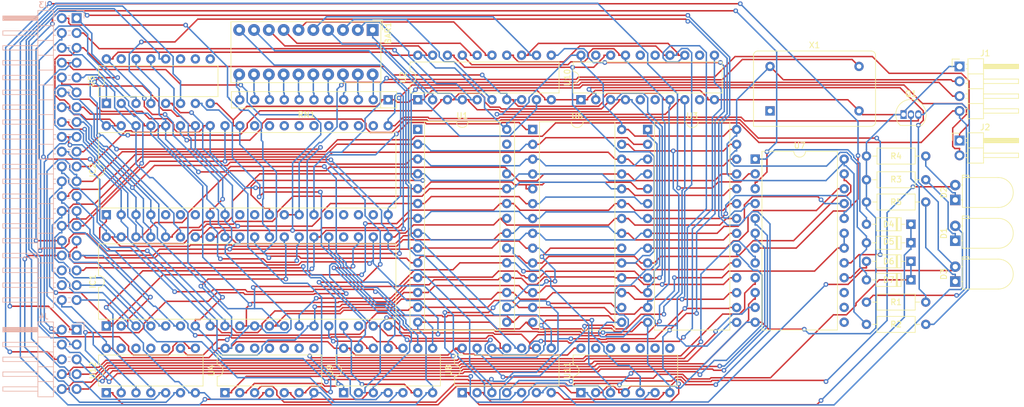
<source format=kicad_pcb>
(kicad_pcb (version 20211014) (generator pcbnew)
  (layers (0 "F.Cu" signal) (31 "B.Cu" signal) (34 "B.Paste" user) (35 "F.Paste" user) (36 "B.SilkS" user "B.Silkscreen") (37 "F.SilkS" user "F.Silkscreen") (38 "B.Mask" user) (39 "F.Mask" user) (44 "Edge.Cuts" user))
  (net 0 "")
  (net 1 "A11")
  (net 2 "RD*")
  (net 3 "A12")
  (net 4 "WR*")
  (net 5 "A13")
  (net 6 "A14")
  (net 7 "A15")
  (net 8 "CLK")
  (net 9 "D4")
  (net 10 "D3")
  (net 11 "D5")
  (net 12 "GND")
  (net 13 "D6")
  (net 14 "A0")
  (net 15 "+5V")
  (net 16 "A1")
  (net 17 "D2")
  (net 18 "A2")
  (net 19 "D7")
  (net 20 "A3")
  (net 21 "D0")
  (net 22 "A4")
  (net 23 "D1")
  (net 24 "A5")
  (net 25 "A6")
  (net 26 "A7")
  (net 27 "A8")
  (net 28 "MREQ*")
  (net 29 "A9")
  (net 30 "IORQ*")
  (net 31 "A10")
  (net 50 "OB LED")
  (net 51 "COMP OPT")
  (net 52 "BANK1 SEL*")
  (net 53 "BANK1 SEL")
  (net 54 "BANK3 SEL*")
  (net 55 "BANK3 SEL")
  (net 56 "ROM*{slash}RAM")
  (net 58 "Net-(BAR1-Pad1)")
  (net 59 "Net-(BAR1-Pad5)")
  (net 60 "Net-(BAR1-Pad2)")
  (net 61 "Net-(BAR1-Pad6)")
  (net 62 "Net-(BAR1-Pad3)")
  (net 63 "Net-(BAR1-Pad7)")
  (net 64 "Net-(BAR1-Pad4)")
  (net 65 "Net-(BAR1-Pad8)")
  (net 66 "MREQ")
  (net 67 "IORQ")
  (net 68 "RD")
  (net 69 "WR")
  (net 70 "TxDA")
  (net 71 "RxDA")
  (net 72 "Net-(Q1-Pad2)")
  (net 73 "RESET*")
  (net 74 "M1*")
  (net 75 "DART SEL*")
  (net 76 "ROM SEL*")
  (net 78 "RESET")
  (net 79 "BANK0 SEL*")
  (net 80 "SCLK")
  (net 82 "RAM SEL*")
  (net 83 "Net-(D2-Pad1)")
  (net 84 "Net-(D1-Pad1)")
  (net 85 "Net-(BAR1-Pad20)")
  (net 86 "Net-(BAR1-Pad19)")
  (net 87 "Net-(BAR1-Pad18)")
  (net 88 "Net-(BAR1-Pad17)")
  (net 89 "Net-(BAR1-Pad16)")
  (net 90 "Net-(BAR1-Pad15)")
  (net 91 "Net-(BAR1-Pad14)")
  (net 92 "Net-(BAR1-Pad13)")
  (net 93 "Net-(BAR1-Pad12)")
  (net 94 "Net-(BAR1-Pad11)")
  (net 95 "COMP OPT*")
  (net 96 "BANK2 SEL*")
  (net 103 "Net-(D3-Pad1)")
  (net 107 "Net-(U3-Pad20)")
  (net 108 "Net-(U4-Pad6)")
  (net 109 "Net-(D4-Pad2)")
  (net 128 "Net-(D4-Pad1)")
  (net 129 "Net-(D6-Pad1)")
  (net 130 "Net-(U11-Pad5)")
  (net 133 "BUSACK*")
  (net 134 "WAIT*")
  (net 135 "BUSRQ*")
  (net 136 "RFSH*")
  (net 137 "INT*")
  (net 138 "NMI*")
  (net 139 "HALT*")
  (net 140 "INTA*")
  (net 141 "INT")
  (net 142 "NMI")
  (net 143 "BUSACK")
  (net 144 "BUSRQ")
  (net 145 "RFSH")
  (net 149 "INTA")
  (net 151 "IO1*")
  (net 152 "IO2*")
  (net 153 "IO3*")
  (net 154 "IO4*")
  (net 155 "IO5*")
  (net 156 "IO6*")
  (net 157 "IO7*")
  (net 158 "IO8*")
  (net 159 "IO9*")
  (net 160 "IO10*")
  (footprint "Resistor_THT:R_Axial_DIN0207_L6.3mm_D2.5mm_P10.16mm_Horizontal" (layer "F.Cu") (at 162.56 70.21)
    (fp_text reference "R2")
    (fp_text value "1K")
  )
  (footprint "Package_DIP:DIP-14_W7.62mm" (layer "F.Cu") (at 52.705 81.915 90)
    (fp_text reference "U4")
    (fp_text value "74LS08")
  )
  (footprint "Diode_THT:D_DO-35_SOD27_P7.62mm_Horizontal" (layer "F.Cu") (at 170.18 56.24 180)
    (fp_text reference "D5")
    (fp_text value "1N914")
  )
  (footprint "Diode_THT:D_DO-35_SOD27_P7.62mm_Horizontal" (layer "F.Cu") (at 170.18 59.415 180)
    (fp_text reference "D6")
    (fp_text value "1N914")
  )
  (footprint "Package_DIP:DIP-40_W15.24mm" (layer "F.Cu") (at 32.39 70.49 90)
    (fp_text reference "IC1")
    (fp_text value "Z84C0006")
  )
  (footprint "Package_DIP:DIP-14_W7.62mm" (layer "F.Cu") (at 113.66 81.905 90)
    (fp_text reference "U11")
    (fp_text value "74LS32")
  )
  (footprint "Resistor_THT:R_Axial_DIN0207_L6.3mm_D2.5mm_P10.16mm_Horizontal" (layer "F.Cu") (at 172.72 45.445 180)
    (fp_text reference "R3")
    (fp_text value "1K")
  )
  (footprint "Diode_THT:D_DO-35_SOD27_P7.62mm_Horizontal" (layer "F.Cu") (at 170.18 62.59 180)
    (fp_text reference "D7")
    (fp_text value "1N914")
  )
  (footprint "Package_DIP:DIP-14_W7.62mm" (layer "F.Cu") (at 32.39 81.925 90)
    (fp_text reference "U12")
    (fp_text value "SN74HC14N")
  )
  (footprint "Package_DIP:DIP-40_W15.24mm" (layer "F.Cu") (at 32.39 51.44 90)
    (fp_text reference "IC2")
    (fp_text value "Z8470")
  )
  (footprint "Resistor_THT:R_Array_SIP11" (layer "F.Cu") (at 80.645 31.75 180)
    (fp_text reference "RN1")
    (fp_text value "1K")
  )
  (footprint "Resistor_THT:R_Axial_DIN0207_L6.3mm_D2.5mm_P10.16mm_Horizontal" (layer "F.Cu") (at 172.72 49.255 180)
    (fp_text reference "R5")
    (fp_text value "1K")
  )
  (footprint "Package_DIP:DIP-28_W15.24mm" (layer "F.Cu") (at 105.405 36.84)
    (fp_text reference "U6")
    (fp_text value "KM62256CLP")
  )
  (footprint "LED_THT:LED_D5.0mm_Horizontal_O1.27mm_Z3.0mm" (layer "F.Cu") (at 177.77 62.87 90)
    (fp_text reference "D3")
    (fp_text value "B1")
  )
  (footprint "Display:HDSP-4850" (layer "F.Cu") (at 77.9975 19.7925 -90)
    (fp_text reference "BAR1")
    (fp_text value "HDSP-4850")
  )
  (footprint "Package_TO_SOT_THT:TO-92_Inline" (layer "F.Cu") (at 168.91 34.29)
    (fp_text reference "Q1")
    (fp_text value "2N3904")
  )
  (footprint "Package_DIP:DIP-20_W7.62mm" (layer "F.Cu") (at 113.67 31.74 90)
    (fp_text reference "U10")
    (fp_text value "74LS373")
  )
  (footprint "Package_DIP:DIP-14_W7.62mm" (layer "F.Cu") (at 93.34 81.905 90)
    (fp_text reference "U8")
    (fp_text value "SN74HC14N")
  )
  (footprint "Package_DIP:DIP-24_W15.24mm" (layer "F.Cu") (at 143.505 41.905)
    (fp_text reference "U7")
    (fp_text value "74LS154")
  )
  (footprint "Package_DIP:DIP-28_W15.24mm_Socket" (layer "F.Cu") (at 85.72 36.815)
    (fp_text reference "U1")
    (fp_text value "AT28C64B-15PU")
  )
  (footprint "Package_DIP:DIP-20_W7.62mm" (layer "F.Cu") (at 85.73 31.74 90)
    (fp_text reference "U2")
    (fp_text value "74LS373")
  )
  (footprint "Connector_PinHeader_2.54mm:PinHeader_1x02_P2.54mm_Horizontal" (layer "F.Cu") (at 178.505 38.73)
    (fp_text reference "J2")
    (fp_text value "SER0")
  )
  (footprint "Connector_PinHeader_2.54mm:PinHeader_1x04_P2.54mm_Horizontal" (layer "F.Cu") (at 178.505 26.045)
    (fp_text reference "J1")
    (fp_text value "PWR")
  )
  (footprint "Package_DIP:DIP-16_W7.62mm" (layer "F.Cu") (at 32.4 32.375 90)
    (fp_text reference "U5")
    (fp_text value "74LS139")
  )
  (footprint "LED_THT:LED_D5.0mm_Horizontal_O1.27mm_Z3.0mm" (layer "F.Cu") (at 177.77 48.9 90)
    (fp_text reference "D2")
    (fp_text value "RD")
  )
  (footprint "Diode_THT:D_DO-35_SOD27_P7.62mm_Horizontal" (layer "F.Cu") (at 170.18 53.065 180)
    (fp_text reference "D4")
    (fp_text value "1N914")
  )
  (footprint "Package_DIP:DIP-28_W15.24mm" (layer "F.Cu") (at 125.09 36.84)
    (fp_text reference "U3")
    (fp_text value "KM62256CLP")
  )
  (footprint "Oscillator:Oscillator_DIP-14" (layer "F.Cu") (at 146.05 33.655)
    (fp_text reference "X1")
    (fp_text value "CXO_DIP14")
  )
  (footprint "LED_THT:LED_D5.0mm_Horizontal_O1.27mm_Z3.0mm" (layer "F.Cu") (at 177.77 55.885 90)
    (fp_text reference "D1")
    (fp_text value "WR")
  )
  (footprint "Package_DIP:DIP-14_W7.62mm" (layer "F.Cu") (at 73.025 81.915 90)
    (fp_text reference "U9")
    (fp_text value "SN74HC14N")
  )
  (footprint "Resistor_THT:R_Axial_DIN0207_L6.3mm_D2.5mm_P10.16mm_Horizontal" (layer "F.Cu") (at 172.72 41.395 180)
    (fp_text reference "R4")
    (fp_text value "1K")
  )
  (footprint "Resistor_THT:R_Axial_DIN0207_L6.3mm_D2.5mm_P10.16mm_Horizontal" (layer "F.Cu") (at 162.56 66.4)
    (fp_text reference "R1")
    (fp_text value "1K")
  )
  (footprint "Connector_PinHeader_2.54mm:PinHeader_2x05_P2.54mm_Horizontal" (layer "B.Cu") (at 27.305 71.12 180)
    (fp_text reference "J4")
    (fp_text value "IO")
  )
  (footprint "Connector_PinHeader_2.54mm:PinHeader_2x20_P2.54mm_Horizontal" (layer "B.Cu") (at 27.305 17.78 180)
    (fp_text reference "J3")
    (fp_text value "D/C")
  )
  (segment (start 98.7094 50.6403) (end 84.4322 50.6403) (width 0.25) (layer "F.Cu") (net 1))
  (segment (start 139.2047 49.54) (end 139.1717 49.54) (width 0.25) (layer "F.Cu") (net 1))
  (segment (start 33.5153 70.2855) (end 42.0821 61.7187) (width 0.25) (layer "F.Cu") (net 1))
  (segment (start 27.9998 64.77) (end 23.7496 64.77) (width 0.25) (layer "F.Cu") (net 1))
  (segment (start 122.9141 50.6838) (end 121.7703 49.54) (width 0.25) (layer "F.Cu") (net 1))
  (segment (start 99.8347 49.515) (end 98.7094 50.6403) (width 0.25) (layer "F.Cu") (net 1))
  (segment (start 118.3944 50.6653) (end 119.5197 49.54) (width 0.25) (layer "F.Cu") (net 1))
  (segment (start 33.5153 70.2855) (end 27.9998 64.77) (width 0.25) (layer "F.Cu") (net 1))
  (segment (start 120.645 49.54) (end 121.7703 49.54) (width 0.25) (layer "F.Cu") (net 1))
  (segment (start 120.645 49.54) (end 119.5197 49.54) (width 0.25) (layer "F.Cu") (net 1))
  (segment (start 33.5153 70.49) (end 33.5153 70.2855) (width 0.25) (layer "F.Cu") (net 1))
  (segment (start 101.5227 49.515) (end 102.0853 49.515) (width 0.25) (layer "F.Cu") (net 1))
  (segment (start 102.0853 49.515) (end 103.2356 50.6653) (width 0.25) (layer "F.Cu") (net 1))
  (segment (start 42.0821 61.7187) (end 76.1175 61.7187) (width 0.25) (layer "F.Cu") (net 1))
  (segment (start 84.4322 50.6403) (end 82.1235 52.949) (width 0.25) (layer "F.Cu") (net 1))
  (segment (start 139.1717 49.54) (end 138.0279 50.6838) (width 0.25) (layer "F.Cu") (net 1))
  (segment (start 140.33 49.54) (end 139.2047 49.54) (width 0.25) (layer "F.Cu") (net 1))
  (segment (start 103.2356 50.6653) (end 118.3944 50.6653) (width 0.25) (layer "F.Cu") (net 1))
  (segment (start 101.5227 49.515) (end 100.96 49.515) (width 0.25) (layer "F.Cu") (net 1))
  (segment (start 100.96 49.515) (end 99.8347 49.515) (width 0.25) (layer "F.Cu") (net 1))
  (segment (start 82.1235 52.949) (end 76.7373 52.949) (width 0.25) (layer "F.Cu") (net 1))
  (segment (start 32.39 70.49) (end 33.5153 70.49) (width 0.25) (layer "F.Cu") (net 1))
  (segment (start 138.0279 50.6838) (end 122.9141 50.6838) (width 0.25) (layer "F.Cu") (net 1))
  (via (at 76.1175 61.7187) (size 0.8) (drill 0.4) (layers "F.Cu" "B.Cu") (net 1))
  (via (at 76.7373 52.949) (size 0.8) (drill 0.4) (layers "F.Cu" "B.Cu") (net 1))
  (via (at 23.7496 64.77) (size 0.8) (drill 0.4) (layers "F.Cu" "B.Cu") (net 1))
  (segment (start 76.7373 61.0989) (end 76.7373 52.949) (width 0.25) (layer "B.Cu") (net 1))
  (segment (start 22.6743 48.6884) (end 22.6743 63.6947) (width 0.25) (layer "B.Cu") (net 1))
  (segment (start 22.6743 63.6947) (end 23.7496 64.77) (width 0.25) (layer "B.Cu") (net 1))
  (segment (start 24.4674 46.8953) (end 22.6743 48.6884) (width 0.25) (layer "B.Cu") (net 1))
  (segment (start 24.765 46.8953) (end 24.4674 46.8953) (width 0.25) (layer "B.Cu") (net 1))
  (segment (start 76.1175 61.7187) (end 76.7373 61.0989) (width 0.25) (layer "B.Cu") (net 1))
  (segment (start 24.765 45.72) (end 24.765 46.8953) (width 0.25) (layer "B.Cu") (net 1))
  (segment (start 82.4474 54.5779) (end 83.6029 54.5779) (width 0.25) (layer "F.Cu") (net 2))
  (segment (start 38.749 43.3463) (end 39.8201 42.2752) (width 0.25) (layer "F.Cu") (net 2))
  (segment (start 39.8201 42.2752) (end 52.7071 42.2752) (width 0.25) (layer "F.Cu") (net 2))
  (segment (start 99.8347 52.055) (end 100.985 53.2053) (width 0.25) (layer "F.Cu") (net 2))
  (segment (start 85.0005 53.1803) (end 98.7094 53.1803) (width 0.25) (layer "F.Cu") (net 2))
  (segment (start 38.4005 43.3463) (end 38.749 43.3463) (width 0.25) (layer "F.Cu") (net 2))
  (segment (start 27.305 53.34) (end 28.4803 53.34) (width 0.25) (layer "F.Cu") (net 2))
  (segment (start 121.7703 52.08) (end 122.8956 53.2053) (width 0.25) (layer "F.Cu") (net 2))
  (segment (start 80.65 55.25) (end 81.7753 55.25) (width 0.25) (layer "F.Cu") (net 2))
  (segment (start 120.0824 52.08) (end 120.645 52.08) (width 0.25) (layer "F.Cu") (net 2))
  (segment (start 140.33 52.08) (end 139.2047 52.08) (width 0.25) (layer "F.Cu") (net 2))
  (segment (start 52.9822 42.0001) (end 70.8072 42.0001) (width 0.25) (layer "F.Cu") (net 2))
  (segment (start 120.645 52.08) (end 121.7703 52.08) (width 0.25) (layer "F.Cu") (net 2))
  (segment (start 138.5679 52.08) (end 139.2047 52.08) (width 0.25) (layer "F.Cu") (net 2))
  (segment (start 98.7094 53.1803) (end 99.8347 52.055) (width 0.25) (layer "F.Cu") (net 2))
  (segment (start 81.7753 55.25) (end 82.4474 54.5779) (width 0.25) (layer "F.Cu") (net 2))
  (segment (start 137.4426 53.2053) (end 138.5679 52.08) (width 0.25) (layer "F.Cu") (net 2))
  (segment (start 100.96 52.055) (end 99.8347 52.055) (width 0.25) (layer "F.Cu") (net 2))
  (segment (start 83.6029 54.5779) (end 85.0005 53.1803) (width 0.25) (layer "F.Cu") (net 2))
  (segment (start 52.7071 42.2752) (end 52.9822 42.0001) (width 0.25) (layer "F.Cu") (net 2))
  (segment (start 122.8956 53.2053) (end 137.4426 53.2053) (width 0.25) (layer "F.Cu") (net 2))
  (segment (start 100.985 53.2053) (end 118.3944 53.2053) (width 0.25) (layer "F.Cu") (net 2))
  (segment (start 120.0824 52.08) (end 119.5197 52.08) (width 0.25) (layer "F.Cu") (net 2))
  (segment (start 118.3944 53.2053) (end 119.5197 52.08) (width 0.25) (layer "F.Cu") (net 2))
  (segment (start 28.4803 53.2665) (end 38.4005 43.3463) (width 0.25) (layer "F.Cu") (net 2))
  (segment (start 70.8072 42.0001) (end 70.8442 42.0371) (width 0.25) (layer "F.Cu") (net 2))
  (segment (start 28.4803 53.34) (end 28.4803 53.2665) (width 0.25) (layer "F.Cu") (net 2))
  (via (at 70.8442 42.0371) (size 0.8) (drill 0.4) (layers "F.Cu" "B.Cu") (net 2))
  (via (at 52.7071 42.2752) (size 0.8) (drill 0.4) (layers "F.Cu" "B.Cu") (net 2))
  (segment (start 80.65 54.6873) (end 80.65 55.25) (width 0.25) (layer "B.Cu") (net 2))
  (segment (start 86.0899 60.945) (end 94.61 69.4651) (width 0.25) (layer "B.Cu") (net 2))
  (segment (start 52.71 42.2723) (end 52.7071 42.2752) (width 0.25) (layer "B.Cu") (net 2))
  (segment (start 94.61 76.9697) (end 98.42 80.7797) (width 0.25) (layer "B.Cu") (net 2))
  (segment (start 94.61 69.4651) (end 94.61 76.9697) (width 0.25) (layer "B.Cu") (net 2))
  (segment (start 84.4278 60.945) (end 86.0899 60.945) (width 0.25) (layer "B.Cu") (net 2))
  (segment (start 52.71 36.2) (end 52.71 37.3253) (width 0.25) (layer "B.Cu") (net 2))
  (segment (start 80.65 55.25) (end 80.65 57.1672) (width 0.25) (layer "B.Cu") (net 2))
  (segment (start 80.65 54.6873) (end 80.65 54.1247) (width 0.25) (layer "B.Cu") (net 2))
  (segment (start 80.65 57.1672) (end 84.4278 60.945) (width 0.25) (layer "B.Cu") (net 2))
  (segment (start 79.5247 52.9994) (end 79.5247 50.7176) (width 0.25) (layer "B.Cu") (net 2))
  (segment (start 52.71 37.3253) (end 52.71 42.2723) (width 0.25) (layer "B.Cu") (net 2))
  (segment (start 80.65 54.1247) (end 79.5247 52.9994) (width 0.25) (layer "B.Cu") (net 2))
  (segment (start 79.5247 50.7176) (end 70.8442 42.0371) (width 0.25) (layer "B.Cu") (net 2))
  (segment (start 98.42 81.905) (end 98.42 80.7797) (width 0.25) (layer "B.Cu") (net 2))
  (segment (start 36.0553 70.49) (end 36.0553 69.4261) (width 0.25) (layer "F.Cu") (net 3))
  (segment (start 25.9403 47.8926) (end 26.7482 47.0847) (width 0.25) (layer "F.Cu") (net 3))
  (segment (start 25.9403 48.26) (end 25.9403 47.8926) (width 0.25) (layer "F.Cu") (net 3))
  (segment (start 31.3774 47.0847) (end 37.3626 41.0995) (width 0.25) (layer "F.Cu") (net 3))
  (segment (start 70.1189 41.0995) (end 71.8634 39.355) (width 0.25) (layer "F.Cu") (net 3))
  (segment (start 71.8634 39.355) (end 84.5947 39.355) (width 0.25) (layer "F.Cu") (net 3))
  (segment (start 122.7347 39.38) (end 125.09 39.38) (width 0.25) (layer "F.Cu") (net 3))
  (segment (start 36.0553 69.4261) (end 39.9431 65.5383) (width 0.25) (layer "F.Cu") (net 3))
  (segment (start 37.3626 41.0995) (end 70.1189 41.0995) (width 0.25) (layer "F.Cu") (net 3))
  (segment (start 121.5984 38.2437) (end 122.7347 39.38) (width 0.25) (layer "F.Cu") (net 3))
  (segment (start 107.6666 38.2437) (end 121.5984 38.2437) (width 0.25) (layer "F.Cu") (net 3))
  (segment (start 24.765 48.26) (end 25.9403 48.26) (width 0.25) (layer "F.Cu") (net 3))
  (segment (start 106.5303 39.38) (end 107.6666 38.2437) (width 0.25) (layer "F.Cu") (net 3))
  (segment (start 34.93 70.49) (end 36.0553 70.49) (width 0.25) (layer "F.Cu") (net 3))
  (segment (start 85.72 39.355) (end 84.5947 39.355) (width 0.25) (layer "F.Cu") (net 3))
  (segment (start 105.405 39.38) (end 106.5303 39.38) (width 0.25) (layer "F.Cu") (net 3))
  (segment (start 26.7482 47.0847) (end 31.3774 47.0847) (width 0.25) (layer "F.Cu") (net 3))
  (via (at 39.9431 65.5383) (size 0.8) (drill 0.4) (layers "F.Cu" "B.Cu") (net 3))
  (segment (start 24.765 48.26) (end 24.765 49.4353) (width 0.25) (layer "B.Cu") (net 3))
  (segment (start 25.9403 50.2432) (end 25.9403 53.6994) (width 0.25) (layer "B.Cu") (net 3))
  (segment (start 105.405 39.38) (end 104.2797 39.38) (width 0.25) (layer "B.Cu") (net 3))
  (segment (start 25.1324 49.4353) (end 25.9403 50.2432) (width 0.25) (layer "B.Cu") (net 3))
  (segment (start 28.7296 54.5154) (end 39.7525 65.5383) (width 0.25) (layer "B.Cu") (net 3))
  (segment (start 87.9794 40.4891) (end 86.8453 39.355) (width 0.25) (layer "B.Cu") (net 3))
  (segment (start 85.72 39.355) (end 86.8453 39.355) (width 0.25) (layer "B.Cu") (net 3))
  (segment (start 26.7563 54.5154) (end 28.7296 54.5154) (width 0.25) (layer "B.Cu") (net 3))
  (segment (start 39.7525 65.5383) (end 39.9431 65.5383) (width 0.25) (layer "B.Cu") (net 3))
  (segment (start 103.1706 40.4891) (end 87.9794 40.4891) (width 0.25) (layer "B.Cu") (net 3))
  (segment (start 104.2797 39.38) (end 103.1706 40.4891) (width 0.25) (layer "B.Cu") (net 3))
  (segment (start 24.765 49.4353) (end 25.1324 49.4353) (width 0.25) (layer "B.Cu") (net 3))
  (segment (start 25.9403 53.6994) (end 26.7563 54.5154) (width 0.25) (layer "B.Cu") (net 3))
  (segment (start 120.645 39.38) (end 121.7703 39.38) (width 0.25) (layer "F.Cu") (net 4))
  (segment (start 65.8209 59.5096) (end 65.297 60.0335) (width 0.25) (layer "F.Cu") (net 4))
  (segment (start 26.1296 58.9456) (end 26.1296 57.8634) (width 0.25) (layer "F.Cu") (net 4))
  (segment (start 65.297 60.0335) (end 59.5688 60.0335) (width 0.25) (layer "F.Cu") (net 4))
  (segment (start 77.47 59.8004) (end 77.1792 59.5096) (width 0.25) (layer "F.Cu") (net 4))
  (segment (start 119.0028 70.3622) (end 119.6335 70.9929) (width 0.25) (layer "F.Cu") (net 4))
  (segment (start 140.33 39.38) (end 139.2047 39.38) (width 0.25) (layer "F.Cu") (net 4))
  (segment (start 121.4218 70.9929) (end 123.9422 68.4725) (width 0.25) (layer "F.Cu") (net 4))
  (segment (start 122.8956 40.5053) (end 121.7703 39.38) (width 0.25) (layer "F.Cu") (net 4))
  (segment (start 139.2047 39.38) (end 138.0794 40.5053) (width 0.25) (layer "F.Cu") (net 4))
  (segment (start 123.9422 68.4725) (end 127.8705 68.4725) (width 0.25) (layer "F.Cu") (net 4))
  (segment (start 59.5688 60.0335) (end 59.2483 59.713) (width 0.25) (layer "F.Cu") (net 4))
  (segment (start 26.9377 57.0553) (end 27.305 57.0553) (width 0.25) (layer "F.Cu") (net 4))
  (segment (start 119.6335 70.9929) (end 121.4218 70.9929) (width 0.25) (layer "F.Cu") (net 4))
  (segment (start 77.1792 59.5096) (end 65.8209 59.5096) (width 0.25) (layer "F.Cu") (net 4))
  (segment (start 26.1296 57.8634) (end 26.9377 57.0553) (width 0.25) (layer "F.Cu") (net 4))
  (segment (start 114.2828 70.5175) (end 114.4381 70.3622) (width 0.25) (layer "F.Cu") (net 4))
  (segment (start 114.4381 70.3622) (end 119.0028 70.3622) (width 0.25) (layer "F.Cu") (net 4))
  (segment (start 26.897 59.713) (end 26.1296 58.9456) (width 0.25) (layer "F.Cu") (net 4))
  (segment (start 129.4763 40.5053) (end 122.8956 40.5053) (width 0.25) (layer "F.Cu") (net 4))
  (segment (start 59.2483 59.713) (end 26.897 59.713) (width 0.25) (layer "F.Cu") (net 4))
  (segment (start 138.0794 40.5053) (end 129.4763 40.5053) (width 0.25) (layer "F.Cu") (net 4))
  (segment (start 27.305 55.88) (end 27.305 57.0553) (width 0.25) (layer "F.Cu") (net 4))
  (via (at 127.8705 68.4725) (size 0.8) (drill 0.4) (layers "F.Cu" "B.Cu") (net 4))
  (via (at 114.2828 70.5175) (size 0.8) (drill 0.4) (layers "F.Cu" "B.Cu") (net 4))
  (via (at 77.47 59.8004) (size 0.8) (drill 0.4) (layers "F.Cu" "B.Cu") (net 4))
  (via (at 129.4763 40.5053) (size 0.8) (drill 0.4) (layers "F.Cu" "B.Cu") (net 4))
  (segment (start 159.9425 41.7961) (end 160.9843 42.8379) (width 0.25) (layer "B.Cu") (net 4))
  (segment (start 91.8202 68.6032) (end 86.8396 63.6226) (width 0.25) (layer "B.Cu") (net 4))
  (segment (start 78.1101 59.1604) (end 78.11 59.1604) (width 0.25) (layer "B.Cu") (net 4))
  (segment (start 99.7829 83.0793) (end 99.7829 81.4299) (width 0.25) (layer "B.Cu") (net 4))
  (segment (start 81.9734 63.6226) (end 78.1101 59.7593) (width 0.25) (layer "B.Cu") (net 4))
  (segment (start 106.6187 79.0426) (end 114.2828 71.3785) (width 0.25) (layer "B.Cu") (net 4))
  (segment (start 97.15 82.2481) (end 97.15 80.3051) (width 0.25) (layer "B.Cu") (net 4))
  (segment (start 139.9196 43.1014) (end 155.7225 43.1014) (width 0.25) (layer "B.Cu") (net 4))
  (segment (start 97.15 80.3051) (end 92.5821 75.7372) (width 0.25) (layer "B.Cu") (net 4))
  (segment (start 140.0486 40.5053) (end 139.2047 41.3492) (width 0.25) (layer "B.Cu") (net 4))
  (segment (start 140.33 39.38) (end 140.33 40.5053) (width 0.25) (layer "B.Cu") (net 4))
  (segment (start 159.9425 41.5075) (end 159.9425 41.7961) (width 0.25) (layer "B.Cu") (net 4))
  (segment (start 130.4243 64.5872) (end 130.4243 47.9232) (width 0.25) (layer "B.Cu") (net 4))
  (segment (start 162.56 56.69) (end 162.56 56.24) (width 0.25) (layer "B.Cu") (net 4))
  (segment (start 130.4243 47.9232) (end 129.4763 46.9752) (width 0.25) (layer "B.Cu") (net 4))
  (segment (start 103.5 81.905) (end 102.3747 81.905) (width 0.25) (layer "B.Cu") (net 4))
  (segment (start 78.11 55.25) (end 78.11 59.1604) (width 0.25) (layer "B.Cu") (net 4))
  (segment (start 159.1889 40.7539) (end 159.9425 41.5075) (width 0.25) (layer "B.Cu") (net 4))
  (segment (start 86.8396 63.6226) (end 81.9734 63.6226) (width 0.25) (layer "B.Cu") (net 4))
  (segment (start 162.56 56.24) (end 162.56 55.1147) (width 0.25) (layer "B.Cu") (net 4))
  (segment (start 140.33 40.5053) (end 140.0486 40.5053) (width 0.25) (layer "B.Cu") (net 4))
  (segment (start 160.9843 53.539) (end 162.56 55.1147) (width 0.25) (layer "B.Cu") (net 4))
  (segment (start 139.2047 41.3492) (end 139.2047 42.3865) (width 0.25) (layer "B.Cu") (net 4))
  (segment (start 162.56 62.0273) (end 162.56 61.4647) (width 0.25) (layer "B.Cu") (net 4))
  (segment (start 99.7829 83.0793) (end 97.9812 83.0793) (width 0.25) (layer "B.Cu") (net 4))
  (segment (start 102.3747 81.905) (end 102.3747 82.1863) (width 0.25) (layer "B.Cu") (net 4))
  (segment (start 127.8705 67.141) (end 130.4243 64.5872) (width 0.25) (layer "B.Cu") (net 4))
  (segment (start 99.7829 81.4299) (end 102.1702 79.0426) (width 0.25) (layer "B.Cu") (net 4))
  (segment (start 102.1702 79.0426) (end 106.6187 79.0426) (width 0.25) (layer "B.Cu") (net 4))
  (segment (start 91.8202 74.4719) (end 91.8202 68.6032) (width 0.25) (layer "B.Cu") (net 4))
  (segment (start 162.56 61.4647) (end 161.4347 60.3394) (width 0.25) (layer "B.Cu") (net 4))
  (segment (start 78.11 59.1604) (end 77.47 59.8004) (width 0.25) (layer "B.Cu") (net 4))
  (segment (start 139.2047 42.3865) (end 139.9196 43.1014) (width 0.25) (layer "B.Cu") (net 4))
  (segment (start 161.4347 58.4906) (end 162.56 57.3653) (width 0.25) (layer "B.Cu") (net 4))
  (segment (start 155.7225 43.1014) (end 158.07 40.7539) (width 0.25) (layer "B.Cu") (net 4))
  (segment (start 162.56 56.69) (end 162.56 57.3653) (width 0.25) (layer "B.Cu") (net 4))
  (segment (start 97.9812 83.0793) (end 97.15 82.2481) (width 0.25) (layer "B.Cu") (net 4))
  (segment (start 78.1101 59.7593) (end 78.1101 59.1604) (width 0.25) (layer "B.Cu") (net 4))
  (segment (start 114.2828 71.3785) (end 114.2828 70.5175) (width 0.25) (layer "B.Cu") (net 4))
  (segment (start 92.5821 75.7372) (end 92.5821 75.2338) (width 0.25) (layer "B.Cu") (net 4))
  (segment (start 160.9843 42.8379) (end 160.9843 53.539) (width 0.25) (layer "B.Cu") (net 4))
  (segment (start 158.07 40.7539) (end 159.1889 40.7539) (width 0.25) (layer "B.Cu") (net 4))
  (segment (start 127.8705 68.4725) (end 127.8705 67.141) (width 0.25) (layer "B.Cu") (net 4))
  (segment (start 92.5821 75.2338) (end 91.8202 74.4719) (width 0.25) (layer "B.Cu") (net 4))
  (segment (start 129.4763 46.9752) (end 129.4763 40.5053) (width 0.25) (layer "B.Cu") (net 4))
  (segment (start 162.56 62.0273) (end 162.56 62.59) (width 0.25) (layer "B.Cu") (net 4))
  (segment (start 101.4817 83.0793) (end 99.7829 83.0793) (width 0.25) (layer "B.Cu") (net 4))
  (segment (start 161.4347 60.3394) (end 161.4347 58.4906) (width 0.25) (layer "B.Cu") (net 4))
  (segment (start 102.3747 82.1863) (end 101.4817 83.0793) (width 0.25) (layer "B.Cu") (net 4))
  (segment (start 38.4105 41.5498) (end 70.3055 41.5498) (width 0.25) (layer "F.Cu") (net 5))
  (segment (start 71.1248 40.7305) (end 118.3302 40.7305) (width 0.25) (layer "F.Cu") (net 5))
  (segment (start 25.9403 50.4326) (end 26.7482 49.6247) (width 0.25) (layer "F.Cu") (net 5))
  (segment (start 122.8956 43.0453) (end 138.0794 43.0453) (width 0.25) (layer "F.Cu") (net 5))
  (segment (start 140.33 41.92) (end 139.2047 41.92) (width 0.25) (layer "F.Cu") (net 5))
  (segment (start 118.3302 40.7305) (end 119.5197 41.92) (width 0.25) (layer "F.Cu") (net 5))
  (segment (start 121.7703 41.92) (end 122.8956 43.0453) (width 0.25) (layer "F.Cu") (net 5))
  (segment (start 30.3356 49.6247) (end 38.4105 41.5498) (width 0.25) (layer "F.Cu") (net 5))
  (segment (start 120.645 41.92) (end 121.7703 41.92) (width 0.25) (layer "F.Cu") (net 5))
  (segment (start 26.7482 49.6247) (end 30.3356 49.6247) (width 0.25) (layer "F.Cu") (net 5))
  (segment (start 24.765 50.8) (end 25.9403 50.8) (width 0.25) (layer "F.Cu") (net 5))
  (segment (start 25.9403 50.8) (end 25.9403 50.4326) (width 0.25) (layer "F.Cu") (net 5))
  (segment (start 70.3055 41.5498) (end 71.1248 40.7305) (width 0.25) (layer "F.Cu") (net 5))
  (segment (start 120.645 41.92) (end 119.5197 41.92) (width 0.25) (layer "F.Cu") (net 5))
  (segment (start 138.0794 43.0453) (end 139.2047 41.92) (width 0.25) (layer "F.Cu") (net 5))
  (segment (start 25.2048 62.2479) (end 26.1296 63.1727) (width 0.25) (layer "B.Cu") (net 5))
  (segment (start 26.874 64.77) (end 31.75 64.77) (width 0.25) (layer "B.Cu") (net 5))
  (segment (start 23.1251 53.2478) (end 23.1251 61.0089) (width 0.25) (layer "B.Cu") (net 5))
  (segment (start 31.75 64.77) (end 37.47 70.49) (width 0.25) (layer "B.Cu") (net 5))
  (segment (start 24.3641 62.2479) (end 25.2048 62.2479) (width 0.25) (layer "B.Cu") (net 5))
  (segment (start 24.765 51.9753) (end 24.3976 51.9753) (width 0.25) (layer "B.Cu") (net 5))
  (segment (start 24.3976 51.9753) (end 23.1251 53.2478) (width 0.25) (layer "B.Cu") (net 5))
  (segment (start 26.1296 64.0256) (end 26.874 64.77) (width 0.25) (layer "B.Cu") (net 5))
  (segment (start 23.1251 61.0089) (end 24.3641 62.2479) (width 0.25) (layer "B.Cu") (net 5))
  (segment (start 26.1296 63.1727) (end 26.1296 64.0256) (width 0.25) (layer "B.Cu") (net 5))
  (segment (start 24.765 50.8) (end 24.765 51.9753) (width 0.25) (layer "B.Cu") (net 5))
  (segment (start 25.9403 53.34) (end 25.9403 52.9726) (width 0.25) (layer "F.Cu") (net 6))
  (segment (start 26.7482 52.1647) (end 28.9048 52.1647) (width 0.25) (layer "F.Cu") (net 6))
  (segment (start 28.9048 52.1647) (end 38.4485 42.621) (width 0.25) (layer "F.Cu") (net 6))
  (segment (start 24.765 53.34) (end 25.9403 53.34) (width 0.25) (layer "F.Cu") (net 6))
  (segment (start 25.9403 52.9726) (end 26.7482 52.1647) (width 0.25) (layer "F.Cu") (net 6))
  (via (at 38.4485 42.621) (size 0.8) (drill 0.4) (layers "F.Cu" "B.Cu") (net 6))
  (segment (start 24.2657 59.5953) (end 25.0645 59.5953) (width 0.25) (layer "B.Cu") (net 6))
  (segment (start 23.5755 58.9051) (end 24.2657 59.5953) (width 0.25) (layer "B.Cu") (net 6))
  (segment (start 38.6434 42.4261) (end 38.6434 35.7147) (width 0.25) (layer "B.Cu") (net 6))
  (segment (start 24.765 53.34) (end 24.765 54.5153) (width 0.25) (layer "B.Cu") (net 6))
  (segment (start 31.75 62.23) (end 40.01 70.49) (width 0.25) (layer "B.Cu") (net 6))
  (segment (start 38.4485 42.621) (end 38.6434 42.4261) (width 0.25) (layer "B.Cu") (net 6))
  (segment (start 24.765 54.5153) (end 24.3977 54.5153) (width 0.25) (layer "B.Cu") (net 6))
  (segment (start 26.874 62.23) (end 31.75 62.23) (width 0.25) (layer "B.Cu") (net 6))
  (segment (start 26.1296 60.6604) (end 26.1296 61.4856) (width 0.25) (layer "B.Cu") (net 6))
  (segment (start 26.1296 61.4856) (end 26.874 62.23) (width 0.25) (layer "B.Cu") (net 6))
  (segment (start 25.0645 59.5953) (end 26.1296 60.6604) (width 0.25) (layer "B.Cu") (net 6))
  (segment (start 38.6434 35.7147) (end 37.5292 34.6005) (width 0.25) (layer "B.Cu") (net 6))
  (segment (start 23.5755 55.3375) (end 23.5755 58.9051) (width 0.25) (layer "B.Cu") (net 6))
  (segment (start 24.3977 54.5153) (end 23.5755 55.3375) (width 0.25) (layer "B.Cu") (net 6))
  (segment (start 37.5292 34.6005) (end 37.1655 34.6005) (width 0.25) (layer "B.Cu") (net 6))
  (segment (start 37.1655 34.6005) (end 34.94 32.375) (width 0.25) (layer "B.Cu") (net 6))
  (segment (start 24.765 55.88) (end 20.3535 55.88) (width 0.25) (layer "F.Cu") (net 7))
  (via (at 20.3535 55.88) (size 0.8) (drill 0.4) (layers "F.Cu" "B.Cu") (net 7))
  (segment (start 30.7617 59.5954) (end 26.7794 59.5954) (width 0.25) (layer "B.Cu") (net 7))
  (segment (start 24.2833 19.1279) (end 20.3535 23.0577) (width 0.25) (layer "B.Cu") (net 7))
  (segment (start 24.765 55.88) (end 24.765 57.0553) (width 0.25) (layer "B.Cu") (net 7))
  (segment (start 37.48 31.2497) (end 36.5618 31.2497) (width 0.25) (layer "B.Cu") (net 7))
  (segment (start 29.1935 23.8814) (end 29.1935 20.5364) (width 0.25) (layer "B.Cu") (net 7))
  (segment (start 26.7794 59.5954) (end 25.9403 58.7563) (width 0.25) (layer "B.Cu") (net 7))
  (segment (start 25.9403 58.7563) (end 25.9403 57.8632) (width 0.25) (layer "B.Cu") (net 7))
  (segment (start 29.1935 20.5364) (end 27.785 19.1279) (width 0.25) (layer "B.Cu") (net 7))
  (segment (start 25.9403 57.8632) (end 25.1324 57.0553) (width 0.25) (layer "B.Cu") (net 7))
  (segment (start 41.4247 70.49) (end 41.4247 70.2584) (width 0.25) (layer "B.Cu") (net 7))
  (segment (start 42.55 70.49) (end 41.4247 70.49) (width 0.25) (layer "B.Cu") (net 7))
  (segment (start 27.785 19.1279) (end 24.2833 19.1279) (width 0.25) (layer "B.Cu") (net 7))
  (segment (start 36.5618 31.2497) (end 29.1935 23.8814) (width 0.25) (layer "B.Cu") (net 7))
  (segment (start 25.1324 57.0553) (end 24.765 57.0553) (width 0.25) (layer "B.Cu") (net 7))
  (segment (start 41.4247 70.2584) (end 30.7617 59.5954) (width 0.25) (layer "B.Cu") (net 7))
  (segment (start 37.48 32.375) (end 37.48 31.2497) (width 0.25) (layer "B.Cu") (net 7))
  (segment (start 20.3535 23.0577) (end 20.3535 55.88) (width 0.25) (layer "B.Cu") (net 7))
  (segment (start 28.8743 58.814) (end 40.6912 58.814) (width 0.25) (layer "F.Cu") (net 8))
  (segment (start 41.4304 58.0748) (end 82.5891 58.0748) (width 0.25) (layer "F.Cu") (net 8))
  (segment (start 28.4803 58.42) (end 28.8743 58.814) (width 0.25) (layer "F.Cu") (net 8))
  (segment (start 113.3167 29.2206) (end 84.7287 29.2206) (width 0.25) (layer "F.Cu") (net 8))
  (segment (start 178.505 31.125) (end 177.3297 31.125) (width 0.25) (layer "F.Cu") (net 8))
  (segment (start 40.6912 58.814) (end 41.4304 58.0748) (width 0.25) (layer "F.Cu") (net 8))
  (segment (start 174.975 28.7703) (end 113.767 28.7703) (width 0.25) (layer "F.Cu") (net 8))
  (segment (start 177.3297 31.125) (end 174.975 28.7703) (width 0.25) (layer "F.Cu") (net 8))
  (segment (start 27.305 58.42) (end 28.4803 58.42) (width 0.25) (layer "F.Cu") (net 8))
  (segment (start 113.767 28.7703) (end 113.3167 29.2206) (width 0.25) (layer "F.Cu") (net 8))
  (segment (start 84.7287 29.2206) (end 82.5073 31.442) (width 0.25) (layer "F.Cu") (net 8))
  (via (at 82.5891 58.0748) (size 0.8) (drill 0.4) (layers "F.Cu" "B.Cu") (net 8))
  (via (at 82.5073 31.442) (size 0.8) (drill 0.4) (layers "F.Cu" "B.Cu") (net 8))
  (segment (start 80.65 51.44) (end 80.65 50.3147) (width 0.25) (layer "B.Cu") (net 8))
  (segment (start 43.9647 70.2857) (end 43.9647 70.49) (width 0.25) (layer "B.Cu") (net 8))
  (segment (start 45.09 70.49) (end 43.9647 70.49) (width 0.25) (layer "B.Cu") (net 8))
  (segment (start 82.5073 31.442) (end 82.7871 31.7218) (width 0.25) (layer "B.Cu") (net 8))
  (segment (start 82.7871 48.1776) (end 80.65 50.3147) (width 0.25) (layer "B.Cu") (net 8))
  (segment (start 82.5891 54.5044) (end 82.5891 58.0748) (width 0.25) (layer "B.Cu") (net 8))
  (segment (start 31.7991 58.42) (end 40.4984 67.1193) (width 0.25) (layer "B.Cu") (net 8))
  (segment (start 40.7983 67.1193) (end 43.9647 70.2857) (width 0.25) (layer "B.Cu") (net 8))
  (segment (start 40.4984 67.1193) (end 40.7983 67.1193) (width 0.25) (layer "B.Cu") (net 8))
  (segment (start 80.65 52.5653) (end 82.5891 54.5044) (width 0.25) (layer "B.Cu") (net 8))
  (segment (start 82.7871 31.7218) (end 82.7871 48.1776) (width 0.25) (layer "B.Cu") (net 8))
  (segment (start 80.65 51.44) (end 80.65 52.5653) (width 0.25) (layer "B.Cu") (net 8))
  (segment (start 27.305 58.42) (end 31.7991 58.42) (width 0.25) (layer "B.Cu") (net 8))
  (segment (start 117.9313 72.7867) (end 118.0488 72.6692) (width 0.25) (layer "F.Cu") (net 9))
  (segment (start 126.2712 72.6692) (end 126.2712 72.6691) (width 0.25) (layer "F.Cu") (net 9))
  (segment (start 118.8123 66.6126) (end 119.5197 67.32) (width 0.25) (layer "F.Cu") (net 9))
  (segment (start 128.5802 22.0941) (end 106.3798 22.0941) (width 0.25) (layer "F.Cu") (net 9))
  (segment (start 70.4682 79.6582) (end 94.3211 79.6582) (width 0.25) (layer "F.Cu") (net 9))
  (segment (start 48.4849 69.3647) (end 52.2861 65.5635) (width 0.25) (layer "F.Cu") (net 9))
  (segment (start 130.3247 24.12) (end 130.3247 23.8386) (width 0.25) (layer "F.Cu") (net 9))
  (segment (start 116.9572 72.7867) (end 117.9313 72.7867) (width 0.25) (layer "F.Cu") (net 9))
  (segment (start 94.3211 79.6582) (end 94.4986 79.8357) (width 0.25) (layer "F.Cu") (net 9))
  (segment (start 139.2047 67.32) (end 139.0413 67.4834) (width 0.25) (layer "F.Cu") (net 9))
  (segment (start 70.0692 80.0572) (end 70.4682 79.6582) (width 0.25) (layer "F.Cu") (net 9))
  (segment (start 108.0753 66.6126) (end 118.8123 66.6126) (width 0.25) (layer "F.Cu") (net 9))
  (segment (start 139.0413 67.4834) (end 131.4569 67.4834) (width 0.25) (layer "F.Cu") (net 9))
  (segment (start 106.3798 22.0941) (end 104.6353 23.8386) (width 0.25) (layer "F.Cu") (net 9))
  (segment (start 140.33 67.32) (end 139.2047 67.32) (width 0.25) (layer "F.Cu") (net 9))
  (segment (start 126.2712 72.6691) (end 131.4569 67.4834) (width 0.25) (layer "F.Cu") (net 9))
  (segment (start 118.0488 72.6692) (end 126.2712 72.6692) (width 0.25) (layer "F.Cu") (net 9))
  (segment (start 47.63 69.3647) (end 48.4849 69.3647) (width 0.25) (layer "F.Cu") (net 9))
  (segment (start 120.645 67.32) (end 119.5197 67.32) (width 0.25) (layer "F.Cu") (net 9))
  (segment (start 131.45 24.12) (end 130.3247 24.12) (width 0.25) (layer "F.Cu") (net 9))
  (segment (start 47.63 70.49) (end 47.63 69.3647) (width 0.25) (layer "F.Cu") (net 9))
  (segment (start 130.3247 23.8386) (end 128.5802 22.0941) (width 0.25) (layer "F.Cu") (net 9))
  (segment (start 111.9428 72.6692) (end 116.8397 72.6692) (width 0.25) (layer "F.Cu") (net 9))
  (segment (start 104.6353 23.8386) (end 104.6353 24.12) (width 0.25) (layer "F.Cu") (net 9))
  (segment (start 94.4986 79.8357) (end 98.0918 79.8357) (width 0.25) (layer "F.Cu") (net 9))
  (segment (start 116.8397 72.6692) (end 116.9572 72.7867) (width 0.25) (layer "F.Cu") (net 9))
  (segment (start 103.51 24.12) (end 104.6353 24.12) (width 0.25) (layer "F.Cu") (net 9))
  (segment (start 98.0918 79.8357) (end 98.3285 79.599) (width 0.25) (layer "F.Cu") (net 9))
  (via (at 70.0692 80.0572) (size 0.8) (drill 0.4) (layers "F.Cu" "B.Cu") (net 9))
  (via (at 52.2861 65.5635) (size 0.8) (drill 0.4) (layers "F.Cu" "B.Cu") (net 9))
  (via (at 131.4569 67.4834) (size 0.8) (drill 0.4) (layers "F.Cu" "B.Cu") (net 9))
  (via (at 108.0753 66.6126) (size 0.8) (drill 0.4) (layers "F.Cu" "B.Cu") (net 9))
  (via (at 98.3285 79.599) (size 0.8) (drill 0.4) (layers "F.Cu" "B.Cu") (net 9))
  (via (at 111.9428 72.6692) (size 0.8) (drill 0.4) (layers "F.Cu" "B.Cu") (net 9))
  (segment (start 102.0853 67.295) (end 103.1914 66.1889) (width 0.25) (layer "B.Cu") (net 9))
  (segment (start 130.3097 25.2603) (end 128.3985 25.2603) (width 0.25) (layer "B.Cu") (net 9))
  (segment (start 127.7348 24.5966) (end 127.7348 23.6782) (width 0.25) (layer "B.Cu") (net 9))
  (segment (start 66.0738 76.0618) (end 70.0692 80.0572) (width 0.25) (layer "B.Cu") (net 9))
  (segment (start 100.6123 79.9616) (end 98.6911 79.9616) (width 0.25) (layer "B.Cu") (net 9))
  (segment (start 37.47 36.2) (end 37.47 36.7596) (width 0.25) (layer "B.Cu") (net 9))
  (segment (start 109.7344 72.6692) (end 111.9428 72.6692) (width 0.25) (layer "B.Cu") (net 9))
  (segment (start 46.36 59.6374) (end 46.36 51.0883) (width 0.25) (layer "B.Cu") (net 9))
  (segment (start 52.2861 65.5635) (end 46.36 59.6374) (width 0.25) (layer "B.Cu") (net 9))
  (segment (start 106.0273 78.433) (end 102.1409 78.433) (width 0.25) (layer "B.Cu") (net 9))
  (segment (start 135.1452 50.4193) (end 131.8841 53.6804) (width 0.25) (layer "B.Cu") (net 9))
  (segment (start 107.6516 66.1889) (end 108.0753 66.6126) (width 0.25) (layer "B.Cu") (net 9))
  (segment (start 46.36 51.0883) (end 40.3484 45.0767) (width 0.25) (layer "B.Cu") (net 9))
  (segment (start 135.1452 23.6683) (end 135.1452 50.4193) (width 0.25) (layer "B.Cu") (net 9))
  (segment (start 47.63 70.49) (end 50.5434 73.4034) (width 0.25) (layer "B.Cu") (net 9))
  (segment (start 109.7344 72.6692) (end 109.7344 74.7259) (width 0.25) (layer "B.Cu") (net 9))
  (segment (start 52.2122 76.0618) (end 66.0738 76.0618) (width 0.25) (layer "B.Cu") (net 9))
  (segment (start 28.9306 27.4897) (end 28.4803 27.94) (width 0.25) (layer "B.Cu") (net 9))
  (segment (start 100.96 67.295) (end 102.0853 67.295) (width 0.25) (layer "B.Cu") (net 9))
  (segment (start 27.305 27.94) (end 28.4803 27.94) (width 0.25) (layer "B.Cu") (net 9))
  (segment (start 37.47 36.7596) (end 33.8146 33.1042) (width 0.25) (layer "B.Cu") (net 9))
  (segment (start 50.5434 73.4034) (end 50.5434 74.393) (width 0.25) (layer "B.Cu") (net 9))
  (segment (start 109.7344 68.2717) (end 109.7344 72.6692) (width 0.25) (layer "B.Cu") (net 9))
  (segment (start 98.6911 79.9616) (end 98.3285 79.599) (width 0.25) (layer "B.Cu") (net 9))
  (segment (start 127.7348 23.6782) (end 128.9181 22.4949) (width 0.25) (layer "B.Cu") (net 9))
  (segment (start 128.9181 22.4949) (end 133.9718 22.4949) (width 0.25) (layer "B.Cu") (net 9))
  (segment (start 50.5434 74.393) (end 52.2122 76.0618) (width 0.25) (layer "B.Cu") (net 9))
  (segment (start 33.8146 33.1042) (end 33.8146 30.3936) (width 0.25) (layer "B.Cu") (net 9))
  (segment (start 30.9107 27.4897) (end 28.9306 27.4897) (width 0.25) (layer "B.Cu") (net 9))
  (segment (start 102.1409 78.433) (end 100.6123 79.9616) (width 0.25) (layer "B.Cu") (net 9))
  (segment (start 37.47 36.7596) (end 37.47 37.3253) (width 0.25) (layer "B.Cu") (net 9))
  (segment (start 128.3985 25.2603) (end 127.7348 24.5966) (width 0.25) (layer "B.Cu") (net 9))
  (segment (start 37.47 42.7229) (end 37.47 37.3253) (width 0.25) (layer "B.Cu") (net 9))
  (segment (start 40.3484 45.0767) (end 39.8238 45.0767) (width 0.25) (layer "B.Cu") (net 9))
  (segment (start 131.8841 53.6804) (end 131.8841 67.0562) (width 0.25) (layer "B.Cu") (net 9))
  (segment (start 39.8238 45.0767) (end 37.47 42.7229) (width 0.25) (layer "B.Cu") (net 9))
  (segment (start 131.8841 67.0562) (end 131.4569 67.4834) (width 0.25) (layer "B.Cu") (net 9))
  (segment (start 131.45 24.12) (end 130.3097 25.2603) (width 0.25) (layer "B.Cu") (net 9))
  (segment (start 108.0753 66.6126) (end 109.7344 68.2717) (width 0.25) (layer "B.Cu") (net 9))
  (segment (start 103.1914 66.1889) (end 107.6516 66.1889) (width 0.25) (layer "B.Cu") (net 9))
  (segment (start 133.9718 22.4949) (end 135.1452 23.6683) (width 0.25) (layer "B.Cu") (net 9))
  (segment (start 109.7344 74.7259) (end 106.0273 78.433) (width 0.25) (layer "B.Cu") (net 9))
  (segment (start 33.8146 30.3936) (end 30.9107 27.4897) (width 0.25) (layer "B.Cu") (net 9))
  (segment (start 128.0909 34.2551) (end 99.318 34.2551) (width 0.25) (layer "F.Cu") (net 10))
  (segment (start 100.9461 68.6958) (end 102.0853 69.835) (width 0.25) (layer "F.Cu") (net 10))
  (segment (start 99.318 34.2551) (end 99.2811 34.2182) (width 0.25) (layer "F.Cu") (net 10))
  (segment (start 81.0356 68.6958) (end 89.8613 68.6958) (width 0.25) (layer "F.Cu") (net 10))
  (segment (start 120.0824 69.86) (end 120.645 69.86) (width 0.25) (layer "F.Cu") (net 10))
  (segment (start 75.8047 71.9167) (end 76.84 70.8814) (width 0.25) (layer "F.Cu") (net 10))
  (segment (start 103.1856 68.7347) (end 102.0853 69.835) (width 0.25) (layer "F.Cu") (net 10))
  (segment (start 118.3944 68.7347) (end 103.1856 68.7347) (width 0.25) (layer "F.Cu") (net 10))
  (segment (start 51.2953 70.7713) (end 52.158 71.634) (width 0.25) (layer "F.Cu") (net 10))
  (segment (start 70.7662 71.9167) (end 75.8047 71.9167) (width 0.25) (layer "F.Cu") (net 10))
  (segment (start 53.6112 71.634) (end 54.0428 72.0656) (width 0.25) (layer "F.Cu") (net 10))
  (segment (start 29.5966 41.9093) (end 21.998 41.9093) (width 0.25) (layer "F.Cu") (net 10))
  (segment (start 131.45 31.74) (end 130.3247 31.74) (width 0.25) (layer "F.Cu") (net 10))
  (segment (start 120.0824 69.86) (end 119.5197 69.86) (width 0.25) (layer "F.Cu") (net 10))
  (segment (start 50.17 70.49) (end 51.2953 70.49) (width 0.25) (layer "F.Cu") (net 10))
  (segment (start 51.2953 70.49) (end 51.2953 70.7713) (width 0.25) (layer "F.Cu") (net 10))
  (segment (start 54.0428 72.0656) (end 70.6173 72.0656) (width 0.25) (layer "F.Cu") (net 10))
  (segment (start 90.0674 68.9019) (end 90.6683 68.9019) (width 0.25) (layer "F.Cu") (net 10))
  (segment (start 76.84 70.1472) (end 78.6872 68.3) (width 0.25) (layer "F.Cu") (net 10))
  (segment (start 100.96 69.835) (end 102.0853 69.835) (width 0.25) (layer "F.Cu") (net 10))
  (segment (start 70.6173 72.0656) (end 70.7662 71.9167) (width 0.25) (layer "F.Cu") (net 10))
  (segment (start 130.3247 31.74) (end 130.3247 32.0213) (width 0.25) (layer "F.Cu") (net 10))
  (segment (start 90.6683 68.9019) (end 90.8744 68.6958) (width 0.25) (layer "F.Cu") (net 10))
  (segment (start 52.158 71.634) (end 53.6112 71.634) (width 0.25) (layer "F.Cu") (net 10))
  (segment (start 80.6398 68.3) (end 81.0356 68.6958) (width 0.25) (layer "F.Cu") (net 10))
  (segment (start 78.6872 68.3) (end 80.6398 68.3) (width 0.25) (layer "F.Cu") (net 10))
  (segment (start 90.8744 68.6958) (end 100.9461 68.6958) (width 0.25) (layer "F.Cu") (net 10))
  (segment (start 119.5197 69.86) (end 118.3944 68.7347) (width 0.25) (layer "F.Cu") (net 10))
  (segment (start 21.998 41.9093) (end 21.6241 41.5354) (width 0.25) (layer "F.Cu") (net 10))
  (segment (start 89.8613 68.6958) (end 90.0674 68.9019) (width 0.25) (layer "F.Cu") (net 10))
  (segment (start 130.3247 32.0213) (end 128.0909 34.2551) (width 0.25) (layer "F.Cu") (net 10))
  (segment (start 76.84 70.8814) (end 76.84 70.1472) (width 0.25) (layer "F.Cu") (net 10))
  (via (at 29.5966 41.9093) (size 0.8) (drill 0.4) (layers "F.Cu" "B.Cu") (net 10))
  (via (at 99.2811 34.2182) (size 0.8) (drill 0.4) (layers "F.Cu" "B.Cu") (net 10))
  (via (at 21.6241 41.5354) (size 0.8) (drill 0.4) (layers "F.Cu" "B.Cu") (net 10))
  (segment (start 34.93 51.8099) (end 34.93 52.5653) (width 0.25) (layer "B.Cu") (net 10))
  (segment (start 135.2702 73.9263) (end 139.2047 69.9918) (width 0.25) (layer "B.Cu") (net 10))
  (segment (start 21.6241 29.3326) (end 24.3814 26.5753) (width 0.25) (layer "B.Cu") (net 10))
  (segment (start 102.3847 31.74) (end 102.3847 32.0213) (width 0.25) (layer "B.Cu") (net 10))
  (segment (start 139.2047 69.9918) (end 139.2047 69.86) (width 0.25) (layer "B.Cu") (net 10))
  (segment (start 126.3401 69.9636) (end 126.3401 69.4831) (width 0.25) (layer "B.Cu") (net 10))
  (segment (start 24.3814 26.5753) (end 25.3218 26.5753) (width 0.25) (layer "B.Cu") (net 10))
  (segment (start 49.8887 69.3647) (end 50.17 69.3647) (width 0.25) (layer "B.Cu") (net 10))
  (segment (start 27.305 25.4) (end 26.1297 25.4) (width 0.25) (layer "B.Cu") (net 10))
  (segment (start 25.3218 26.5753) (end 26.1297 25.7674) (width 0.25) (layer "B.Cu") (net 10))
  (segment (start 130.1655 70.4244) (end 126.8009 70.4244) (width 0.25) (layer "B.Cu") (net 10))
  (segment (start 116.7046 71.2887) (end 118.1333 69.86) (width 0.25) (layer "B.Cu") (net 10))
  (segment (start 26.1297 25.7674) (end 26.1297 25.4) (width 0.25) (layer "B.Cu") (net 10))
  (segment (start 34.93 51.44) (end 34.93 47.2427) (width 0.25) (layer "B.Cu") (net 10))
  (segment (start 117.1371 72.3296) (end 116.7046 71.8971) (width 0.25) (layer "B.Cu") (net 10))
  (segment (start 130.1655 70.4244) (end 130.1655 72.4027) (width 0.25) (layer "B.Cu") (net 10))
  (segment (start 124.5906 68.686) (end 120.947 72.3296) (width 0.25) (layer "B.Cu") (net 10))
  (segment (start 130.9835 47.2878) (end 131.45 46.8213) (width 0.25) (layer "B.Cu") (net 10))
  (segment (start 50.17 70.49) (end 50.17 69.3647) (width 0.25) (layer "B.Cu") (net 10))
  (segment (start 130.1655 72.4027) (end 131.6891 73.9263) (width 0.25) (layer "B.Cu") (net 10))
  (segment (start 130.9835 64.8697) (end 130.9835 47.2878) (width 0.25) (layer "B.Cu") (net 10))
  (segment (start 34.93 51.8099) (end 34.93 51.44) (width 0.25) (layer "B.Cu") (net 10))
  (segment (start 34.93 47.2427) (end 29.5966 41.9093) (width 0.25) (layer "B.Cu") (net 10))
  (segment (start 130.1655 65.6877) (end 130.9835 64.8697) (width 0.25) (layer "B.Cu") (net 10))
  (segment (start 131.45 46.8213) (end 131.45 32.8653) (width 0.25) (layer "B.Cu") (net 10))
  (segment (start 118.1333 69.86) (end 120.645 69.86) (width 0.25) (layer "B.Cu") (net 10))
  (segment (start 103.51 31.74) (end 102.3847 31.74) (width 0.25) (layer "B.Cu") (net 10))
  (segment (start 36.0553 55.5313) (end 49.8887 69.3647) (width 0.25) (layer "B.Cu") (net 10))
  (segment (start 116.7046 71.8971) (end 116.7046 71.2887) (width 0.25) (layer "B.Cu") (net 10))
  (segment (start 21.6241 41.5354) (end 21.6241 29.3326) (width 0.25) (layer "B.Cu") (net 10))
  (segment (start 120.947 72.3296) (end 117.1371 72.3296) (width 0.25) (layer "B.Cu") (net 10))
  (segment (start 125.543 68.686) (end 124.5906 68.686) (width 0.25) (layer "B.Cu") (net 10))
  (segment (start 140.33 69.86) (end 139.2047 69.86) (width 0.25) (layer "B.Cu") (net 10))
  (segment (start 131.6891 73.9263) (end 135.2702 73.9263) (width 0.25) (layer "B.Cu") (net 10))
  (segment (start 34.93 52.5653) (end 36.0553 53.6906) (width 0.25) (layer "B.Cu") (net 10))
  (segment (start 36.0553 53.6906) (end 36.0553 55.5313) (width 0.25) (layer "B.Cu") (net 10))
  (segment (start 126.3401 69.4831) (end 125.543 68.686) (width 0.25) (layer "B.Cu") (net 10))
  (segment (start 130.1655 70.4244) (end 130.1655 65.6877) (width 0.25) (layer "B.Cu") (net 10))
  (segment (start 102.3847 32.0213) (end 100.1878 34.2182) (width 0.25) (layer "B.Cu") (net 10))
  (segment (start 131.45 31.74) (end 131.45 32.8653) (width 0.25) (layer "B.Cu") (net 10))
  (segment (start 126.8009 70.4244) (end 126.3401 69.9636) (width 0.25) (layer "B.Cu") (net 10))
  (segment (start 100.1878 34.2182) (end 99.2811 34.2182) (width 0.25) (layer "B.Cu") (net 10))
  (segment (start 99.8347 64.755) (end 99.4273 64.755) (width 0.25) (layer "F.Cu") (net 11))
  (segment (start 81.4566 67.3429) (end 72.8473 67.3429) (width 0.25) (layer "F.Cu") (net 11))
  (segment (start 122.8956 65.9053) (end 121.7703 64.78) (width 0.25) (layer "F.Cu") (net 11))
  (segment (start 110.7389 25.2608) (end 113.4553 22.5444) (width 0.25) (layer "F.Cu") (net 11))
  (segment (start 102.0953 24.12) (end 102.0953 24.4013) (width 0.25) (layer "F.Cu") (net 11))
  (segment (start 126.4905 22.5444) (end 127.7847 23.8386) (width 0.25) (layer "F.Cu") (net 11))
  (segment (start 138.0794 65.9053) (end 130.9736 65.9053) (width 0.25) (layer "F.Cu") (net 11))
  (segment (start 72.2763 67.9139) (end 61.2495 67.9139) (width 0.25) (layer "F.Cu") (net 11))
  (segment (start 130.9736 65.9053) (end 122.8956 65.9053) (width 0.25) (layer "F.Cu") (net 11))
  (segment (start 61.2495 67.9139) (end 59.06 70.1034) (width 0.25) (layer "F.Cu") (net 11))
  (segment (start 100.97 24.12) (end 102.0953 24.12) (width 0.25) (layer "F.Cu") (net 11))
  (segment (start 102.0853 64.755) (end 103.2356 65.9053) (width 0.25) (layer "F.Cu") (net 11))
  (segment (start 102.9548 25.2608) (end 110.7389 25.2608) (width 0.25) (layer "F.Cu") (net 11))
  (segment (start 53.8353 70.7714) (end 53.8353 70.49) (width 0.25) (layer "F.Cu") (net 11))
  (segment (start 101.5227 64.755) (end 100.96 64.755) (width 0.25) (layer "F.Cu") (net 11))
  (segment (start 139.2047 64.78) (end 138.0794 65.9053) (width 0.25) (layer "F.Cu") (net 11))
  (segment (start 59.06 70.8594) (end 58.3041 71.6153) (width 0.25) (layer "F.Cu") (net 11))
  (segment (start 58.3041 71.6153) (end 54.6792 71.6153) (width 0.25) (layer "F.Cu") (net 11))
  (segment (start 113.4553 22.5444) (end 126.4905 22.5444) (width 0.25) (layer "F.Cu") (net 11))
  (segment (start 52.71 70.49) (end 53.8353 70.49) (width 0.25) (layer "F.Cu") (net 11))
  (segment (start 54.6792 71.6153) (end 53.8353 70.7714) (width 0.25) (layer "F.Cu") (net 11))
  (segment (start 100.96 64.755) (end 99.8347 64.755) (width 0.25) (layer "F.Cu") (net 11))
  (segment (start 82.9192 65.8803) (end 81.4566 67.3429) (width 0.25) (layer "F.Cu") (net 11))
  (segment (start 108.8822 64.78) (end 119.5197 64.78) (width 0.25) (layer "F.Cu") (net 11))
  (segment (start 127.7847 23.8386) (end 127.7847 24.12) (width 0.25) (layer "F.Cu") (net 11))
  (segment (start 98.302 65.8803) (end 82.9192 65.8803) (width 0.25) (layer "F.Cu") (net 11))
  (segment (start 128.91 24.12) (end 127.7847 24.12) (width 0.25) (layer "F.Cu") (net 11))
  (segment (start 101.5227 64.755) (end 102.0853 64.755) (width 0.25) (layer "F.Cu") (net 11))
  (segment (start 59.06 70.1034) (end 59.06 70.8594) (width 0.25) (layer "F.Cu") (net 11))
  (segment (start 72.8473 67.3429) (end 72.2763 67.9139) (width 0.25) (layer "F.Cu") (net 11))
  (segment (start 99.4273 64.755) (end 98.302 65.8803) (width 0.25) (layer "F.Cu") (net 11))
  (segment (start 120.645 64.78) (end 119.5197 64.78) (width 0.25) (layer "F.Cu") (net 11))
  (segment (start 103.2356 65.9053) (end 107.7569 65.9053) (width 0.25) (layer "F.Cu") (net 11))
  (segment (start 140.33 64.78) (end 139.2047 64.78) (width 0.25) (layer "F.Cu") (net 11))
  (segment (start 102.0953 24.4013) (end 102.9548 25.2608) (width 0.25) (layer "F.Cu") (net 11))
  (segment (start 107.7569 65.9053) (end 108.8822 64.78) (width 0.25) (layer "F.Cu") (net 11))
  (segment (start 120.645 64.78) (end 121.7703 64.78) (width 0.25) (layer "F.Cu") (net 11))
  (via (at 130.9736 65.9053) (size 0.8) (drill 0.4) (layers "F.Cu" "B.Cu") (net 11))
  (segment (start 37.47 52.0026) (end 37.47 52.5653) (width 0.25) (layer "B.Cu") (net 11))
  (segment (start 52.4287 69.3647) (end 38.5953 55.5313) (width 0.25) (layer "B.Cu") (net 11))
  (segment (start 28.4803 37.6117) (end 28.4802 37.6117) (width 0.25) (layer "B.Cu") (net 11))
  (segment (start 27.6985 36.83) (end 24.352 36.83) (width 0.25) (layer "B.Cu") (net 11))
  (segment (start 23.5658 30.0095) (end 24.281 29.2943) (width 0.25) (layer "B.Cu") (net 11))
  (segment (start 24.281 29.2943) (end 26.1193 29.2943) (width 0.25) (layer "B.Cu") (net 11))
  (segment (start 38.5953 55.5313) (end 38.5953 53.6906) (width 0.25) (layer "B.Cu") (net 11))
  (segment (start 128.91 24.12) (end 130.0353 24.12) (width 0.25) (layer "B.Cu") (net 11))
  (segment (start 26.1193 29.2943) (end 27.305 30.48) (width 0.25) (layer "B.Cu") (net 11))
  (segment (start 24.352 36.83) (end 23.5658 36.0438) (width 0.25) (layer "B.Cu") (net 11))
  (segment (start 130.0353 23.8387) (end 130.0353 24.12) (width 0.25) (layer "B.Cu") (net 11))
  (segment (start 28.4802 37.6117) (end 27.6985 36.83) (width 0.25) (layer "B.Cu") (net 11))
  (segment (start 131.4338 47.4744) (end 132.6286 46.2796) (width 0.25) (layer "B.Cu") (net 11))
  (segment (start 131.9201 22.9607) (end 130.9133 22.9607) (width 0.25) (layer "B.Cu") (net 11))
  (segment (start 130.9736 65.9053) (end 131.4338 65.4451) (width 0.25) (layer "B.Cu") (net 11))
  (segment (start 28.4803 38.9352) (end 28.4803 37.6117) (width 0.25) (layer "B.Cu") (net 11))
  (segment (start 37.47 51.44) (end 37.47 48.4593) (width 0.25) (layer "B.Cu") (net 11))
  (segment (start 30.8698 41.8591) (end 30.8698 41.3247) (width 0.25) (layer "B.Cu") (net 11))
  (segment (start 37.47 48.4593) (end 30.8698 41.8591) (width 0.25) (layer "B.Cu") (net 11))
  (segment (start 30.8698 41.3247) (end 28.4803 38.9352) (width 0.25) (layer "B.Cu") (net 11))
  (segment (start 52.71 69.3647) (end 52.4287 69.3647) (width 0.25) (layer "B.Cu") (net 11))
  (segment (start 52.71 70.49) (end 52.71 69.3647) (width 0.25) (layer "B.Cu") (net 11))
  (segment (start 130.9133 22.9607) (end 130.0353 23.8387) (width 0.25) (layer "B.Cu") (net 11))
  (segment (start 132.6286 46.2796) (end 132.6286 23.6692) (width 0.25) (layer "B.Cu") (net 11))
  (segment (start 38.5953 53.6906) (end 37.47 52.5653) (width 0.25) (layer "B.Cu") (net 11))
  (segment (start 132.6286 23.6692) (end 131.9201 22.9607) (width 0.25) (layer "B.Cu") (net 11))
  (segment (start 131.4338 65.4451) (end 131.4338 47.4744) (width 0.25) (layer "B.Cu") (net 11))
  (segment (start 23.5658 36.0438) (end 23.5658 30.0095) (width 0.25) (layer "B.Cu") (net 11))
  (segment (start 37.47 52.0026) (end 37.47 51.44) (width 0.25) (layer "B.Cu") (net 11))
  (segment (start 106.4571 70.9853) (end 106.558 71.0862) (width 0.25) (layer "F.Cu") (net 12))
  (segment (start 113.67 31.74) (end 108.59 31.74) (width 0.25) (layer "F.Cu") (net 12))
  (segment (start 99.2486 70.9853) (end 98.0983 69.835) (width 0.25) (layer "F.Cu") (net 12))
  (segment (start 86.8553 31.4586) (end 86.8553 31.74) (width 0.25) (layer "F.Cu") (net 12))
  (segment (start 110.8306 83.0303) (end 109.7053 81.905) (width 0.25) (layer "F.Cu") (net 12))
  (segment (start 56.4438 32.8753) (end 54.1247 35.1944) (width 0.25) (layer "F.Cu") (net 12))
  (segment (start 105.405 69.86) (end 104.2797 69.86) (width 0.25) (layer "F.Cu") (net 12))
  (segment (start 54.1247 36.2) (end 54.1247 35.1944) (width 0.25) (layer "F.Cu") (net 12))
  (segment (start 143.505 69.845) (end 144.6303 69.845) (width 0.25) (layer "F.Cu") (net 12))
  (segment (start 85.73 31.74) (end 84.6047 31.74) (width 0.25) (layer "F.Cu") (net 12))
  (segment (start 127.7747 82.1863) (end 126.9307 83.0303) (width 0.25) (layer "F.Cu") (net 12))
  (segment (start 104.2797 69.86) (end 103.1544 70.9853) (width 0.25) (layer "F.Cu") (net 12))
  (segment (start 85.73 31.74) (end 86.8553 31.74) (width 0.25) (layer "F.Cu") (net 12))
  (segment (start 135.4047 31.74) (end 135.4047 31.4586) (width 0.25) (layer "F.Cu") (net 12))
  (segment (start 88.1495 30.1644) (end 86.8553 31.4586) (width 0.25) (layer "F.Cu") (net 12))
  (segment (start 113.9824 71.2428) (end 114.5833 71.2428) (width 0.25) (layer "F.Cu") (net 12))
  (segment (start 127.7747 81.905) (end 127.7747 82.1863) (width 0.25) (layer "F.Cu") (net 12))
  (segment (start 85.72 69.835) (end 86.8453 69.835) (width 0.25) (layer "F.Cu") (net 12))
  (segment (start 135.4047 31.4586) (end 134.0963 30.1502) (width 0.25) (layer "F.Cu") (net 12))
  (segment (start 106.1705 30.1644) (end 88.1495 30.1644) (width 0.25) (layer "F.Cu") (net 12))
  (segment (start 116.1038 30.1502) (end 114.7953 31.4587) (width 0.25) (layer "F.Cu") (net 12))
  (segment (start 107.4647 31.74) (end 107.4647 31.4586) (width 0.25) (layer "F.Cu") (net 12))
  (segment (start 122.3815 71.4432) (end 123.9647 69.86) (width 0.25) (layer "F.Cu") (net 12))
  (segment (start 159.375 31.74) (end 161.29 33.655) (width 0.25) (layer "F.Cu") (net 12))
  (segment (start 106.558 71.0862) (end 107.1589 71.0862) (width 0.25) (layer "F.Cu") (net 12))
  (segment (start 79.5197 32.0314) (end 78.6758 32.8753) (width 0.25) (layer "F.Cu") (net 12))
  (segment (start 81.7703 31.75) (end 82.1876 32.1673) (width 0.25) (layer "F.Cu") (net 12))
  (segment (start 78.6758 32.8753) (end 56.4438 32.8753) (width 0.25) (layer "F.Cu") (net 12))
  (segment (start 50.18 32.375) (end 51.3053 32.375) (width 0.25) (layer "F.Cu") (net 12))
  (segment (start 114.5833 71.2428) (end 114.9535 70.8726) (width 0.25) (layer "F.Cu") (net 12))
  (segment (start 107.4647 31.4586) (end 106.1705 30.1644) (width 0.25) (layer "F.Cu") (net 12))
  (segment (start 107.1589 71.0862) (end 107.2598 70.9853) (width 0.25) (layer "F.Cu") (net 12))
  (segment (start 151.9137 71.0373) (end 145.8226 71.0373) (width 0.25) (layer "F.Cu") (net 12))
  (segment (start 108.58 81.905) (end 109.7053 81.905) (width 0.25) (layer "F.Cu") (net 12))
  (segment (start 145.8226 71.0373) (end 144.6303 69.845) (width 0.25) (layer "F.Cu") (net 12))
  (segment (start 134.0963 30.1502) (end 116.1038 30.1502) (width 0.25) (layer "F.Cu") (net 12))
  (segment (start 114.9535 70.8726) (end 118.8763 70.8726) (width 0.25) (layer "F.Cu") (net 12))
  (segment (start 119.4469 71.4432) (end 122.3815 71.4432) (width 0.25) (layer "F.Cu") (net 12))
  (segment (start 79.5197 31.75) (end 79.5197 32.0314) (width 0.25) (layer "F.Cu") (net 12))
  (segment (start 114.7953 31.4587) (end 114.7953 31.74) (width 0.25) (layer "F.Cu") (net 12))
  (segment (start 84.1774 32.1673) (end 84.6047 31.74) (width 0.25) (layer "F.Cu") (net 12))
  (segment (start 125.09 69.86) (end 123.9647 69.86) (width 0.25) (layer "F.Cu") (net 12))
  (segment (start 128.9 81.905) (end 127.7747 81.905) (width 0.25) (layer "F.Cu") (net 12))
  (segment (start 126.9307 83.0303) (end 110.8306 83.0303) (width 0.25) (layer "F.Cu") (net 12))
  (segment (start 118.8763 70.8726) (end 119.4469 71.4432) (width 0.25) (layer "F.Cu") (net 12))
  (segment (start 113.67 31.74) (end 114.7953 31.74) (width 0.25) (layer "F.Cu") (net 12))
  (segment (start 168.91 34.29) (end 161.925 34.29) (width 0.25) (layer "F.Cu") (net 12))
  (segment (start 104.2797 69.86) (end 105.405 70.9853) (width 0.25) (layer "F.Cu") (net 12))
  (segment (start 82.1876 32.1673) (end 84.1774 32.1673) (width 0.25) (layer "F.Cu") (net 12))
  (segment (start 98.0983 69.835) (end 86.8453 69.835) (width 0.25) (layer "F.Cu") (net 12))
  (segment (start 107.2598 70.9853) (end 113.7249 70.9853) (width 0.25) (layer "F.Cu") (net 12))
  (segment (start 54.1247 35.1944) (end 51.3053 32.375) (width 0.25) (layer "F.Cu") (net 12))
  (segment (start 136.53 31.74) (end 159.375 31.74) (width 0.25) (layer "F.Cu") (net 12))
  (segment (start 161.925 34.29) (end 161.29 33.655) (width 0.25) (layer "F.Cu") (net 12))
  (segment (start 136.53 31.74) (end 135.4047 31.74) (width 0.25) (layer "F.Cu") (net 12))
  (segment (start 108.59 31.74) (end 107.4647 31.74) (width 0.25) (layer "F.Cu") (net 12))
  (segment (start 80.645 31.75) (end 81.7703 31.75) (width 0.25) (layer "F.Cu") (net 12))
  (segment (start 105.405 70.9853) (end 106.4571 70.9853) (width 0.25) (layer "F.Cu") (net 12))
  (segment (start 55.25 36.2) (end 54.1247 36.2) (width 0.25) (layer "F.Cu") (net 12))
  (segment (start 113.7249 70.9853) (end 113.9824 71.2428) (width 0.25) (layer "F.Cu") (net 12))
  (segment (start 103.1544 70.9853) (end 99.2486 70.9853) (width 0.25) (layer "F.Cu") (net 12))
  (segment (start 80.645 31.75) (end 79.5197 31.75) (width 0.25) (layer "F.Cu") (net 12))
  (via (at 151.9137 71.0373) (size 0.8) (drill 0.4) (layers "F.Cu" "B.Cu") (net 12))
  (segment (start 167.3186 34.29) (end 162.56 39.0486) (width 0.25) (layer "B.Cu") (net 12))
  (segment (start 68.5077 81.915) (end 68.4069 81.915) (width 0.25) (layer "B.Cu") (net 12))
  (segment (start 71.1421 83.9868) (end 85.3493 83.9868) (width 0.25) (layer "B.Cu") (net 12))
  (segment (start 44.7753 80.0162) (end 44.1295 80.0162) (width 0.25) (layer "B.Cu") (net 12))
  (segment (start 60.33 54.1247) (end 59.1708 52.9655) (width 0.25) (layer "B.Cu") (net 12))
  (segment (start 162.56 41.395) (end 162.56 45.445) (width 0.25) (layer "B.Cu") (net 12))
  (segment (start 67.945 81.915) (end 68.4069 81.915) (width 0.25) (layer "B.Cu") (net 12))
  (segment (start 60.33 55.25) (end 60.33 54.1247) (width 0.25) (layer "B.Cu") (net 12))
  (segment (start 88.265 81.915) (end 87.1397 81.915) (width 0.25) (layer "B.Cu") (net 12))
  (segment (start 44.1295 80.0162) (end 38.74 74.6267) (width 0.25) (layer "B.Cu") (net 12))
  (segment (start 85.72 69.835) (end 85.72 70.9603) (width 0.25) (layer "B.Cu") (net 12))
  (segment (start 85.72 70.9603) (end 87.1397 72.38) (width 0.25) (layer "B.Cu") (net 12))
  (segment (start 69.0703 81.915) (end 71.1421 83.9868) (width 0.25) (layer "B.Cu") (net 12))
  (segment (start 47.63 81.925) (end 46.5047 81.925) (width 0.25) (layer "B.Cu") (net 12))
  (segment (start 143.505 69.845) (end 142.3797 69.845) (width 0.25) (layer "B.Cu") (net 12))
  (segment (start 152.6753 71.7989) (end 163.201 71.7989) (width 0.25) (layer "B.Cu") (net 12))
  (segment (start 59.1708 52.9655) (end 59.1708 48.7905) (width 0.25) (layer "B.Cu") (net 12))
  (segment (start 162.56 39.0486) (end 162.56 40.2697) (width 0.25) (layer "B.Cu") (net 12))
  (segment (start 151.9137 71.0373) (end 152.6753 71.7989) (width 0.25) (layer "B.Cu") (net 12))
  (segment (start 130.113 81.1184) (end 130.7139 81.1184) (width 0.25) (layer "B.Cu") (net 12))
  (segment (start 128.9 81.905) (end 128.9 80.7797) (width 0.25) (layer "B.Cu") (net 12))
  (segment (start 168.0597 34.29) (end 167.3186 34.29) (width 0.25) (layer "B.Cu") (net 12))
  (segment (start 59.1708 48.7905) (end 59.2864 48.6749) (width 0.25) (layer "B.Cu") (net 12))
  (segment (start 168.4849 34.29) (end 176.7299 26.045) (width 0.25) (layer "B.Cu") (net 12))
  (segment (start 128.9 80.7797) (end 129.7743 80.7797) (width 0.25) (layer "B.Cu") (net 12))
  (segment (start 36.0554 70.7373) (end 36.0554 69.96) (width 0.25) (layer "B.Cu") (net 12))
  (segment (start 87.1397 82.1964) (end 87.1397 81.915) (width 0.25) (layer "B.Cu") (net 12))
  (segment (start 87.1397 72.38) (end 87.1397 79.6644) (width 0.25) (layer "B.Cu") (net 12))
  (segment (start 164.1798 52.0001) (end 162.56 50.3803) (width 0.25) (layer "B.Cu") (net 12))
  (segment (start 162.56 41.395) (end 162.56 40.2697) (width 0.25) (layer "B.Cu") (net 12))
  (segment (start 163.201 71.7989) (end 164.1798 70.8201) (width 0.25) (layer "B.Cu") (net 12))
  (segment (start 38.74 73.4219) (end 36.0554 70.7373) (width 0.25) (layer "B.Cu") (net 12))
  (segment (start 59.2864 48.6749) (end 59.2864 43.4236) (width 0.25) (layer "B.Cu") (net 12))
  (segment (start 129.7743 80.7797) (end 130.113 81.1184) (width 0.25) (layer "B.Cu") (net 12))
  (segment (start 68.4069 81.915) (end 67.2816 83.0403) (width 0.25) (layer "B.Cu") (net 12))
  (segment (start 87.1397 79.6644) (end 88.265 80.7897) (width 0.25) (layer "B.Cu") (net 12))
  (segment (start 47.63 81.925) (end 48.7553 81.925) (width 0.25) (layer "B.Cu") (net 12))
  (segment (start 36.0554 69.96) (end 32.1354 66.04) (width 0.25) (layer "B.Cu") (net 12))
  (segment (start 125.0901 70.9853) (end 125.09 70.9853) (width 0.25) (layer "B.Cu") (net 12))
  (segment (start 49.1872 81.925) (end 48.7553 81.925) (width 0.25) (layer "B.Cu") (net 12))
  (segment (start 55.25 39.3872) (end 55.25 36.2) (width 0.25) (layer "B.Cu") (net 12))
  (segment (start 46.5047 81.7456) (end 44.7753 80.0162) (width 0.25) (layer "B.Cu") (net 12))
  (segment (start 128.9 80.7797) (end 125.0901 76.9698) (width 0.25) (layer "B.Cu") (net 12))
  (segment (start 46.5047 81.925) (end 46.5047 81.7456) (width 0.25) (layer "B.Cu") (net 12))
  (segment (start 50.3025 83.0403) (end 49.1872 81.925) (width 0.25) (layer "B.Cu") (net 12))
  (segment (start 141.9873 69.845) (end 142.3797 69.845) (width 0.25) (layer "B.Cu") (net 12))
  (segment (start 125.0901 76.9698) (end 125.0901 70.9853) (width 0.25) (layer "B.Cu") (net 12))
  (segment (start 164.1798 70.8201) (end 164.1798 52.0001) (width 0.25) (layer "B.Cu") (net 12))
  (segment (start 168.91 34.29) (end 168.4849 34.29) (width 0.25) (layer "B.Cu") (net 12))
  (segment (start 67.2816 83.0403) (end 50.3025 83.0403) (width 0.25) (layer "B.Cu") (net 12))
  (segment (start 85.3493 83.9868) (end 87.1397 82.1964) (width 0.25) (layer "B.Cu") (net 12))
  (segment (start 32.1354 66.04) (end 27.305 66.04) (width 0.25) (layer "B.Cu") (net 12))
  (segment (start 130.7139 81.1184) (end 141.9873 69.845) (width 0.25) (layer "B.Cu") (net 12))
  (segment (start 162.56 45.445) (end 162.56 49.255) (width 0.25) (layer "B.Cu") (net 12))
  (segment (start 59.2864 43.4236) (end 55.25 39.3872) (width 0.25) (layer "B.Cu") (net 12))
  (segment (start 162.56 49.255) (end 162.56 50.3803) (width 0.25) (layer "B.Cu") (net 12))
  (segment (start 125.09 69.86) (end 125.09 70.9853) (width 0.25) (layer "B.Cu") (net 12))
  (segment (start 38.74 74.6267) (end 38.74 73.4219) (width 0.25) (layer "B.Cu") (net 12))
  (segment (start 176.7299 26.045) (end 178.505 26.045) (width 0.25) (layer "B.Cu") (net 12))
  (segment (start 88.265 81.915) (end 88.265 80.7897) (width 0.25) (layer "B.Cu") (net 12))
  (segment (start 168.4849 34.29) (end 168.0597 34.29) (width 0.25) (layer "B.Cu") (net 12))
  (segment (start 68.5077 81.915) (end 69.0703 81.915) (width 0.25) (layer "B.Cu") (net 12))
  (segment (start 106.1177 63.3843) (end 104.5499 63.3843) (width 0.25) (layer "F.Cu") (net 13))
  (segment (start 138.0715 63.3732) (end 127.5753 63.3732) (width 0.25) (layer "F.Cu") (net 13))
  (segment (start 27.305 33.02) (end 28.4803 33.02) (width 0.25) (layer "F.Cu") (net 13))
  (segment (start 121.29 24.12) (end 120.1647 24.12) (width 0.25) (layer "F.Cu") (net 13))
  (segment (start 114.94 23.7924) (end 114.94 24.519) (width 0.25) (layer "F.Cu") (net 13))
  (segment (start 38.8847 35.9186) (end 37.1615 34.1954) (width 0.25) (layer "F.Cu") (net 13))
  (segment (start 99.4803 62.5694) (end 99.8347 62.215) (width 0.25) (layer "F.Cu") (net 13))
  (segment (start 38.8847 36.2) (end 38.8847 35.9186) (width 0.25) (layer "F.Cu") (net 13))
  (segment (start 29.6557 34.1954) (end 28.4803 33.02) (width 0.25) (layer "F.Cu") (net 13))
  (segment (start 100.96 62.215) (end 99.8347 62.215) (width 0.25) (layer "F.Cu") (net 13))
  (segment (start 103.4798 62.3142) (end 102.1845 62.3142) (width 0.25) (layer "F.Cu") (net 13))
  (segment (start 115.7377 22.9947) (end 114.94 23.7924) (width 0.25) (layer "F.Cu") (net 13))
  (segment (start 114.2049 25.2541) (end 111.9297 25.2541) (width 0.25) (layer "F.Cu") (net 13))
  (segment (start 94.9679 25.7379) (end 93.35 24.12) (width 0.25) (layer "F.Cu") (net 13))
  (segment (start 124.461 63.3732) (end 123.3278 62.24) (width 0.25) (layer "F.Cu") (net 13))
  (segment (start 56.9928 66.789) (end 56.3753 67.4065) (width 0.25) (layer "F.Cu") (net 13))
  (segment (start 81.132 66.3387) (end 84.0384 63.4323) (width 0.25) (layer "F.Cu") (net 13))
  (segment (start 139.2047 62.24) (end 138.0715 63.3732) (width 0.25) (layer "F.Cu") (net 13))
  (segment (start 102.1845 62.3142) (end 102.0853 62.215) (width 0.25) (layer "F.Cu") (net 13))
  (segment (start 100.96 62.215) (end 102.0853 62.215) (width 0.25) (layer "F.Cu") (net 13))
  (segment (start 119.3658 62.0861) (end 107.4159 62.0861) (width 0.25) (layer "F.Cu") (net 13))
  (segment (start 140.33 62.24) (end 139.2047 62.24) (width 0.25) (layer "F.Cu") (net 13))
  (segment (start 119.5197 62.24) (end 119.3658 62.0861) (width 0.25) (layer "F.Cu") (net 13))
  (segment (start 120.1647 24.12) (end 120.1647 23.8563) (width 0.25) (layer "F.Cu") (net 13))
  (segment (start 72.2169 66.3387) (end 81.132 66.3387) (width 0.25) (layer "F.Cu") (net 13))
  (segment (start 107.4159 62.0861) (end 106.1177 63.3843) (width 0.25) (layer "F.Cu") (net 13))
  (segment (start 111.4459 25.7379) (end 94.9679 25.7379) (width 0.25) (layer "F.Cu") (net 13))
  (segment (start 37.1615 34.1954) (end 29.6557 34.1954) (width 0.25) (layer "F.Cu") (net 13))
  (segment (start 55.25 70.49) (end 56.3753 70.49) (width 0.25) (layer "F.Cu") (net 13))
  (segment (start 111.9297 25.2541) (end 111.4459 25.7379) (width 0.25) (layer "F.Cu") (net 13))
  (segment (start 104.5499 63.3843) (end 103.4798 62.3142) (width 0.25) (layer "F.Cu") (net 13))
  (segment (start 127.5753 63.3732) (end 124.461 63.3732) (width 0.25) (layer "F.Cu") (net 13))
  (segment (start 119.3031 22.9947) (end 115.7377 22.9947) (width 0.25) (layer "F.Cu") (net 13))
  (segment (start 123.3278 62.24) (end 120.645 62.24) (width 0.25) (layer "F.Cu") (net 13))
  (segment (start 120.1647 23.8563) (end 119.3031 22.9947) (width 0.25) (layer "F.Cu") (net 13))
  (segment (start 40.01 36.2) (end 38.8847 36.2) (width 0.25) (layer "F.Cu") (net 13))
  (segment (start 87.6505 63.4323) (end 88.5134 62.5694) (width 0.25) (layer "F.Cu") (net 13))
  (segment (start 56.3753 67.4065) (end 56.3753 70.49) (width 0.25) (layer "F.Cu") (net 13))
  (segment (start 88.5134 62.5694) (end 99.4803 62.5694) (width 0.25) (layer "F.Cu") (net 13))
  (segment (start 84.0384 63.4323) (end 87.6505 63.4323) (width 0.25) (layer "F.Cu") (net 13))
  (segment (start 114.94 24.519) (end 114.2049 25.2541) (width 0.25) (layer "F.Cu") (net 13))
  (segment (start 57.3185 66.4633) (end 72.0923 66.4633) (width 0.25) (layer "F.Cu") (net 13))
  (segment (start 120.645 62.24) (end 119.5197 62.24) (width 0.25) (layer "F.Cu") (net 13))
  (segment (start 72.0923 66.4633) (end 72.2169 66.3387) (width 0.25) (layer "F.Cu") (net 13))
  (segment (start 56.9928 66.789) (end 57.3185 66.4633) (width 0.25) (layer "F.Cu") (net 13))
  (via (at 56.9928 66.789) (size 0.8) (drill 0.4) (layers "F.Cu" "B.Cu") (net 13))
  (via (at 127.5753 63.3732) (size 0.8) (drill 0.4) (layers "F.Cu" "B.Cu") (net 13))
  (segment (start 48.9 46.4997) (end 48.9 58.6962) (width 0.25) (layer "B.Cu") (net 13))
  (segment (start 121.5713 25.2453) (end 121.29 25.2453) (width 0.25) (layer "B.Cu") (net 13))
  (segment (start 40.01 36.2) (end 40.01 37.3253) (width 0.25) (layer "B.Cu") (net 13))
  (segment (start 48.9 58.6962) (end 56.9928 66.789) (width 0.25) (layer "B.Cu") (net 13))
  (segment (start 40.01 37.3253) (end 40.01 37.6097) (width 0.25) (layer "B.Cu") (net 13))
  (segment (start 127.64 31.314) (end 121.5713 25.2453) (width 0.25) (layer "B.Cu") (net 13))
  (segment (start 127.5753 63.3732) (end 128.0422 62.9063) (width 0.25) (layer "B.Cu") (net 13))
  (segment (start 40.01 37.6097) (end 48.9 46.4997) (width 0.25) (layer "B.Cu") (net 13))
  (segment (start 128.0422 35.5406) (end 127.64 35.1384) (width 0.25) (layer "B.Cu") (net 13))
  (segment (start 127.64 35.1384) (end 127.64 31.314) (width 0.25) (layer "B.Cu") (net 13))
  (segment (start 128.0422 62.9063) (end 128.0422 35.5406) (width 0.25) (layer "B.Cu") (net 13))
  (segment (start 121.29 24.12) (end 121.29 25.2453) (width 0.25) (layer "B.Cu") (net 13))
  (segment (start 127.3406 58.5747) (end 140.552 58.5747) (width 0.25) (layer "F.Cu") (net 14))
  (segment (start 106.5303 59.7) (end 107.0273 59.7) (width 0.25) (layer "F.Cu") (net 14))
  (segment (start 83.8044 58.8847) (end 65.7004 58.8847) (width 0.25) (layer "F.Cu") (net 14))
  (segment (start 84.5947 59.675) (end 83.8044 58.8847) (width 0.25) (layer "F.Cu") (net 14))
  (segment (start 24.765 17.78) (end 25.9403 17.78) (width 0.25) (layer "F.Cu") (net 14))
  (segment (start 85.72 59.675) (end 85.1574 59.675) (width 0.25) (layer "F.Cu") (net 14))
  (segment (start 124.5274 59.7) (end 123.9647 59.7) (width 0.25) (layer "F.Cu") (net 14))
  (segment (start 122.8394 58.5747) (end 123.9647 59.7) (width 0.25) (layer "F.Cu") (net 14))
  (segment (start 25.9403 17.78) (end 25.9403 18.588) (width 0.25) (layer "F.Cu") (net 14))
  (segment (start 159.876 46.42) (end 159.0263 45.5703) (width 0.25) (layer "F.Cu") (net 14))
  (segment (start 108.1526 58.5747) (end 122.8394 58.5747) (width 0.25) (layer "F.Cu") (net 14))
  (segment (start 143.1793 55.875) (end 150.0835 55.875) (width 0.25) (layer "F.Cu") (net 14))
  (segment (start 159.1454 48.255) (end 159.876 47.5244) (width 0.25) (layer "F.Cu") (net 14))
  (segment (start 85.1574 59.675) (end 84.5947 59.675) (width 0.25) (layer "F.Cu") (net 14))
  (segment (start 85.1574 59.675) (end 86.2899 58.5425) (width 0.25) (layer "F.Cu") (net 14))
  (segment (start 105.405 59.7) (end 106.5303 59.7) (width 0.25) (layer "F.Cu") (net 14))
  (segment (start 125.09 59.7) (end 126.2153 59.7) (width 0.25) (layer "F.Cu") (net 14))
  (segment (start 124.5274 59.7) (end 125.09 59.7) (width 0.25) (layer "F.Cu") (net 14))
  (segment (start 141.7804 57.2739) (end 143.1793 55.875) (width 0.25) (layer "F.Cu") (net 14))
  (segment (start 105.405 59.7) (end 104.2797 59.7) (width 0.25) (layer "F.Cu") (net 14))
  (segment (start 157.7035 48.255) (end 159.1454 48.255) (width 0.25) (layer "F.Cu") (net 14))
  (segment (start 141.7804 57.3463) (end 141.7804 57.2739) (width 0.25) (layer "F.Cu") (net 14))
  (segment (start 159.876 47.5244) (end 159.876 46.42) (width 0.25) (layer "F.Cu") (net 14))
  (segment (start 158.745 44.445) (end 158.745 45.5703) (width 0.25) (layer "F.Cu") (net 14))
  (segment (start 65.7004 58.8847) (end 65.3478 58.5321) (width 0.25) (layer "F.Cu") (net 14))
  (segment (start 103.1222 58.5425) (end 104.2797 59.7) (width 0.25) (layer "F.Cu") (net 14))
  (segment (start 65.3478 58.5321) (end 60.4924 58.5321) (width 0.25) (layer "F.Cu") (net 14))
  (segment (start 140.552 58.5747) (end 141.7804 57.3463) (width 0.25) (layer "F.Cu") (net 14))
  (segment (start 25.9403 18.588) (end 26.3077 18.9554) (width 0.25) (layer "F.Cu") (net 14))
  (segment (start 150.0835 55.875) (end 157.7035 48.255) (width 0.25) (layer "F.Cu") (net 14))
  (segment (start 126.2153 59.7) (end 127.3406 58.5747) (width 0.25) (layer "F.Cu") (net 14))
  (segment (start 26.3077 18.9554) (end 45.9725 18.9554) (width 0.25) (layer "F.Cu") (net 14))
  (segment (start 107.0273 59.7) (end 108.1526 58.5747) (width 0.25) (layer "F.Cu") (net 14))
  (segment (start 86.2899 58.5425) (end 103.1222 58.5425) (width 0.25) (layer "F.Cu") (net 14))
  (segment (start 159.0263 45.5703) (end 158.745 45.5703) (width 0.25) (layer "F.Cu") (net 14))
  (segment (start 60.4924 58.5321) (end 60.2196 58.8049) (width 0.25) (layer "F.Cu") (net 14))
  (via (at 60.2196 58.8049) (size 0.8) (drill 0.4) (layers "F.Cu" "B.Cu") (net 14))
  (via (at 45.9725 18.9554) (size 0.8) (drill 0.4) (layers "F.Cu" "B.Cu") (net 14))
  (segment (start 53.1456 26.1285) (end 45.9725 18.9554) (width 0.25) (layer "B.Cu") (net 14))
  (segment (start 55.385 33.5477) (end 53.4172 31.5799) (width 0.25) (layer "B.Cu") (net 14))
  (segment (start 53.1456 31.2257) (end 53.1456 26.1285) (width 0.25) (layer "B.Cu") (net 14))
  (segment (start 53.4172 31.4973) (end 53.1456 31.2257) (width 0.25) (layer "B.Cu") (net 14))
  (segment (start 56.7325 33.5477) (end 55.385 33.5477) (width 0.25) (layer "B.Cu") (net 14))
  (segment (start 61.5114 55.7496) (end 61.5114 44.1075) (width 0.25) (layer "B.Cu") (net 14))
  (segment (start 57.79 56.3753) (end 59.3379 57.9231) (width 0.25) (layer "B.Cu") (net 14))
  (segment (start 59.1892 38.9426) (end 58.9317 38.6851) (width 0.25) (layer "B.Cu") (net 14))
  (segment (start 59.1892 41.7853) (end 59.1892 38.9426) (width 0.25) (layer "B.Cu") (net 14))
  (segment (start 61.5114 44.1075) (end 59.1892 41.7853) (width 0.25) (layer "B.Cu") (net 14))
  (segment (start 58.9317 38.6851) (end 58.9317 35.7469) (width 0.25) (layer "B.Cu") (net 14))
  (segment (start 57.79 55.8126) (end 57.79 55.25) (width 0.25) (layer "B.Cu") (net 14))
  (segment (start 59.3379 57.9231) (end 60.2196 58.8049) (width 0.25) (layer "B.Cu") (net 14))
  (segment (start 53.4172 31.5799) (end 53.4172 31.4973) (width 0.25) (layer "B.Cu") (net 14))
  (segment (start 59.3379 57.9231) (end 61.5114 55.7496) (width 0.25) (layer "B.Cu") (net 14))
  (segment (start 57.79 55.8126) (end 57.79 56.3753) (width 0.25) (layer "B.Cu") (net 14))
  (segment (start 58.9317 35.7469) (end 56.7325 33.5477) (width 0.25) (layer "B.Cu") (net 14))
  (segment (start 53.8303 74.0136) (end 54.6742 73.1697) (width 0.25) (layer "F.Cu") (net 15))
  (segment (start 111.3589 75.4608) (end 112.5347 74.285) (width 0.25) (layer "F.Cu") (net 15))
  (segment (start 93.34 74.285) (end 92.2147 74.285) (width 0.25) (layer "F.Cu") (net 15))
  (segment (start 92.2147 74.4635) (end 92.2147 74.285) (width 0.25) (layer "F.Cu") (net 15))
  (segment (start 33.5253 24.755) (end 33.5253 24.4737) (width 0.25) (layer "F.Cu") (net 15))
  (segment (start 53.8303 74.295) (end 53.8303 74.0136) (width 0.25) (layer "F.Cu") (net 15))
  (segment (start 52.705 74.295) (end 51.5797 74.295) (width 0.25) (layer "F.Cu") (net 15))
  (segment (start 73.025 74.295) (end 71.8997 74.295) (width 0.25) (layer "F.Cu") (net 15))
  (segment (start 92.2147 74.4635) (end 92.3956 74.4635) (width 0.25) (layer "F.Cu") (net 15))
  (segment (start 92.2147 74.4635) (end 91.9018 74.4635) (width 0.25) (layer "F.Cu") (net 15))
  (segment (start 92.9516 75.0195) (end 93.4141 75.0195) (width 0.25) (layer "F.Cu") (net 15))
  (segment (start 178.505 28.585) (end 177.3297 28.585) (width 0.25) (layer "F.Cu") (net 15))
  (segment (start 93.6954 75.3008) (end 95.3043 75.3008) (width 0.25) (layer "F.Cu") (net 15))
  (segment (start 113.66 74.285) (end 112.5347 74.285) (width 0.25) (layer "F.Cu") (net 15))
  (segment (start 74.1503 74.5764) (end 74.1503 74.295) (width 0.25) (layer "F.Cu") (net 15))
  (segment (start 148.335 28.32) (end 146.05 26.035) (width 0.25) (layer "F.Cu") (net 15))
  (segment (start 38.8946 31.5163) (end 38.8946 32.8847) (width 0.25) (layer "F.Cu") (net 15))
  (segment (start 54.6742 73.1697) (end 70.3049 73.1697) (width 0.25) (layer "F.Cu") (net 15))
  (segment (start 80.8348 23.601) (end 81.3538 24.12) (width 0.25) (layer "F.Cu") (net 15))
  (segment (start 32.4 24.755) (end 33.5253 24.755) (width 0.25) (layer "F.Cu") (net 15))
  (segment (start 51.5797 74.295) (end 49.9611 75.9136) (width 0.25) (layer "F.Cu") (net 15))
  (segment (start 92.3956 74.4635) (end 92.9516 75.0195) (width 0.25) (layer "F.Cu") (net 15))
  (segment (start 49.9611 75.9136) (end 34.947 75.9136) (width 0.25) (layer "F.Cu") (net 15))
  (segment (start 95.3043 75.3008) (end 95.4643 75.4608) (width 0.25) (layer "F.Cu") (net 15))
  (segment (start 90.8992 75.4661) (end 75.04 75.4661) (width 0.25) (layer "F.Cu") (net 15))
  (segment (start 85.73 24.12) (end 84.6047 24.12) (width 0.25) (layer "F.Cu") (net 15))
  (segment (start 32.39 74.305) (end 33.5153 74.305) (width 0.25) (layer "F.Cu") (net 15))
  (segment (start 120.645 36.84) (end 121.7703 36.84) (width 0.25) (layer "F.Cu") (net 15))
  (segment (start 75.04 75.4661) (end 74.1503 74.5764) (width 0.25) (layer "F.Cu") (net 15))
  (segment (start 53.2677 74.295) (end 53.8303 74.295) (width 0.25) (layer "F.Cu") (net 15))
  (segment (start 40.2707 34.2608) (end 42.4433 34.2608) (width 0.25) (layer "F.Cu") (net 15))
  (segment (start 33.5253 24.4737) (end 34.398 23.601) (width 0.25) (layer "F.Cu") (net 15))
  (segment (start 177.3297 28.585) (end 177.0647 28.32) (width 0.25) (layer "F.Cu") (net 15))
  (segment (start 71.4302 74.295) (end 71.8997 74.295) (width 0.25) (layer "F.Cu") (net 15))
  (segment (start 38.8946 32.8847) (end 40.2707 34.2608) (width 0.25) (layer "F.Cu") (net 15))
  (segment (start 34.398 23.601) (end 80.8348 23.601) (width 0.25) (layer "F.Cu") (net 15))
  (segment (start 91.9018 74.4635) (end 90.8992 75.4661) (width 0.25) (layer "F.Cu") (net 15))
  (segment (start 122.8956 37.9653) (end 138.0794 37.9653) (width 0.25) (layer "F.Cu") (net 15))
  (segment (start 53.2677 74.295) (end 52.705 74.295) (width 0.25) (layer "F.Cu") (net 15))
  (segment (start 33.5153 74.4819) (end 33.5153 74.305) (width 0.25) (layer "F.Cu") (net 15))
  (segment (start 73.025 74.295) (end 74.1503 74.295) (width 0.25) (layer "F.Cu") (net 15))
  (segment (start 81.3538 24.12) (end 84.6047 24.12) (width 0.25) (layer "F.Cu") (net 15))
  (segment (start 140.33 36.84) (end 139.2047 36.84) (width 0.25) (layer "F.Cu") (net 15))
  (segment (start 34.947 75.9136) (end 33.5153 74.4819) (width 0.25) (layer "F.Cu") (net 15))
  (segment (start 177.0647 28.32) (end 148.335 28.32) (width 0.25) (layer "F.Cu") (net 15))
  (segment (start 121.7703 36.84) (end 122.8956 37.9653) (width 0.25) (layer "F.Cu") (net 15))
  (segment (start 95.4643 75.4608) (end 111.3589 75.4608) (width 0.25) (layer "F.Cu") (net 15))
  (segment (start 93.4141 75.0195) (end 93.6954 75.3008) (width 0.25) (layer "F.Cu") (net 15))
  (segment (start 138.0794 37.9653) (end 139.2047 36.84) (width 0.25) (layer "F.Cu") (net 15))
  (segment (start 70.3049 73.1697) (end 71.4302 74.295) (width 0.25) (layer "F.Cu") (net 15))
  (via (at 42.4433 34.2608) (size 0.8) (drill 0.4) (layers "F.Cu" "B.Cu") (net 15))
  (via (at 38.8946 31.5163) (size 0.8) (drill 0.4) (layers "F.Cu" "B.Cu") (net 15))
  (segment (start 86.8553 24.12) (end 86.8553 24.4014) (width 0.25) (layer "B.Cu") (net 15))
  (segment (start 139.8457 45.5864) (end 138.7108 44.4515) (width 0.25) (layer "B.Cu") (net 15))
  (segment (start 59.7763 71.6323) (end 58.9153 70.7713) (width 0.25) (layer "B.Cu") (net 15))
  (segment (start 52.7557 58.0613) (end 64.0077 69.3133) (width 0.25) (layer "B.Cu") (net 15))
  (segment (start 158.745 42.4676) (end 158.745 43.0303) (width 0.25) (layer "B.Cu") (net 15))
  (segment (start 97.16 31.4185) (end 97.16 33.1327) (width 0.25) (layer "B.Cu") (net 15))
  (segment (start 57.79 70.49) (end 58.9153 70.49) (width 0.25) (layer "B.Cu") (net 15))
  (segment (start 51.5847 45.5621) (end 43.82 37.7974) (width 0.25) (layer "B.Cu") (net 15))
  (segment (start 104.78 31.3585) (end 112.0185 24.12) (width 0.25) (layer "B.Cu") (net 15))
  (segment (start 86.8553 24.4014) (end 88.7576 26.3037) (width 0.25) (layer "B.Cu") (net 15))
  (segment (start 100.96 36.2523) (end 100.96 35.6897) (width 0.25) (layer "B.Cu") (net 15))
  (segment (start 160.4199 44.4238) (end 159.0264 43.0303) (width 0.25) (layer "B.Cu") (net 15))
  (segment (start 140.33 36.84) (end 140.33 37.9653) (width 0.25) (layer "B.Cu") (net 15))
  (segment (start 52.705 74.295) (end 53.8303 74.295) (width 0.25) (layer "B.Cu") (net 15))
  (segment (start 100.96 36.815) (end 100.96 36.2523) (width 0.25) (layer "B.Cu") (net 15))
  (segment (start 155.6262 45.5864) (end 139.8457 45.5864) (width 0.25) (layer "B.Cu") (net 15))
  (segment (start 140.0487 37.9653) (end 140.33 37.9653) (width 0.25) (layer "B.Cu") (net 15))
  (segment (start 52.71 51.44) (end 52.71 50.3147) (width 0.25) (layer "B.Cu") (net 15))
  (segment (start 57.6494 70.49) (end 57.5088 70.49) (width 0.25) (layer "B.Cu") (net 15))
  (segment (start 101.2413 35.6897) (end 104.78 32.151) (width 0.25) (layer "B.Cu") (net 15))
  (segment (start 57.6494 70.49) (end 57.79 70.49) (width 0.25) (layer "B.Cu") (net 15))
  (segment (start 52.7557 56.8832) (end 52.7557 58.0613) (width 0.25) (layer "B.Cu") (net 15))
  (segment (start 43.82 37.7974) (end 43.82 35.6375) (width 0.25) (layer "B.Cu") (net 15))
  (segment (start 64.0077 70.9508) (end 63.3262 71.6323) (width 0.25) (layer "B.Cu") (net 15))
  (segment (start 64.0077 69.3133) (end 64.0077 70.9508) (width 0.25) (layer "B.Cu") (net 15))
  (segment (start 162.56 70.21) (end 160.4199 68.0699) (width 0.25) (layer "B.Cu") (net 15))
  (segment (start 58.9153 70.7713) (end 58.9153 70.49) (width 0.25) (layer "B.Cu") (net 15))
  (segment (start 43.82 35.6375) (end 42.4433 34.2608) (width 0.25) (layer "B.Cu") (net 15))
  (segment (start 38.8946 31.5163) (end 38.8946 31.2496) (width 0.25) (layer "B.Cu") (net 15))
  (segment (start 113.67 24.12) (end 113.67 25.2453) (width 0.25) (layer "B.Cu") (net 15))
  (segment (start 120.645 36.84) (end 120.645 35.7147) (width 0.25) (layer "B.Cu") (net 15))
  (segment (start 32.39 73.1797) (end 26.4256 67.2153) (width 0.25) (layer "B.Cu") (net 15))
  (segment (start 117.48 32.5497) (end 117.48 29.0553) (width 0.25) (layer "B.Cu") (net 15))
  (segment (start 120.645 35.7147) (end 117.48 32.5497) (width 0.25) (layer "B.Cu") (net 15))
  (segment (start 53.8303 73.6058) (end 53.8303 74.295) (width 0.25) (layer "B.Cu") (net 15))
  (segment (start 138.7108 39.3032) (end 140.0487 37.9653) (width 0.25) (layer "B.Cu") (net 15))
  (segment (start 24.765 66.04) (end 24.765 67.2153) (width 0.25) (layer "B.Cu") (net 15))
  (segment (start 85.73 24.12) (end 86.8553 24.12) (width 0.25) (layer "B.Cu") (net 15))
  (segment (start 53.8353 53.6906) (end 53.8353 55.8036) (width 0.25) (layer "B.Cu") (net 15))
  (segment (start 38.8946 31.2496) (end 32.4 24.755) (width 0.25) (layer "B.Cu") (net 15))
  (segment (start 52.71 51.44) (end 52.71 52.5653) (width 0.25) (layer "B.Cu") (net 15))
  (segment (start 26.4256 67.2153) (end 24.765 67.2153) (width 0.25) (layer "B.Cu") (net 15))
  (segment (start 32.39 74.305) (end 32.39 73.1797) (width 0.25) (layer "B.Cu") (net 15))
  (segment (start 112.0185 24.12) (end 113.67 24.12) (width 0.25) (layer "B.Cu") (net 15))
  (segment (start 92.0452 26.3037) (end 97.16 31.4185) (width 0.25) (layer "B.Cu") (net 15))
  (segment (start 56.6647 70.49) (end 56.6647 70.7714) (width 0.25) (layer "B.Cu") (net 15))
  (segment (start 57.5087 70.49) (end 56.6647 70.49) (width 0.25) (layer "B.Cu") (net 15))
  (segment (start 100.2796 36.2523) (end 100.96 36.2523) (width 0.25) (layer "B.Cu") (net 15))
  (segment (start 57.5087 70.49) (end 57.5088 70.49) (width 0.25) (layer "B.Cu") (net 15))
  (segment (start 158.745 41.905) (end 158.745 42.4676) (width 0.25) (layer "B.Cu") (net 15))
  (segment (start 138.7108 44.4515) (end 138.7108 39.3032) (width 0.25) (layer "B.Cu") (net 15))
  (segment (start 52.71 50.3147) (end 51.5847 49.1894) (width 0.25) (layer "B.Cu") (net 15))
  (segment (start 117.48 29.0553) (end 113.67 25.2453) (width 0.25) (layer "B.Cu") (net 15))
  (segment (start 97.16 33.1327) (end 100.2796 36.2523) (width 0.25) (layer "B.Cu") (net 15))
  (segment (start 53.8353 55.8036) (end 52.7557 56.8832) (width 0.25) (layer "B.Cu") (net 15))
  (segment (start 56.6647 70.7714) (end 53.8303 73.6058) (width 0.25) (layer "B.Cu") (net 15))
  (segment (start 160.4199 68.0699) (end 160.4199 44.4238) (width 0.25) (layer "B.Cu") (net 15))
  (segment (start 159.0264 43.0303) (end 158.745 43.0303) (width 0.25) (layer "B.Cu") (net 15))
  (segment (start 158.745 42.4676) (end 155.6262 45.5864) (width 0.25) (layer "B.Cu") (net 15))
  (segment (start 140.33 31.755) (end 146.05 26.035) (width 0.25) (layer "B.Cu") (net 15))
  (segment (start 63.3262 71.6323) (end 59.7763 71.6323) (width 0.25) (layer "B.Cu") (net 15))
  (segment (start 140.33 36.84) (end 140.33 31.755) (width 0.25) (layer "B.Cu") (net 15))
  (segment (start 51.5847 49.1894) (end 51.5847 45.5621) (width 0.25) (layer "B.Cu") (net 15))
  (segment (start 52.71 52.5653) (end 53.8353 53.6906) (width 0.25) (layer "B.Cu") (net 15))
  (segment (start 100.96 35.6897) (end 101.2413 35.6897) (width 0.25) (layer "B.Cu") (net 15))
  (segment (start 88.7576 26.3037) (end 92.0452 26.3037) (width 0.25) (layer "B.Cu") (net 15))
  (segment (start 104.78 32.151) (end 104.78 31.3585) (width 0.25) (layer "B.Cu") (net 15))
  (segment (start 41.4989 57.331) (end 40.4662 58.3637) (width 0.25) (layer "F.Cu") (net 16))
  (segment (start 85.1574 57.135) (end 85.72 57.135) (width 0.25) (layer "F.Cu") (net 16))
  (segment (start 158.745 46.985) (end 157.6197 46.985) (width 0.25) (layer "F.Cu") (net 16))
  (segment (start 157.6197 47.0746) (end 157.6197 46.985) (width 0.25) (layer "F.Cu") (net 16))
  (segment (start 29.0807 54.694) (end 26.8186 54.694) (width 0.25) (layer "F.Cu") (net 16))
  (segment (start 32.7504 58.3637) (end 29.0807 54.694) (width 0.25) (layer "F.Cu") (net 16))
  (segment (start 103.0641 55.9444) (end 104.2797 57.16) (width 0.25) (layer "F.Cu") (net 16))
  (segment (start 139.7891 55.89) (end 140.6712 55.89) (width 0.25) (layer "F.Cu") (net 16))
  (segment (start 138.5191 57.16) (end 139.7891 55.89) (width 0.25) (layer "F.Cu") (net 16))
  (segment (start 153.9849 50.7094) (end 157.6197 47.0746) (width 0.25) (layer "F.Cu") (net 16))
  (segment (start 142.2797 54.2815) (end 142.2797 51.6617) (width 0.25) (layer "F.Cu") (net 16))
  (segment (start 98.4247 57.135) (end 99.6153 55.9444) (width 0.25) (layer "F.Cu") (net 16))
  (segment (start 140.6712 55.89) (end 142.2797 54.2815) (width 0.25) (layer "F.Cu") (net 16))
  (segment (start 84.3987 57.331) (end 53.5152 57.331) (width 0.25) (layer "F.Cu") (net 16))
  (segment (start 105.405 57.16) (end 104.2797 57.16) (width 0.25) (layer "F.Cu") (net 16))
  (segment (start 26.0016 56.3276) (end 25.1792 57.15) (width 0.25) (layer "F.Cu") (net 16))
  (segment (start 53.5152 57.331) (end 41.4989 57.331) (width 0.25) (layer "F.Cu") (net 16))
  (segment (start 142.2797 51.6617) (end 143.232 50.7094) (width 0.25) (layer "F.Cu") (net 16))
  (segment (start 25.1792 57.15) (end 21.4952 57.15) (width 0.25) (layer "F.Cu") (net 16))
  (segment (start 85.1574 57.135) (end 84.5947 57.135) (width 0.25) (layer "F.Cu") (net 16))
  (segment (start 40.4662 58.3637) (end 32.7504 58.3637) (width 0.25) (layer "F.Cu") (net 16))
  (segment (start 26.0016 55.511) (end 26.0016 56.3276) (width 0.25) (layer "F.Cu") (net 16))
  (segment (start 84.5947 57.135) (end 84.3987 57.331) (width 0.25) (layer "F.Cu") (net 16))
  (segment (start 143.232 50.7094) (end 153.9849 50.7094) (width 0.25) (layer "F.Cu") (net 16))
  (segment (start 99.6153 55.9444) (end 103.0641 55.9444) (width 0.25) (layer "F.Cu") (net 16))
  (segment (start 85.72 57.135) (end 98.4247 57.135) (width 0.25) (layer "F.Cu") (net 16))
  (segment (start 21.4952 57.15) (end 21.0371 57.6081) (width 0.25) (layer "F.Cu") (net 16))
  (segment (start 26.8186 54.694) (end 26.0016 55.511) (width 0.25) (layer "F.Cu") (net 16))
  (segment (start 125.09 57.16) (end 138.5191 57.16) (width 0.25) (layer "F.Cu") (net 16))
  (via (at 21.0371 57.6081) (size 0.8) (drill 0.4) (layers "F.Cu" "B.Cu") (net 16))
  (via (at 53.5152 57.331) (size 0.8) (drill 0.4) (layers "F.Cu" "B.Cu") (net 16))
  (segment (start 20.8988 41.8358) (end 21.1275 42.0645) (width 0.25) (layer "B.Cu") (net 16))
  (segment (start 24.765 21.4953) (end 24.3977 21.4953) (width 0.25) (layer "B.Cu") (net 16))
  (segment (start 24.765 20.32) (end 24.765 21.4953) (width 0.25) (layer "B.Cu") (net 16))
  (segment (start 21.1275 57.5177) (end 21.0371 57.6081) (width 0.25) (layer "B.Cu") (net 16))
  (segment (start 105.405 57.16) (end 106.5303 57.16) (width 0.25) (layer "B.Cu") (net 16))
  (segment (start 122.8394 58.2853) (end 107.6556 58.2853) (width 0.25) (layer "B.Cu") (net 16))
  (segment (start 123.9647 57.16) (end 122.8394 58.2853) (width 0.25) (layer "B.Cu") (net 16))
  (segment (start 55.25 56.3753) (end 54.4709 56.3753) (width 0.25) (layer "B.Cu") (net 16))
  (segment (start 24.3977 21.4953) (end 20.8988 24.9942) (width 0.25) (layer "B.Cu") (net 16))
  (segment (start 107.6556 58.2853) (end 106.5303 57.16) (width 0.25) (layer "B.Cu") (net 16))
  (segment (start 125.09 57.16) (end 123.9647 57.16) (width 0.25) (layer "B.Cu") (net 16))
  (segment (start 21.1275 42.0645) (end 21.1275 57.5177) (width 0.25) (layer "B.Cu") (net 16))
  (segment (start 54.4709 56.3753) (end 53.5152 57.331) (width 0.25) (layer "B.Cu") (net 16))
  (segment (start 55.25 55.25) (end 55.25 56.3753) (width 0.25) (layer "B.Cu") (net 16))
  (segment (start 20.8988 24.9942) (end 20.8988 41.8358) (width 0.25) (layer "B.Cu") (net 16))
  (segment (start 105.405 67.32) (end 106.5303 67.32) (width 0.25) (layer "F.Cu") (net 17))
  (segment (start 27.657 22.86) (end 26.387 24.13) (width 0.25) (layer "F.Cu") (net 17))
  (segment (start 26.1296 32.7004) (end 26.1296 33.5456) (width 0.25) (layer "F.Cu") (net 17))
  (segment (start 127.7847 31.74) (end 127.7847 31.4586) (width 0.25) (layer "F.Cu") (net 17))
  (segment (start 101.8455 66.1158) (end 98.858 66.1158) (width 0.25) (layer "F.Cu") (net 17))
  (segment (start 125.09 67.32) (end 123.9647 67.32) (width 0.25) (layer "F.Cu") (net 17))
  (segment (start 25.2126 31.7834) (end 26.1296 32.7004) (width 0.25) (layer "F.Cu") (net 17))
  (segment (start 23.5896 24.8293) (end 23.5896 30.9688) (width 0.25) (layer "F.Cu") (net 17))
  (segment (start 102.0953 32.0214) (end 102.0953 31.74) (width 0.25) (layer "F.Cu") (net 17))
  (segment (start 33.8047 35.9186) (end 33.8047 36.2) (width 0.25) (layer "F.Cu") (net 17))
  (segment (start 27.305 22.86) (end 27.657 22.86) (width 0.25) (layer "F.Cu") (net 17))
  (segment (start 32.9608 35.0747) (end 33.8047 35.9186) (width 0.25) (layer "F.Cu") (net 17))
  (segment (start 84.0965 67.7932) (end 73.0339 67.7932) (width 0.25) (layer "F.Cu") (net 17))
  (segment (start 122.8315 68.4532) (end 118.8003 68.4532) (width 0.25) (layer "F.Cu") (net 17))
  (segment (start 60.33 70.49) (end 61.4553 70.49) (width 0.25) (layer "F.Cu") (net 17))
  (segment (start 123.9647 67.32) (end 122.8315 68.4532) (width 0.25) (layer "F.Cu") (net 17))
  (segment (start 27.7801 22.86) (end 27.657 22.86) (width 0.25) (layer "F.Cu") (net 17))
  (segment (start 117.685 67.3379) (end 106.5482 67.3379) (width 0.25) (layer "F.Cu") (net 17))
  (segment (start 27.7801 22.86) (end 28.4803 22.86) (width 0.25) (layer "F.Cu") (net 17))
  (segment (start 26.874 34.29) (end 28.1246 34.29) (width 0.25) (layer "F.Cu") (net 17))
  (segment (start 117.48 31.4087) (end 117.48 32.0676) (width 0.25) (layer "F.Cu") (net 17))
  (segment (start 28.9093 35.0747) (end 32.9608 35.0747) (width 0.25) (layer "F.Cu") (net 17))
  (segment (start 100.97 31.74) (end 102.0953 31.74) (width 0.25) (layer "F.Cu") (net 17))
  (segment (start 72.4629 68.3642) (end 63.3006 68.3642) (width 0.25) (layer "F.Cu") (net 17))
  (segment (start 127.7847 31.4586) (end 126.9408 30.6147) (width 0.25) (layer "F.Cu") (net 17))
  (segment (start 31.6708 26.0505) (end 80.0001 26.0505) (width 0.25) (layer "F.Cu") (net 17))
  (segment (start 118.8003 68.4532) (end 117.685 67.3379) (width 0.25) (layer "F.Cu") (net 17))
  (segment (start 126.9408 30.6147) (end 118.274 30.6147) (width 0.25) (layer "F.Cu") (net 17))
  (segment (start 28.4803 22.86) (end 31.6708 26.0505) (width 0.25) (layer "F.Cu") (net 17))
  (segment (start 26.1296 33.5456) (end 26.874 34.29) (width 0.25) (layer "F.Cu") (net 17))
  (segment (start 28.1246 34.29) (end 28.9093 35.0747) (width 0.25) (layer "F.Cu") (net 17))
  (segment (start 98.858 66.1158) (end 97.6788 67.295) (width 0.25) (layer "F.Cu") (net 17))
  (segment (start 106.5482 67.3379) (end 106.5303 67.32) (width 0.25) (layer "F.Cu") (net 17))
  (segment (start 80.0001 26.0505) (end 81.4504 27.5008) (width 0.25) (layer "F.Cu") (net 17))
  (segment (start 61.4553 70.2095) (end 61.4553 70.49) (width 0.25) (layer "F.Cu") (net 17))
  (segment (start 117.48 32.0676) (end 116.6823 32.8653) (width 0.25) (layer "F.Cu") (net 17))
  (segment (start 84.5947 67.295) (end 84.0965 67.7932) (width 0.25) (layer "F.Cu") (net 17))
  (segment (start 26.387 24.13) (end 24.2889 24.13) (width 0.25) (layer "F.Cu") (net 17))
  (segment (start 81.4504 27.5008) (end 96.7589 27.5008) (width 0.25) (layer "F.Cu") (net 17))
  (segment (start 105.405 67.32) (end 103.0497 67.32) (width 0.25) (layer "F.Cu") (net 17))
  (segment (start 97.6788 67.295) (end 85.72 67.295) (width 0.25) (layer "F.Cu") (net 17))
  (segment (start 85.1574 67.295) (end 84.5947 67.295) (width 0.25) (layer "F.Cu") (net 17))
  (segment (start 118.274 30.6147) (end 117.48 31.4087) (width 0.25) (layer "F.Cu") (net 17))
  (segment (start 63.3006 68.3642) (end 61.4553 70.2095) (width 0.25) (layer "F.Cu") (net 17))
  (segment (start 73.0339 67.7932) (end 72.4629 68.3642) (width 0.25) (layer "F.Cu") (net 17))
  (segment (start 24.4042 31.7834) (end 25.2126 31.7834) (width 0.25) (layer "F.Cu") (net 17))
  (segment (start 24.2889 24.13) (end 23.5896 24.8293) (width 0.25) (layer "F.Cu") (net 17))
  (segment (start 116.6823 32.8653) (end 102.9392 32.8653) (width 0.25) (layer "F.Cu") (net 17))
  (segment (start 128.91 31.74) (end 127.7847 31.74) (width 0.25) (layer "F.Cu") (net 17))
  (segment (start 103.0497 67.32) (end 101.8455 66.1158) (width 0.25) (layer "F.Cu") (net 17))
  (segment (start 85.1574 67.295) (end 85.72 67.295) (width 0.25) (layer "F.Cu") (net 17))
  (segment (start 23.5896 30.9688) (end 24.4042 31.7834) (width 0.25) (layer "F.Cu") (net 17))
  (segment (start 34.93 36.2) (end 33.8047 36.2) (width 0.25) (layer "F.Cu") (net 17))
  (segment (start 102.9392 32.8653) (end 102.0953 32.0214) (width 0.25) (layer "F.Cu") (net 17))
  (via (at 96.7589 27.5008) (size 0.8) (drill 0.4) (layers "F.Cu" "B.Cu") (net 17))
  (segment (start 125.793 66.1947) (end 125.09 66.1947) (width 0.25) (layer "B.Cu") (net 17))
  (segment (start 128.751 33.0243) (end 128.751 63.2367) (width 0.25) (layer "B.Cu") (net 17))
  (segment (start 99.8728 30.6147) (end 96.7589 27.5008) (width 0.25) (layer "B.Cu") (net 17))
  (segment (start 128.751 63.2367) (end 125.793 66.1947) (width 0.25) (layer "B.Cu") (net 17))
  (segment (start 128.91 32.8653) (end 128.751 33.0243) (width 0.25) (layer "B.Cu") (net 17))
  (segment (start 128.91 31.74) (end 128.91 32.8653) (width 0.25) (layer "B.Cu") (net 17))
  (segment (start 125.09 67.32) (end 125.09 66.1947) (width 0.25) (layer "B.Cu") (net 17))
  (segment (start 100.97 30.6147) (end 99.8728 30.6147) (width 0.25) (layer "B.Cu") (net 17))
  (segment (start 100.97 31.74) (end 100.97 30.6147) (width 0.25) (layer "B.Cu") (net 17))
  (segment (start 141.6571 52.3525) (end 140.5792 53.4304) (width 0.25) (layer "F.Cu") (net 18))
  (segment (start 154.2414 48.3325) (end 143.0734 48.3325) (width 0.25) (layer "F.Cu") (net 18))
  (segment (start 143.0734 48.3325) (end 141.6571 49.7488) (width 0.25) (layer "F.Cu") (net 18))
  (segment (start 53.8353 55.25) (end 53.8353 55.5182) (width 0.25) (layer "F.Cu") (net 18))
  (segment (start 54.7149 56.3978) (end 81.8996 56.3978) (width 0.25) (layer "F.Cu") (net 18))
  (segment (start 154.7839 48.875) (end 154.2414 48.3325) (width 0.25) (layer "F.Cu") (net 18))
  (segment (start 84.1615 55.0282) (end 84.5947 54.595) (width 0.25) (layer "F.Cu") (net 18))
  (segment (start 136.983 54.62) (end 125.09 54.62) (width 0.25) (layer "F.Cu") (net 18))
  (segment (start 138.1726 53.4304) (end 136.983 54.62) (width 0.25) (layer "F.Cu") (net 18))
  (segment (start 81.8996 56.3978) (end 83.2692 55.0282) (width 0.25) (layer "F.Cu") (net 18))
  (segment (start 141.6571 49.7488) (end 141.6571 52.3525) (width 0.25) (layer "F.Cu") (net 18))
  (segment (start 53.8353 55.5182) (end 54.7149 56.3978) (width 0.25) (layer "F.Cu") (net 18))
  (segment (start 83.2692 55.0282) (end 84.1615 55.0282) (width 0.25) (layer "F.Cu") (net 18))
  (segment (start 140.5792 53.4304) (end 138.1726 53.4304) (width 0.25) (layer "F.Cu") (net 18))
  (segment (start 85.72 54.595) (end 84.5947 54.595) (width 0.25) (layer "F.Cu") (net 18))
  (segment (start 52.71 55.25) (end 53.8353 55.25) (width 0.25) (layer "F.Cu") (net 18))
  (via (at 154.7839 48.875) (size 0.8) (drill 0.4) (layers "F.Cu" "B.Cu") (net 18))
  (segment (start 122.8394 55.7453) (end 107.6556 55.7453) (width 0.25) (layer "B.Cu") (net 18))
  (segment (start 155.4339 49.525) (end 154.7839 48.875) (width 0.25) (layer "B.Cu") (net 18))
  (segment (start 25.9403 22.86) (end 25.9403 23.2274) (width 0.25) (layer "B.Cu") (net 18))
  (segment (start 49.6146 48.7355) (end 51.5847 50.7056) (width 0.25) (layer "B.Cu") (net 18))
  (segment (start 24.765 22.86) (end 25.9403 22.86) (width 0.25) (layer "B.Cu") (net 18))
  (segment (start 36.21 32.0073) (end 36.21 32.7105) (width 0.25) (layer "B.Cu") (net 18))
  (segment (start 105.405 54.62) (end 104.2797 54.62) (width 0.25) (layer "B.Cu") (net 18))
  (segment (start 49.6146 46.5774) (end 49.6146 48.7355) (width 0.25) (layer "B.Cu") (net 18))
  (segment (start 26.7482 24.0353) (end 28.238 24.0353) (width 0.25) (layer "B.Cu") (net 18))
  (segment (start 123.9647 54.62) (end 122.8394 55.7453) (width 0.25) (layer "B.Cu") (net 18))
  (segment (start 36.21 32.7105) (end 37.5647 34.0652) (width 0.25) (layer "B.Cu") (net 18))
  (segment (start 37.5647 34.0652) (end 39.467 34.0652) (width 0.25) (layer "B.Cu") (net 18))
  (segment (start 85.72 54.595) (end 86.8453 54.595) (width 0.25) (layer "B.Cu") (net 18))
  (segment (start 125.09 54.62) (end 123.9647 54.62) (width 0.25) (layer "B.Cu") (net 18))
  (segment (start 105.405 54.62) (end 106.5303 54.62) (width 0.25) (layer "B.Cu") (net 18))
  (segment (start 158.745 49.525) (end 155.4339 49.525) (width 0.25) (layer "B.Cu") (net 18))
  (segment (start 87.9956 55.7453) (end 103.1544 55.7453) (width 0.25) (layer "B.Cu") (net 18))
  (segment (start 51.5847 52.9994) (end 52.71 54.1247) (width 0.25) (layer "B.Cu") (net 18))
  (segment (start 41.2804 35.8786) (end 41.2804 38.2432) (width 0.25) (layer "B.Cu") (net 18))
  (segment (start 51.5847 50.7056) (end 51.5847 52.9994) (width 0.25) (layer "B.Cu") (net 18))
  (segment (start 107.6556 55.7453) (end 106.5303 54.62) (width 0.25) (layer "B.Cu") (net 18))
  (segment (start 52.71 55.25) (end 52.71 54.1247) (width 0.25) (layer "B.Cu") (net 18))
  (segment (start 25.9403 23.2274) (end 26.7482 24.0353) (width 0.25) (layer "B.Cu") (net 18))
  (segment (start 86.8453 54.595) (end 87.9956 55.7453) (width 0.25) (layer "B.Cu") (net 18))
  (segment (start 103.1544 55.7453) (end 104.2797 54.62) (width 0.25) (layer "B.Cu") (net 18))
  (segment (start 39.467 34.0652) (end 41.2804 35.8786) (width 0.25) (layer "B.Cu") (net 18))
  (segment (start 41.2804 38.2432) (end 49.6146 46.5774) (width 0.25) (layer "B.Cu") (net 18))
  (segment (start 28.238 24.0353) (end 36.21 32.0073) (width 0.25) (layer "B.Cu") (net 18))
  (segment (start 123.078 59.7) (end 120.645 59.7) (width 0.25) (layer "F.Cu") (net 19))
  (segment (start 118.75 24.12) (end 117.6247 24.12) (width 0.25) (layer "F.Cu") (net 19))
  (segment (start 93.7222 26.1882) (end 112.23 26.1882) (width 0.25) (layer "F.Cu") (net 19))
  (segment (start 107.8206 59.7) (end 120.645 59.7) (width 0.25) (layer "F.Cu") (net 19))
  (segment (start 91.9353 24.12) (end 91.9353 24.4013) (width 0.25) (layer "F.Cu") (net 19))
  (segment (start 117.6247 24.4013) (end 115.8378 26.1882) (width 0.25) (layer "F.Cu") (net 19))
  (segment (start 91.7396 60.8592) (end 85.2201 60.8592) (width 0.25) (layer "F.Cu") (net 19))
  (segment (start 117.6247 24.12) (end 117.6247 24.4013) (width 0.25) (layer "F.Cu") (net 19))
  (segment (start 90.81 24.12) (end 91.9353 24.12) (width 0.25) (layer "F.Cu") (net 19))
  (segment (start 92.9238 59.675) (end 91.7396 60.8592) (width 0.25) (layer "F.Cu") (net 19))
  (segment (start 106.406 61.1146) (end 107.8206 59.7) (width 0.25) (layer "F.Cu") (net 19))
  (segment (start 124.2112 60.8332) (end 123.078 59.7) (width 0.25) (layer "F.Cu") (net 19))
  (segment (start 100.96 59.675) (end 92.9238 59.675) (width 0.25) (layer "F.Cu") (net 19))
  (segment (start 138.0715 60.8332) (end 124.2112 60.8332) (width 0.25) (layer "F.Cu") (net 19))
  (segment (start 85.2201 60.8592) (end 82.361 63.7183) (width 0.25) (layer "F.Cu") (net 19))
  (segment (start 82.361 63.7183) (end 57.7181 63.7183) (width 0.25) (layer "F.Cu") (net 19))
  (segment (start 115.8378 26.1882) (end 112.23 26.1882) (width 0.25) (layer "F.Cu") (net 19))
  (segment (start 140.33 59.7) (end 139.2047 59.7) (width 0.25) (layer "F.Cu") (net 19))
  (segment (start 139.2047 59.7) (end 138.0715 60.8332) (width 0.25) (layer "F.Cu") (net 19))
  (segment (start 103.8328 61.1146) (end 106.406 61.1146) (width 0.25) (layer "F.Cu") (net 19))
  (segment (start 91.9353 24.4013) (end 93.7222 26.1882) (width 0.25) (layer "F.Cu") (net 19))
  (segment (start 57.7181 63.7183) (end 57.5475 63.8889) (width 0.25) (layer "F.Cu") (net 19))
  (via (at 112.23 26.1882) (size 0.8) (drill 0.4) (layers "F.Cu" "B.Cu") (net 19))
  (via (at 57.5475 63.8889) (size 0.8) (drill 0.4) (layers "F.Cu" "B.Cu") (net 19))
  (via (at 103.8328 61.1146) (size 0.8) (drill 0.4) (layers "F.Cu" "B.Cu") (net 19))
  (segment (start 40.01 48.9478) (end 40.01 50.3147) (width 0.25) (layer "B.Cu") (net 19))
  (segment (start 126.2161 41.4429) (end 125.4232 40.65) (width 0.25) (layer "B.Cu") (net 19))
  (segment (start 48.6022 62.939) (end 41.1353 55.4721) (width 0.25) (layer "B.Cu") (net 19))
  (segment (start 28.9306 36.0103) (end 28.9306 36.0107) (width 0.25) (layer "B.Cu") (net 19))
  (segment (start 59.0303 67.5158) (end 61.7447 70.2302) (width 0.25) (layer "B.Cu") (net 19))
  (segment (start 123.0003 59.7) (end 124.2703 58.43) (width 0.25) (layer "B.Cu") (net 19))
  (segment (start 57.7684 67.5158) (end 57.7684 64.1098) (width 0.25) (layer "B.Cu") (net 19))
  (segment (start 49.3063 63.6431) (end 49.3063 63.3638) (width 0.25) (layer "B.Cu") (net 19))
  (segment (start 125.4562 58.43) (end 126.2161 57.6701) (width 0.25) (layer "B.Cu") (net 19))
  (segment (start 100.96 59.675) (end 102.3932 59.675) (width 0.25) (layer "B.Cu") (net 19))
  (segment (start 49.3063 63.3638) (end 48.8815 62.939) (width 0.25) (layer "B.Cu") (net 19))
  (segment (start 29.4033 38.4892) (end 31.5458 40.6317) (width 0.25) (layer "B.Cu") (net 19))
  (segment (start 28.9306 36.0107) (end 28.9307 36.0107) (width 0.25) (layer "B.Cu") (net 19))
  (segment (start 57.7684 67.5158) (end 53.179 67.5158) (width 0.25) (layer "B.Cu") (net 19))
  (segment (start 28.4803 35.56) (end 28.9306 36.0103) (width 0.25) (layer "B.Cu") (net 19))
  (segment (start 57.7684 64.1098) (end 57.5475 63.8889) (width 0.25) (layer "B.Cu") (net 19))
  (segment (start 31.6939 40.6317) (end 40.01 48.9478) (width 0.25) (layer "B.Cu") (net 19))
  (segment (start 40.01 51.44) (end 40.01 50.3147) (width 0.25) (layer "B.Cu") (net 19))
  (segment (start 29.4033 36.4833) (end 29.4033 38.4892) (width 0.25) (layer "B.Cu") (net 19))
  (segment (start 41.1353 53.6906) (end 40.01 52.5653) (width 0.25) (layer "B.Cu") (net 19))
  (segment (start 125.4232 40.65) (end 120.2674 40.65) (width 0.25) (layer "B.Cu") (net 19))
  (segment (start 28.9307 36.0107) (end 29.4033 36.4833) (width 0.25) (layer "B.Cu") (net 19))
  (segment (start 41.1353 55.4721) (end 41.1353 53.6906) (width 0.25) (layer "B.Cu") (net 19))
  (segment (start 62.87 70.49) (end 61.7447 70.49) (width 0.25) (layer "B.Cu") (net 19))
  (segment (start 57.7684 67.5158) (end 59.0303 67.5158) (width 0.25) (layer "B.Cu") (net 19))
  (segment (start 120.645 59.7) (end 123.0003 59.7) (width 0.25) (layer "B.Cu") (net 19))
  (segment (start 27.305 35.56) (end 28.4803 35.56) (width 0.25) (layer "B.Cu") (net 19))
  (segment (start 102.3932 59.675) (end 103.8328 61.1146) (width 0.25) (layer "B.Cu") (net 19))
  (segment (start 40.01 51.44) (end 40.01 52.5653) (width 0.25) (layer "B.Cu") (net 19))
  (segment (start 53.179 67.5158) (end 49.3063 63.6431) (width 0.25) (layer "B.Cu") (net 19))
  (segment (start 61.7447 70.2302) (end 61.7447 70.49) (width 0.25) (layer "B.Cu") (net 19))
  (segment (start 124.2703 58.43) (end 125.4562 58.43) (width 0.25) (layer "B.Cu") (net 19))
  (segment (start 126.2161 57.6701) (end 126.2161 41.4429) (width 0.25) (layer "B.Cu") (net 19))
  (segment (start 112.23 32.6126) (end 112.23 26.1882) (width 0.25) (layer "B.Cu") (net 19))
  (segment (start 120.2674 40.65) (end 112.23 32.6126) (width 0.25) (layer "B.Cu") (net 19))
  (segment (start 31.5458 40.6317) (end 31.6939 40.6317) (width 0.25) (layer "B.Cu") (net 19))
  (segment (start 48.8815 62.939) (end 48.6022 62.939) (width 0.25) (layer "B.Cu") (net 19))
  (segment (start 45.2074 29.215) (end 55.4105 29.215) (width 0.25) (layer "F.Cu") (net 20))
  (segment (start 25.9403 25.4) (end 25.9403 25.7674) (width 0.25) (layer "F.Cu") (net 20))
  (segment (start 42.5677 26.5753) (end 45.2074 29.215) (width 0.25) (layer "F.Cu") (net 20))
  (segment (start 68.9528 54.1247) (end 64.2813 54.1247) (width 0.25) (layer "F.Cu") (net 20))
  (segment (start 26.7482 26.5753) (end 42.5677 26.5753) (width 0.25) (layer "F.Cu") (net 20))
  (segment (start 52.1392 54.1247) (end 64.2813 54.1247) (width 0.25) (layer "F.Cu") (net 20))
  (segment (start 51.2953 55.25) (end 51.2953 54.9686) (width 0.25) (layer "F.Cu") (net 20))
  (segment (start 51.2953 54.9686) (end 52.1392 54.1247) (width 0.25) (layer "F.Cu") (net 20))
  (segment (start 125.09 52.08) (end 137.6574 52.08) (width 0.25) (layer "F.Cu") (net 20))
  (segment (start 24.765 25.4) (end 25.9403 25.4) (width 0.25) (layer "F.Cu") (net 20))
  (segment (start 69.4031 53.6744) (end 68.9528 54.1247) (width 0.25) (layer "F.Cu") (net 20))
  (segment (start 84.5947 52.055) (end 83.9578 52.055) (width 0.25) (layer "F.Cu") (net 20))
  (segment (start 83.9578 52.055) (end 82.3384 53.6744) (width 0.25) (layer "F.Cu") (net 20))
  (segment (start 85.72 52.055) (end 84.5947 52.055) (width 0.25) (layer "F.Cu") (net 20))
  (segment (start 50.17 55.25) (end 51.2953 55.25) (width 0.25) (layer "F.Cu") (net 20))
  (segment (start 137.6574 52.08) (end 138.4754 51.262) (width 0.25) (layer "F.Cu") (net 20))
  (segment (start 25.9403 25.7674) (end 26.7482 26.5753) (width 0.25) (layer "F.Cu") (net 20))
  (segment (start 82.3384 53.6744) (end 69.4031 53.6744) (width 0.25) (layer "F.Cu") (net 20))
  (via (at 64.2813 54.1247) (size 0.8) (drill 0.4) (layers "F.Cu" "B.Cu") (net 20))
  (via (at 138.4754 51.262) (size 0.8) (drill 0.4) (layers "F.Cu" "B.Cu") (net 20))
  (via (at 55.4105 29.215) (size 0.8) (drill 0.4) (layers "F.Cu" "B.Cu") (net 20))
  (segment (start 159.8703 49.0527) (end 159.8703 50.0748) (width 0.25) (layer "B.Cu") (net 20))
  (segment (start 85.72 52.055) (end 86.8453 52.055) (width 0.25) (layer "B.Cu") (net 20))
  (segment (start 107.6556 50.9547) (end 106.5303 52.08) (width 0.25) (layer "B.Cu") (net 20))
  (segment (start 140.108 48.1497) (end 158.9673 48.1497) (width 0.25) (layer "B.Cu") (net 20))
  (segment (start 69.1115 35.7677) (end 67.6536 34.3098) (width 0.25) (layer "B.Cu") (net 20))
  (segment (start 158.745 52.065) (end 158.745 50.9397) (width 0.25) (layer "B.Cu") (net 20))
  (segment (start 123.9647 52.08) (end 122.8394 50.9547) (width 0.25) (layer "B.Cu") (net 20))
  (segment (start 138.4754 49.7823) (end 140.108 48.1497) (width 0.25) (layer "B.Cu") (net 20))
  (segment (start 138.4754 51.262) (end 138.4754 49.7823) (width 0.25) (layer "B.Cu") (net 20))
  (segment (start 105.405 52.08) (end 106.5303 52.08) (width 0.25) (layer "B.Cu") (net 20))
  (segment (start 64.2813 54.1247) (end 64.2813 42.5578) (width 0.25) (layer "B.Cu") (net 20))
  (segment (start 67.6536 34.3098) (end 58.6764 34.3098) (width 0.25) (layer "B.Cu") (net 20))
  (segment (start 122.8394 50.9547) (end 107.6556 50.9547) (width 0.25) (layer "B.Cu") (net 20))
  (segment (start 56.515 30.3195) (end 55.4105 29.215) (width 0.25) (layer "B.Cu") (net 20))
  (segment (start 86.8453 52.055) (end 88.0359 50.8644) (width 0.25) (layer "B.Cu") (net 20))
  (segment (start 88.0359 50.8644) (end 103.0641 50.8644) (width 0.25) (layer "B.Cu") (net 20))
  (segment (start 56.515 32.1484) (end 56.515 30.3195) (width 0.25) (layer "B.Cu") (net 20))
  (segment (start 159.8703 50.0748) (end 159.0054 50.9397) (width 0.25) (layer "B.Cu") (net 20))
  (segment (start 158.9673 48.1497) (end 159.8703 49.0527) (width 0.25) (layer "B.Cu") (net 20))
  (segment (start 159.0054 50.9397) (end 158.745 50.9397) (width 0.25) (layer "B.Cu") (net 20))
  (segment (start 58.6764 34.3098) (end 56.515 32.1484) (width 0.25) (layer "B.Cu") (net 20))
  (segment (start 125.09 52.08) (end 123.9647 52.08) (width 0.25) (layer "B.Cu") (net 20))
  (segment (start 69.1115 37.7276) (end 69.1115 35.7677) (width 0.25) (layer "B.Cu") (net 20))
  (segment (start 64.2813 42.5578) (end 69.1115 37.7276) (width 0.25) (layer "B.Cu") (net 20))
  (segment (start 103.0641 50.8644) (end 104.2797 52.08) (width 0.25) (layer "B.Cu") (net 20))
  (segment (start 105.405 52.08) (end 104.2797 52.08) (width 0.25) (layer "B.Cu") (net 20))
  (segment (start 103.9036 61.8639) (end 104.2797 62.24) (width 0.25) (layer "F.Cu") (net 21))
  (segment (start 105.405 62.24) (end 104.2797 62.24) (width 0.25) (layer "F.Cu") (net 21))
  (segment (start 81.0853 65.7244) (end 84.5947 62.215) (width 0.25) (layer "F.Cu") (net 21))
  (segment (start 56.52 35.7989) (end 58.6924 33.6265) (width 0.25) (layer "F.Cu") (net 21))
  (segment (start 96.4366 30.6147) (end 92.8678 30.6147) (width 0.25) (layer "F.Cu") (net 21))
  (segment (start 85.2533 62.1191) (end 98.5206 62.1191) (width 0.25) (layer "F.Cu") (net 21))
  (segment (start 92.8678 30.6147) (end 91.9353 31.5472) (width 0.25) (layer "F.Cu") (net 21))
  (segment (start 100.0412 33.3156) (end 99.7323 33.0067) (width 0.25) (layer "F.Cu") (net 21))
  (segment (start 99.5571 61.0826) (end 102.7271 61.0826) (width 0.25) (layer "F.Cu") (net 21))
  (segment (start 103.5084 61.8639) (end 103.9036 61.8639) (width 0.25) (layer "F.Cu") (net 21))
  (segment (start 125.09 62.24) (end 127.125 62.24) (width 0.25) (layer "F.Cu") (net 21))
  (segment (start 117.1744 33.3156) (end 100.0412 33.3156) (width 0.25) (layer "F.Cu") (net 21))
  (segment (start 58.6924 33.6265) (end 88.0795 33.6265) (width 0.25) (layer "F.Cu") (net 21))
  (segment (start 68.3312 65.7244) (end 81.0853 65.7244) (width 0.25) (layer "F.Cu") (net 21))
  (segment (start 91.9353 31.5472) (end 91.9353 31.74) (width 0.25) (layer "F.Cu") (net 21))
  (segment (start 36.0702 37.8101) (end 55.2333 37.8101) (width 0.25) (layer "F.Cu") (net 21))
  (segment (start 107.6556 61.1147) (end 106.5303 62.24) (width 0.25) (layer "F.Cu") (net 21))
  (segment (start 31.0931 27.9548) (end 30.3791 28.6688) (width 0.25) (layer "F.Cu") (net 21))
  (segment (start 89.6847 32.0213) (end 89.6847 31.74) (width 0.25) (layer "F.Cu") (net 21))
  (segment (start 90.81 31.74) (end 91.9353 31.74) (width 0.25) (layer "F.Cu") (net 21))
  (segment (start 34.3299 27.9548) (end 31.0931 27.9548) (width 0.25) (layer "F.Cu") (net 21))
  (segment (start 85.1574 62.215) (end 85.2533 62.1191) (width 0.25) (layer "F.Cu") (net 21))
  (segment (start 102.7271 61.0826) (end 103.5084 61.8639) (width 0.25) (layer "F.Cu") (net 21))
  (segment (start 99.7323 33.0067) (end 98.1051 33.0067) (width 0.25) (layer "F.Cu") (net 21))
  (segment (start 97.16 31.3381) (end 96.4366 30.6147) (width 0.25) (layer "F.Cu") (net 21))
  (segment (start 97.16 32.0616) (end 97.16 31.3381) (width 0.25) (layer "F.Cu") (net 21))
  (segment (start 105.405 62.24) (end 106.5303 62.24) (width 0.25) (layer "F.Cu") (net 21))
  (segment (start 85.72 62.215) (end 85.1574 62.215) (width 0.25) (layer "F.Cu") (net 21))
  (segment (start 98.1051 33.0067) (end 97.16 32.0616) (width 0.25) (layer "F.Cu") (net 21))
  (segment (start 123.9647 62.24) (end 122.8394 61.1147) (width 0.25) (layer "F.Cu") (net 21))
  (segment (start 118.75 31.74) (end 117.1744 33.3156) (width 0.25) (layer "F.Cu") (net 21))
  (segment (start 98.5206 62.1191) (end 99.5571 61.0826) (width 0.25) (layer "F.Cu") (net 21))
  (segment (start 85.1574 62.215) (end 84.5947 62.215) (width 0.25) (layer "F.Cu") (net 21))
  (segment (start 55.2333 37.8101) (end 56.52 36.5234) (width 0.25) (layer "F.Cu") (net 21))
  (segment (start 88.0795 33.6265) (end 89.6847 32.0213) (width 0.25) (layer "F.Cu") (net 21))
  (segment (start 122.8394 61.1147) (end 107.6556 61.1147) (width 0.25) (layer "F.Cu") (net 21))
  (segment (start 124.5274 62.24) (end 123.9647 62.24) (width 0.25) (layer "F.Cu") (net 21))
  (segment (start 124.5274 62.24) (end 125.09 62.24) (width 0.25) (layer "F.Cu") (net 21))
  (segment (start 56.52 36.5234) (end 56.52 35.7989) (width 0.25) (layer "F.Cu") (net 21))
  (segment (start 90.81 31.74) (end 89.6847 31.74) (width 0.25) (layer "F.Cu") (net 21))
  (via (at 127.125 62.24) (size 0.8) (drill 0.4) (layers "F.Cu" "B.Cu") (net 21))
  (via (at 36.0702 37.8101) (size 0.8) (drill 0.4) (layers "F.Cu" "B.Cu") (net 21))
  (via (at 34.3299 27.9548) (size 0.8) (drill 0.4) (layers "F.Cu" "B.Cu") (net 21))
  (via (at 30.3791 28.6688) (size 0.8) (drill 0.4) (layers "F.Cu" "B.Cu") (net 21))
  (via (at 68.3312 65.7244) (size 0.8) (drill 0.4) (layers "F.Cu" "B.Cu") (net 21))
  (segment (start 33.5153 36.4813) (end 34.8441 37.8101) (width 0.25) (layer "B.Cu") (net 21))
  (segment (start 65.41 68.6456) (end 68.3312 65.7244) (width 0.25) (layer "B.Cu") (net 21))
  (segment (start 125.1 33.8818) (end 125.1 31.4013) (width 0.25) (layer "B.Cu") (net 21))
  (segment (start 29.9077 23.8791) (end 33.9834 27.9548) (width 0.25) (layer "B.Cu") (net 21))
  (segment (start 125.1 31.4013) (end 124.3134 30.6147) (width 0.25) (layer "B.Cu") (net 21))
  (segment (start 33.9834 27.9548) (end 34.3299 27.9548) (width 0.25) (layer "B.Cu") (net 21))
  (segment (start 127.5919 36.3737) (end 125.1 33.8818) (width 0.25) (layer "B.Cu") (net 21))
  (segment (start 33.5153 36.2) (end 33.5153 36.4813) (width 0.25) (layer "B.Cu") (net 21))
  (segment (start 127.125 62.24) (end 127.5919 61.7731) (width 0.25) (layer "B.Cu") (net 21))
  (segment (start 27.305 17.78) (end 29.9077 20.3827) (width 0.25) (layer "B.Cu") (net 21))
  (segment (start 65.41 70.49) (end 65.41 68.6456) (width 0.25) (layer "B.Cu") (net 21))
  (segment (start 32.3998 36.2) (end 31.2746 35.0748) (width 0.25) (layer "B.Cu") (net 21))
  (segment (start 32.5076 36.2) (end 32.3998 36.2) (width 0.25) (layer "B.Cu") (net 21))
  (segment (start 31.2746 35.0748) (end 31.2746 29.5643) (width 0.25) (layer "B.Cu") (net 21))
  (segment (start 34.8441 37.8101) (end 36.0702 37.8101) (width 0.25) (layer "B.Cu") (net 21))
  (segment (start 124.3134 30.6147) (end 120.7192 30.6147) (width 0.25) (layer "B.Cu") (net 21))
  (segment (start 32.5076 36.2) (end 33.5153 36.2) (width 0.25) (layer "B.Cu") (net 21))
  (segment (start 127.5919 61.7731) (end 127.5919 36.3737) (width 0.25) (layer "B.Cu") (net 21))
  (segment (start 118.75 31.74) (end 119.8753 31.74) (width 0.25) (layer "B.Cu") (net 21))
  (segment (start 29.9077 20.3827) (end 29.9077 23.8791) (width 0.25) (layer "B.Cu") (net 21))
  (segment (start 120.7192 30.6147) (end 119.8753 31.4586) (width 0.25) (layer "B.Cu") (net 21))
  (segment (start 119.8753 31.4586) (end 119.8753 31.74) (width 0.25) (layer "B.Cu") (net 21))
  (segment (start 32.39 36.2) (end 32.3998 36.2) (width 0.25) (layer "B.Cu") (net 21))
  (segment (start 31.2746 29.5643) (end 30.3791 28.6688) (width 0.25) (layer "B.Cu") (net 21))
  (segment (start 85.72 49.515) (end 86.8453 49.515) (width 0.25) (layer "F.Cu") (net 22))
  (segment (start 48.7553 55.0129) (end 50.1119 53.6563) (width 0.25) (layer "F.Cu") (net 22))
  (segment (start 67.6406 53.3918) (end 69.22 51.8124) (width 0.25) (layer "F.Cu") (net 22))
  (segment (start 54.913 53.3918) (end 67.6406 53.3918) (width 0.25) (layer "F.Cu") (net 22))
  (segment (start 43.4847 33.5355) (end 44.5029 34.5537) (width 0.25) (layer "F.Cu") (net 22))
  (segment (start 30.0787 29.3941) (end 38.6368 29.3941) (width 0.25) (layer "F.Cu") (net 22))
  (segment (start 70.7684 49.515) (end 85.72 49.515) (width 0.25) (layer "F.Cu") (net 22))
  (segment (start 86.8453 49.515) (end 88.0359 48.3244) (width 0.25) (layer "F.Cu") (net 22))
  (segment (start 54.6485 53.6563) (end 54.913 53.3918) (width 0.25) (layer "F.Cu") (net 22))
  (segment (start 105.405 49.54) (end 104.2797 49.54) (width 0.25) (layer "F.Cu") (net 22))
  (segment (start 44.5029 34.5537) (end 45.1398 34.5537) (width 0.25) (layer "F.Cu") (net 22))
  (segment (start 48.7553 55.25) (end 48.7553 55.0129) (width 0.25) (layer "F.Cu") (net 22))
  (segment (start 41.3761 32.1334) (end 41.3761 32.8193) (width 0.25) (layer "F.Cu") (net 22))
  (segment (start 29.7999 29.1153) (end 30.0787 29.3941) (width 0.25) (layer "F.Cu") (net 22))
  (segment (start 24.765 27.94) (end 24.765 29.1153) (width 0.25) (layer "F.Cu") (net 22))
  (segment (start 103.0641 48.3244) (end 104.2797 49.54) (width 0.25) (layer "F.Cu") (net 22))
  (segment (start 88.0359 48.3244) (end 103.0641 48.3244) (width 0.25) (layer "F.Cu") (net 22))
  (segment (start 47.63 36.2) (end 46.5047 36.2) (width 0.25) (layer "F.Cu") (net 22))
  (segment (start 69.22 51.8124) (end 69.22 51.0634) (width 0.25) (layer "F.Cu") (net 22))
  (segment (start 50.1119 53.6563) (end 54.6485 53.6563) (width 0.25) (layer "F.Cu") (net 22))
  (segment (start 45.1398 34.5537) (end 46.5047 35.9186) (width 0.25) (layer "F.Cu") (net 22))
  (segment (start 46.5047 35.9186) (end 46.5047 36.2) (width 0.25) (layer "F.Cu") (net 22))
  (segment (start 42.0923 33.5355) (end 43.4847 33.5355) (width 0.25) (layer "F.Cu") (net 22))
  (segment (start 24.765 29.1153) (end 29.7999 29.1153) (width 0.25) (layer "F.Cu") (net 22))
  (segment (start 69.22 51.0634) (end 70.7684 49.515) (width 0.25) (layer "F.Cu") (net 22))
  (segment (start 47.63 55.25) (end 48.7553 55.25) (width 0.25) (layer "F.Cu") (net 22))
  (segment (start 41.3761 32.8193) (end 42.0923 33.5355) (width 0.25) (layer "F.Cu") (net 22))
  (segment (start 38.6368 29.3941) (end 41.3761 32.1334) (width 0.25) (layer "F.Cu") (net 22))
  (via (at 54.913 53.3918) (size 0.8) (drill 0.4) (layers "F.Cu" "B.Cu") (net 22))
  (segment (start 47.63 40.079) (end 53.9811 46.4301) (width 0.25) (layer "B.Cu") (net 22))
  (segment (start 47.63 36.2) (end 47.63 40.079) (width 0.25) (layer "B.Cu") (net 22))
  (segment (start 107.6556 48.4147) (end 106.5303 49.54) (width 0.25) (layer "B.Cu") (net 22))
  (segment (start 105.405 49.54) (end 106.5303 49.54) (width 0.25) (layer "B.Cu") (net 22))
  (segment (start 122.8394 48.4147) (end 107.6556 48.4147) (width 0.25) (layer "B.Cu") (net 22))
  (segment (start 53.9811 52.4599) (end 54.913 53.3918) (width 0.25) (layer "B.Cu") (net 22))
  (segment (start 53.9811 46.4301) (end 53.9811 52.4599) (width 0.25) (layer "B.Cu") (net 22))
  (segment (start 123.9647 49.54) (end 122.8394 48.4147) (width 0.25) (layer "B.Cu") (net 22))
  (segment (start 125.09 49.54) (end 123.9647 49.54) (width 0.25) (layer "B.Cu") (net 22))
  (segment (start 33.1131 57.6105) (end 31.2647 55.7621) (width 0.25) (layer "F.Cu") (net 23))
  (segment (start 103.0641 63.5644) (end 104.2797 64.78) (width 0.25) (layer "F.Cu") (net 23))
  (segment (start 121.29 31.74) (end 120.1647 31.74) (width 0.25) (layer "F.Cu") (net 23))
  (segment (start 81.7586 23.2533) (end 81.4996 22.9943) (width 0.25) (layer "F.Cu") (net 23))
  (segment (start 86.8453 64.755) (end 87.4821 64.755) (width 0.25) (layer "F.Cu") (net 23))
  (segment (start 85.72 64.755) (end 84.5947 64.755) (width 0.25) (layer "F.Cu") (net 23))
  (segment (start 72.7642 66.789) (end 81.3186 66.789) (width 0.25) (layer "F.Cu") (net 23))
  (segment (start 99.8934 33.8047) (end 99.5457 33.457) (width 0.25) (layer "F.Cu") (net 23))
  (segment (start 81.4996 22.9943) (end 31.1546 22.9943) (width 0.25) (layer "F.Cu") (net 23))
  (segment (start 93.35 31.74) (end 94.4753 31.74) (width 0.25) (layer "F.Cu") (net 23))
  (segment (start 118.3813 33.8047) (end 99.8934 33.8047) (width 0.25) (layer "F.Cu") (net 23))
  (segment (start 107.6651 63.6452) (end 106.5303 64.78) (width 0.25) (layer "F.Cu") (net 23))
  (segment (start 94.4753 32.0214) (end 94.4753 31.74) (width 0.25) (layer "F.Cu") (net 23))
  (segment (start 125.09 64.78) (end 123.9647 64.78) (width 0.25) (layer "F.Cu") (net 23))
  (segment (start 120.1647 31.74) (end 120.1647 32.0213) (width 0.25) (layer "F.Cu") (net 23))
  (segment (start 105.405 64.78) (end 106.5303 64.78) (width 0.25) (layer "F.Cu") (net 23))
  (segment (start 123.9647 64.78) (end 122.8299 63.6452) (width 0.25) (layer "F.Cu") (net 23))
  (segment (start 83.3526 64.755) (end 84.5947 64.755) (width 0.25) (layer "F.Cu") (net 23))
  (segment (start 95.9109 33.457) (end 94.4753 32.0214) (width 0.25) (layer "F.Cu") (net 23))
  (segment (start 31.1546 22.9943) (end 28.4803 20.32) (width 0.25) (layer "F.Cu") (net 23))
  (segment (start 87.4821 64.755) (end 88.6727 63.5644) (width 0.25) (layer "F.Cu") (net 23))
  (segment (start 99.5457 33.457) (end 95.9109 33.457) (width 0.25) (layer "F.Cu") (net 23))
  (segment (start 68.0845 67.1886) (end 72.3646 67.1886) (width 0.25) (layer "F.Cu") (net 23))
  (segment (start 85.72 64.755) (end 86.8453 64.755) (width 0.25) (layer "F.Cu") (net 23))
  (segment (start 27.305 20.32) (end 28.4803 20.32) (width 0.25) (layer "F.Cu") (net 23))
  (segment (start 31.2647 55.7621) (end 31.2647 53.6906) (width 0.25) (layer "F.Cu") (net 23))
  (segment (start 122.8299 63.6452) (end 107.6651 63.6452) (width 0.25) (layer "F.Cu") (net 23))
  (segment (start 88.6727 63.5644) (end 103.0641 63.5644) (width 0.25) (layer "F.Cu") (net 23))
  (segment (start 81.3186 66.789) (end 83.3526 64.755) (width 0.25) (layer "F.Cu") (net 23))
  (segment (start 120.1647 32.0213) (end 118.3813 33.8047) (width 0.25) (layer "F.Cu") (net 23))
  (segment (start 72.3646 67.1886) (end 72.7642 66.789) (width 0.25) (layer "F.Cu") (net 23))
  (segment (start 39.4057 57.6105) (end 33.1131 57.6105) (width 0.25) (layer "F.Cu") (net 23))
  (segment (start 31.2647 53.6906) (end 32.39 52.5653) (width 0.25) (layer "F.Cu") (net 23))
  (segment (start 32.39 51.44) (end 32.39 52.5653) (width 0.25) (layer "F.Cu") (net 23))
  (segment (start 105.405 64.78) (end 104.2797 64.78) (width 0.25) (layer "F.Cu") (net 23))
  (via (at 68.0845 67.1886) (size 0.8) (drill 0.4) (layers "F.Cu" "B.Cu") (net 23))
  (via (at 39.4057 57.6105) (size 0.8) (drill 0.4) (layers "F.Cu" "B.Cu") (net 23))
  (via (at 81.7586 23.2533) (size 0.8) (drill 0.4) (layers "F.Cu" "B.Cu") (net 23))
  (segment (start 66.8247 70.49) (end 66.8247 70.7713) (width 0.25) (layer "B.Cu") (net 23))
  (segment (start 51.3414 74.554) (end 51.3414 69.5462) (width 0.25) (layer "B.Cu") (net 23))
  (segment (start 125.09 64.78) (end 125.09 63.6547) (width 0.25) (layer "B.Cu") (net 23))
  (segment (start 66.8247 70.7713) (end 64.6908 72.9052) (width 0.25) (layer "B.Cu") (net 23))
  (segment (start 67.3874 70.49) (end 68.0845 69.7929) (width 0.25) (layer "B.Cu") (net 23))
  (segment (start 93.35 31.74) (end 92.2247 31.74) (width 0.25) (layer "B.Cu") (net 23))
  (segment (start 59.055 74.6848) (end 58.2731 75.4667) (width 0.25) (layer "B.Cu") (net 23))
  (segment (start 67.95 70.49) (end 67.3874 70.49) (width 0.25) (layer "B.Cu") (net 23))
  (segment (start 92.2247 31.5029) (end 91.3365 30.6147) (width 0.25) (layer "B.Cu") (net 23))
  (segment (start 127.1416 60.1371) (end 127.1416 36.8139) (width 0.25) (layer "B.Cu") (net 23))
  (segment (start 64.6908 72.9052) (end 60.0988 72.9052) (width 0.25) (layer "B.Cu") (net 23))
  (segment (start 67.3874 70.49) (end 66.8247 70.49) (width 0.25) (layer "B.Cu") (net 23))
  (segment (start 91.3365 30.6147) (end 89.12 30.6147) (width 0.25) (layer "B.Cu") (net 23))
  (segment (start 92.2247 31.74) (end 92.2247 31.5029) (width 0.25) (layer "B.Cu") (net 23))
  (segment (start 68.0845 69.7929) (end 68.0845 67.1886) (width 0.25) (layer "B.Cu") (net 23))
  (segment (start 89.12 30.6147) (end 81.7586 23.2533) (width 0.25) (layer "B.Cu") (net 23))
  (segment (start 59.055 73.949) (end 59.055 74.6848) (width 0.25) (layer "B.Cu") (net 23))
  (segment (start 51.3414 69.5462) (end 39.4057 57.6105) (width 0.25) (layer "B.Cu") (net 23))
  (segment (start 60.0988 72.9052) (end 59.055 73.949) (width 0.25) (layer "B.Cu") (net 23))
  (segment (start 122.4153 32.0876) (end 122.4153 31.74) (width 0.25) (layer "B.Cu") (net 23))
  (segment (start 125.3714 63.6547) (end 126.2153 62.8108) (width 0.25) (layer "B.Cu") (net 23))
  (segment (start 127.1416 36.8139) (end 122.4153 32.0876) (width 0.25) (layer "B.Cu") (net 23))
  (segment (start 126.2153 62.8108) (end 126.2153 61.0634) (width 0.25) (layer "B.Cu") (net 23))
  (segment (start 125.09 63.6547) (end 125.3714 63.6547) (width 0.25) (layer "B.Cu") (net 23))
  (segment (start 126.2153 61.0634) (end 127.1416 60.1371) (width 0.25) (layer "B.Cu") (net 23))
  (segment (start 58.2731 75.4667) (end 52.2541 75.4667) (width 0.25) (layer "B.Cu") (net 23))
  (segment (start 121.29 31.74) (end 122.4153 31.74) (width 0.25) (layer "B.Cu") (net 23))
  (segment (start 52.2541 75.4667) (end 51.3414 74.554) (width 0.25) (layer "B.Cu") (net 23))
  (segment (start 123.3278 47) (end 123.9647 47) (width 0.25) (layer "F.Cu") (net 24))
  (segment (start 43.9646 36.7303) (end 44.5712 37.3369) (width 0.25) (layer "F.Cu") (net 24))
  (segment (start 86.2827 46.975) (end 86.8453 46.975) (width 0.25) (layer "F.Cu") (net 24))
  (segment (start 39.7452 34.9861) (end 42.9276 34.9861) (width 0.25) (layer "F.Cu") (net 24))
  (segment (start 107.0532 46.3002) (end 107.4825 45.8709) (width 0.25) (layer "F.Cu") (net 24))
  (segment (start 29.5132 31.6553) (end 31.6028 33.7449) (width 0.25) (layer "F.Cu") (net 24))
  (segment (start 49.0447 36.4813) (end 49.0447 36.2) (width 0.25) (layer "F.Cu") (net 24))
  (segment (start 122.1987 45.8709) (end 123.3278 47) (width 0.25) (layer "F.Cu") (net 24))
  (segment (start 107.4825 45.8709) (end 122.1987 45.8709) (width 0.25) (layer "F.Cu") (net 24))
  (segment (start 44.5712 37.3369) (end 48.1891 37.3369) (width 0.25) (layer "F.Cu") (net 24))
  (segment (start 25.9403 30.48) (end 25.9403 30.8474) (width 0.25) (layer "F.Cu") (net 24))
  (segment (start 38.504 33.7449) (end 39.7452 34.9861) (width 0.25) (layer "F.Cu") (net 24))
  (segment (start 24.765 30.48) (end 25.9403 30.48) (width 0.25) (layer "F.Cu") (net 24))
  (segment (start 104.2797 46.3002) (end 107.0532 46.3002) (width 0.25) (layer "F.Cu") (net 24))
  (segment (start 25.9403 30.8474) (end 26.7482 31.6553) (width 0.25) (layer "F.Cu") (net 24))
  (segment (start 104.2797 46.3002) (end 104.2797 47) (width 0.25) (layer "F.Cu") (net 24))
  (segment (start 26.7482 31.6553) (end 29.5132 31.6553) (width 0.25) (layer "F.Cu") (net 24))
  (segment (start 42.9276 34.9861) (end 43.9646 36.0231) (width 0.25) (layer "F.Cu") (net 24))
  (segment (start 101.8175 45.8283) (end 87.992 45.8283) (width 0.25) (layer "F.Cu") (net 24))
  (segment (start 104.2797 46.3002) (end 102.2894 46.3002) (width 0.25) (layer "F.Cu") (net 24))
  (segment (start 125.09 47) (end 123.9647 47) (width 0.25) (layer "F.Cu") (net 24))
  (segment (start 48.1891 37.3369) (end 49.0447 36.4813) (width 0.25) (layer "F.Cu") (net 24))
  (segment (start 84.5947 46.975) (end 84.4389 46.8192) (width 0.25) (layer "F.Cu") (net 24))
  (segment (start 43.9646 36.0231) (end 43.9646 36.7303) (width 0.25) (layer "F.Cu") (net 24))
  (segment (start 85.72 46.975) (end 84.5947 46.975) (width 0.25) (layer "F.Cu") (net 24))
  (segment (start 105.405 47) (end 104.2797 47) (width 0.25) (layer "F.Cu") (net 24))
  (segment (start 102.2894 46.3002) (end 101.8175 45.8283) (width 0.25) (layer "F.Cu") (net 24))
  (segment (start 31.6028 33.7449) (end 38.504 33.7449) (width 0.25) (layer "F.Cu") (net 24))
  (segment (start 50.17 36.2) (end 49.0447 36.2) (width 0.25) (layer "F.Cu") (net 24))
  (segment (start 87.992 45.8283) (end 86.8453 46.975) (width 0.25) (layer "F.Cu") (net 24))
  (segment (start 84.4389 46.8192) (end 57.9513 46.8192) (width 0.25) (layer "F.Cu") (net 24))
  (segment (start 86.2827 46.975) (end 85.72 46.975) (width 0.25) (layer "F.Cu") (net 24))
  (via (at 57.9513 46.8192) (size 0.8) (drill 0.4) (layers "F.Cu" "B.Cu") (net 24))
  (segment (start 30.3039 38.116) (end 31.919 39.7311) (width 0.25) (layer "B.Cu") (net 24))
  (segment (start 43.9647 52.9994) (end 45.09 54.1247) (width 0.25) (layer "B.Cu") (net 24))
  (segment (start 25.9403 30.48) (end 25.9403 30.8474) (width 0.25) (layer "B.Cu") (net 24))
  (segment (start 26.7482 31.6553) (end 27.674 31.6553) (width 0.25) (layer "B.Cu") (net 24))
  (segment (start 43.9647 51.1911) (end 43.9647 52.9994) (width 0.25) (layer "B.Cu") (net 24))
  (segment (start 27.674 31.6553) (end 30.3039 34.2852) (width 0.25) (layer "B.Cu") (net 24))
  (segment (start 25.9403 30.8474) (end 26.7482 31.6553) (width 0.25) (layer "B.Cu") (net 24))
  (segment (start 50.17 37.3253) (end 50.17 40.7638) (width 0.25) (layer "B.Cu") (net 24))
  (segment (start 50.17 40.7638) (end 56.2254 46.8192) (width 0.25) (layer "B.Cu") (net 24))
  (segment (start 30.3039 34.2852) (end 30.3039 38.116) (width 0.25) (layer "B.Cu") (net 24))
  (segment (start 56.2254 46.8192) (end 57.9513 46.8192) (width 0.25) (layer "B.Cu") (net 24))
  (segment (start 31.919 39.7311) (end 32.5047 39.7311) (width 0.25) (layer "B.Cu") (net 24))
  (segment (start 32.5047 39.7311) (end 43.9647 51.1911) (width 0.25) (layer "B.Cu") (net 24))
  (segment (start 24.765 30.48) (end 25.9403 30.48) (width 0.25) (layer "B.Cu") (net 24))
  (segment (start 50.17 36.2) (end 50.17 37.3253) (width 0.25) (layer "B.Cu") (net 24))
  (segment (start 45.09 55.25) (end 45.09 54.1247) (width 0.25) (layer "B.Cu") (net 24))
  (segment (start 84.5947 44.435) (end 58.6546 44.435) (width 0.25) (layer "F.Cu") (net 25))
  (segment (start 58.6546 44.435) (end 53.98 49.1096) (width 0.25) (layer "F.Cu") (net 25))
  (segment (start 48.2479 53.6263) (end 45.0177 53.6263) (width 0.25) (layer "F.Cu") (net 25))
  (segment (start 85.72 44.435) (end 84.5947 44.435) (width 0.25) (layer "F.Cu") (net 25))
  (segment (start 53.98 51.8019) (end 53.1853 52.5966) (width 0.25) (layer "F.Cu") (net 25))
  (segment (start 53.98 49.1096) (end 53.98 51.8019) (width 0.25) (layer "F.Cu") (net 25))
  (segment (start 45.0177 53.6263) (end 43.6753 54.9687) (width 0.25) (layer "F.Cu") (net 25))
  (segment (start 53.1853 52.5966) (end 49.2776 52.5966) (width 0.25) (layer "F.Cu") (net 25))
  (segment (start 49.2776 52.5966) (end 48.2479 53.6263) (width 0.25) (layer "F.Cu") (net 25))
  (segment (start 42.55 55.25) (end 43.6753 55.25) (width 0.25) (layer "F.Cu") (net 25))
  (segment (start 43.6753 54.9687) (end 43.6753 55.25) (width 0.25) (layer "F.Cu") (net 25))
  (segment (start 25.9403 33.3874) (end 26.7482 34.1953) (width 0.25) (layer "B.Cu") (net 25))
  (segment (start 103.0497 44.46) (end 101.9451 45.5646) (width 0.25) (layer "B.Cu") (net 25))
  (segment (start 118.4313 45.5933) (end 117.298 44.46) (width 0.25) (layer "B.Cu") (net 25))
  (segment (start 31.9339 40.1814) (end 41.3774 49.6249) (width 0.25) (layer "B.Cu") (net 25))
  (segment (start 26.7482 34.1953) (end 27.7619 34.1953) (width 0.25) (layer "B.Cu") (net 25))
  (segment (start 41.3774 52.9521) (end 42.55 54.1247) (width 0.25) (layer "B.Cu") (net 25))
  (segment (start 85.72 44.435) (end 86.8453 44.435) (width 0.25) (layer "B.Cu") (net 25))
  (segment (start 122.8314 45.5933) (end 118.4313 45.5933) (width 0.25) (layer "B.Cu") (net 25))
  (segment (start 125.09 44.46) (end 123.9647 44.46) (width 0.25) (layer "B.Cu") (net 25))
  (segment (start 101.9451 45.5646) (end 87.9749 45.5646) (width 0.25) (layer "B.Cu") (net 25))
  (segment (start 87.9749 45.5646) (end 86.8453 44.435) (width 0.25) (layer "B.Cu") (net 25))
  (segment (start 25.9403 33.02) (end 25.9403 33.3874) (width 0.25) (layer "B.Cu") (net 25))
  (segment (start 24.765 33.02) (end 25.9403 33.02) (width 0.25) (layer "B.Cu") (net 25))
  (segment (start 29.8536 38.3026) (end 31.7324 40.1814) (width 0.25) (layer "B.Cu") (net 25))
  (segment (start 105.405 44.46) (end 103.0497 44.46) (width 0.25) (layer "B.Cu") (net 25))
  (segment (start 42.55 55.25) (end 42.55 54.1247) (width 0.25) (layer "B.Cu") (net 25))
  (segment (start 41.3774 49.6249) (end 41.3774 52.9521) (width 0.25) (layer "B.Cu") (net 25))
  (segment (start 123.9647 44.46) (end 122.8314 45.5933) (width 0.25) (layer "B.Cu") (net 25))
  (segment (start 29.8536 36.287) (end 29.8536 38.3026) (width 0.25) (layer "B.Cu") (net 25))
  (segment (start 27.7619 34.1953) (end 29.8536 36.287) (width 0.25) (layer "B.Cu") (net 25))
  (segment (start 31.7324 40.1814) (end 31.9339 40.1814) (width 0.25) (layer "B.Cu") (net 25))
  (segment (start 117.298 44.46) (end 105.405 44.46) (width 0.25) (layer "B.Cu") (net 25))
  (segment (start 26.7968 36.7838) (end 25.9403 35.9273) (width 0.25) (layer "F.Cu") (net 26))
  (segment (start 70.2318 42.4504) (end 70.5438 42.7624) (width 0.25) (layer "F.Cu") (net 26))
  (segment (start 85.72 41.895) (end 84.5947 41.895) (width 0.25) (layer "F.Cu") (net 26))
  (segment (start 25.9403 35.9273) (end 25.9403 35.56) (width 0.25) (layer "F.Cu") (net 26))
  (segment (start 53.0701 43.0005) (end 53.6202 42.4504) (width 0.25) (layer "F.Cu") (net 26))
  (segment (start 83.7273 42.7624) (end 84.5947 41.895) (width 0.25) (layer "F.Cu") (net 26))
  (segment (start 70.5438 42.7624) (end 83.7273 42.7624) (width 0.25) (layer "F.Cu") (net 26))
  (segment (start 53.6202 42.4504) (end 70.2318 42.4504) (width 0.25) (layer "F.Cu") (net 26))
  (segment (start 40.6381 43.0005) (end 53.0701 43.0005) (width 0.25) (layer "F.Cu") (net 26))
  (segment (start 28.678 36.7838) (end 26.7968 36.7838) (width 0.25) (layer "F.Cu") (net 26))
  (segment (start 24.765 35.56) (end 25.9403 35.56) (width 0.25) (layer "F.Cu") (net 26))
  (segment (start 36.8375 46.8011) (end 40.6381 43.0005) (width 0.25) (layer "F.Cu") (net 26))
  (via (at 28.678 36.7838) (size 0.8) (drill 0.4) (layers "F.Cu" "B.Cu") (net 26))
  (via (at 36.8375 46.8011) (size 0.8) (drill 0.4) (layers "F.Cu" "B.Cu") (net 26))
  (segment (start 85.72 41.895) (end 86.8453 41.895) (width 0.25) (layer "B.Cu") (net 26))
  (segment (start 40.01 53.9753) (end 40.01 55.25) (width 0.25) (layer "B.Cu") (net 26))
  (segment (start 104.2797 41.92) (end 103.1544 43.0453) (width 0.25) (layer "B.Cu") (net 26))
  (segment (start 28.9306 38.7485) (end 28.9306 37.0364) (width 0.25) (layer "B.Cu") (net 26))
  (segment (start 107.6556 43.0453) (end 106.5303 41.92) (width 0.25) (layer "B.Cu") (net 26))
  (segment (start 122.8394 43.0453) (end 107.6556 43.0453) (width 0.25) (layer "B.Cu") (net 26))
  (segment (start 123.9647 41.92) (end 122.8394 43.0453) (width 0.25) (layer "B.Cu") (net 26))
  (segment (start 38.74 52.7053) (end 40.01 53.9753) (width 0.25) (layer "B.Cu") (net 26))
  (segment (start 28.9306 37.0364) (end 28.678 36.7838) (width 0.25) (layer "B.Cu") (net 26))
  (segment (start 87.9956 43.0453) (end 86.8453 41.895) (width 0.25) (layer "B.Cu") (net 26))
  (segment (start 38.74 48.7036) (end 38.74 52.7053) (width 0.25) (layer "B.Cu") (net 26))
  (segment (start 103.1544 43.0453) (end 87.9956 43.0453) (width 0.25) (layer "B.Cu") (net 26))
  (segment (start 105.405 41.92) (end 104.2797 41.92) (width 0.25) (layer "B.Cu") (net 26))
  (segment (start 36.8375 46.8011) (end 38.74 48.7036) (width 0.25) (layer "B.Cu") (net 26))
  (segment (start 36.8375 46.6554) (end 28.9306 38.7485) (width 0.25) (layer "B.Cu") (net 26))
  (segment (start 36.8375 46.8011) (end 36.8375 46.6554) (width 0.25) (layer "B.Cu") (net 26))
  (segment (start 125.09 41.92) (end 123.9647 41.92) (width 0.25) (layer "B.Cu") (net 26))
  (segment (start 105.405 41.92) (end 106.5303 41.92) (width 0.25) (layer "B.Cu") (net 26))
  (segment (start 139.2047 44.46) (end 137.7005 44.46) (width 0.25) (layer "F.Cu") (net 27))
  (segment (start 100.6677 43.2987) (end 101.804 44.435) (width 0.25) (layer "F.Cu") (net 27))
  (segment (start 53.5765 43.9011) (end 70.0249 43.9011) (width 0.25) (layer "F.Cu") (net 27))
  (segment (start 137.7005 44.46) (end 136.571 45.5895) (width 0.25) (layer "F.Cu") (net 27))
  (segment (start 120.645 44.46) (end 121.7703 44.46) (width 0.25) (layer "F.Cu") (net 27))
  (segment (start 37.47 55.25) (end 38.5953 55.25) (width 0.25) (layer "F.Cu") (net 27))
  (segment (start 136.571 45.5895) (end 122.8998 45.5895) (width 0.25) (layer "F.Cu") (net 27))
  (segment (start 122.8998 45.5895) (end 121.7703 44.46) (width 0.25) (layer "F.Cu") (net 27))
  (segment (start 106.1492 45.6458) (end 107.335 44.46) (width 0.25) (layer "F.Cu") (net 27))
  (segment (start 140.33 44.46) (end 139.2047 44.46) (width 0.25) (layer "F.Cu") (net 27))
  (segment (start 25.9403 38.1) (end 25.9403 39.2753) (width 0.25) (layer "F.Cu") (net 27))
  (segment (start 70.6273 43.2987) (end 100.6677 43.2987) (width 0.25) (layer "F.Cu") (net 27))
  (segment (start 107.335 44.46) (end 120.645 44.46) (width 0.25) (layer "F.Cu") (net 27))
  (segment (start 101.804 44.435) (end 103.0148 45.6458) (width 0.25) (layer "F.Cu") (net 27))
  (segment (start 103.0148 45.6458) (end 106.1492 45.6458) (width 0.25) (layer "F.Cu") (net 27))
  (segment (start 101.5227 44.435) (end 100.96 44.435) (width 0.25) (layer "F.Cu") (net 27))
  (segment (start 46.36 51.1176) (end 53.5765 43.9011) (width 0.25) (layer "F.Cu") (net 27))
  (segment (start 46.36 51.7772) (end 46.36 51.1176) (width 0.25) (layer "F.Cu") (net 27))
  (segment (start 38.5953 55.25) (end 38.5953 54.9687) (width 0.25) (layer "F.Cu") (net 27))
  (segment (start 70.0249 43.9011) (end 70.6273 43.2987) (width 0.25) (layer "F.Cu") (net 27))
  (segment (start 38.5953 54.9687) (end 40.801 52.763) (width 0.25) (layer "F.Cu") (net 27))
  (segment (start 25.9403 39.2753) (end 26.159 39.494) (width 0.25) (layer "F.Cu") (net 27))
  (segment (start 40.801 52.763) (end 45.3742 52.763) (width 0.25) (layer "F.Cu") (net 27))
  (segment (start 101.5227 44.435) (end 101.804 44.435) (width 0.25) (layer "F.Cu") (net 27))
  (segment (start 45.3742 52.763) (end 46.36 51.7772) (width 0.25) (layer "F.Cu") (net 27))
  (segment (start 24.765 38.1) (end 25.9403 38.1) (width 0.25) (layer "F.Cu") (net 27))
  (via (at 26.159 39.494) (size 0.8) (drill 0.4) (layers "F.Cu" "B.Cu") (net 27))
  (segment (start 36.0554 51.7876) (end 36.0554 47.7261) (width 0.25) (layer "B.Cu") (net 27))
  (segment (start 28.2254 39.4619) (end 26.1911 39.4619) (width 0.25) (layer "B.Cu") (net 27))
  (segment (start 30.4195 42.0902) (end 30.4195 41.656) (width 0.25) (layer "B.Cu") (net 27))
  (segment (start 37.47 53.2022) (end 36.0554 51.7876) (width 0.25) (layer "B.Cu") (net 27))
  (segment (start 30.4195 41.656) (end 28.2254 39.4619) (width 0.25) (layer "B.Cu") (net 27))
  (segment (start 37.47 55.25) (end 37.47 53.2022) (width 0.25) (layer "B.Cu") (net 27))
  (segment (start 26.1911 39.4619) (end 26.159 39.494) (width 0.25) (layer "B.Cu") (net 27))
  (segment (start 36.0554 47.7261) (end 30.4195 42.0902) (width 0.25) (layer "B.Cu") (net 27))
  (segment (start 31.0422 38.0781) (end 31.0422 37.8286) (width 0.25) (layer "F.Cu") (net 28))
  (segment (start 98.4832 72.1306) (end 97.8823 72.1306) (width 0.25) (layer "F.Cu") (net 28))
  (segment (start 80.5932 72.1306) (end 79.2353 70.7727) (width 0.25) (layer "F.Cu") (net 28))
  (segment (start 99.8347 74.285) (end 99.8347 73.4821) (width 0.25) (layer "F.Cu") (net 28))
  (segment (start 28.4803 40.64) (end 31.0422 38.0781) (width 0.25) (layer "F.Cu") (net 28))
  (segment (start 99.8347 73.4821) (end 98.4832 72.1306) (width 0.25) (layer "F.Cu") (net 28))
  (segment (start 84.6799 72.6235) (end 84.187 72.1306) (width 0.25) (layer "F.Cu") (net 28))
  (segment (start 68.7606 40.1988) (end 34.1434 40.1988) (width 0.25) (layer "F.Cu") (net 28))
  (segment (start 84.6799 72.6236) (end 84.6799 72.6235) (width 0.25) (layer "F.Cu") (net 28))
  (segment (start 27.305 40.64) (end 28.4803 40.64) (width 0.25) (layer "F.Cu") (net 28))
  (segment (start 100.96 74.285) (end 99.8347 74.285) (width 0.25) (layer "F.Cu") (net 28))
  (segment (start 79.2353 70.7727) (end 79.2353 70.49) (width 0.25) (layer "F.Cu") (net 28))
  (segment (start 97.3893 72.6236) (end 84.6799 72.6236) (width 0.25) (layer "F.Cu") (net 28))
  (segment (start 97.8823 72.1306) (end 97.3893 72.6236) (width 0.25) (layer "F.Cu") (net 28))
  (segment (start 69.0627 39.8967) (end 68.7606 40.1988) (width 0.25) (layer "F.Cu") (net 28))
  (segment (start 84.187 72.1306) (end 80.5932 72.1306) (width 0.25) (layer "F.Cu") (net 28))
  (segment (start 78.11 70.49) (end 79.2353 70.49) (width 0.25) (layer "F.Cu") (net 28))
  (via (at 69.0627 39.8967) (size 0.8) (drill 0.4) (layers "F.Cu" "B.Cu") (net 28))
  (via (at 31.0422 37.8286) (size 0.8) (drill 0.4) (layers "F.Cu" "B.Cu") (net 28))
  (via (at 34.1434 40.1988) (size 0.8) (drill 0.4) (layers "F.Cu" "B.Cu") (net 28))
  (segment (start 66.7848 42.1746) (end 66.7848 57.5795) (width 0.25) (layer "B.Cu") (net 28))
  (segment (start 30.0745 27.94) (end 29.6296 28.3849) (width 0.25) (layer "B.Cu") (net 28))
  (segment (start 66.8547 57.6494) (end 66.8547 61.029) (width 0.25) (layer "B.Cu") (net 28))
  (segment (start 67.5929 61.7672) (end 69.266 61.7672) (width 0.25) (layer "B.Cu") (net 28))
  (segment (start 30.8242 37.6106) (end 31.0422 37.8286) (width 0.25) (layer "B.Cu") (net 28))
  (segment (start 77.9888 70.49) (end 78.11 70.49) (width 0.25) (layer "B.Cu") (net 28))
  (segment (start 31.0422 37.8286) (end 31.7732 37.8286) (width 0.25) (layer "B.Cu") (net 28))
  (segment (start 66.8547 61.029) (end 67.5929 61.7672) (width 0.25) (layer "B.Cu") (net 28))
  (segment (start 69.0627 39.8967) (end 66.7848 42.1746) (width 0.25) (layer "B.Cu") (net 28))
  (segment (start 31.7732 37.8286) (end 34.1434 40.1988) (width 0.25) (layer "B.Cu") (net 28))
  (segment (start 66.7848 57.5795) (end 66.8547 57.6494) (width 0.25) (layer "B.Cu") (net 28))
  (segment (start 30.724 27.94) (end 30.0745 27.94) (width 0.25) (layer "B.Cu") (net 28))
  (segment (start 30.8242 32.317) (end 30.8242 37.6106) (width 0.25) (layer "B.Cu") (net 28))
  (segment (start 29.6296 31.1224) (end 30.8242 32.317) (width 0.25) (layer "B.Cu") (net 28))
  (segment (start 32.4 29.616) (end 30.724 27.94) (width 0.25) (layer "B.Cu") (net 28))
  (segment (start 32.4 32.375) (end 32.4 29.616) (width 0.25) (layer "B.Cu") (net 28))
  (segment (start 29.6296 28.3849) (end 29.6296 31.1224) (width 0.25) (layer "B.Cu") (net 28))
  (segment (start 69.266 61.7672) (end 77.9888 70.49) (width 0.25) (layer "B.Cu") (net 28))
  (segment (start 86.4496 48.2698) (end 87.7444 46.975) (width 0.25) (layer "F.Cu") (net 29))
  (segment (start 36.9101 56.3862) (end 45.6277 56.3862) (width 0.25) (layer "F.Cu") (net 29))
  (segment (start 45.6277 56.3862) (end 46.36 55.6539) (width 0.25) (layer "F.Cu") (net 29))
  (segment (start 120.645 47) (end 121.7703 47) (width 0.25) (layer "F.Cu") (net 29))
  (segment (start 61.6 51.045) (end 64.3752 48.2698) (width 0.25) (layer "F.Cu") (net 29))
  (segment (start 64.3752 48.2698) (end 86.4496 48.2698) (width 0.25) (layer "F.Cu") (net 29))
  (segment (start 61.6 51.8053) (end 61.6 51.045) (width 0.25) (layer "F.Cu") (net 29))
  (segment (start 140.33 47) (end 139.2047 47) (width 0.25) (layer "F.Cu") (net 29))
  (segment (start 87.7444 46.975) (end 100.96 46.975) (width 0.25) (layer "F.Cu") (net 29))
  (segment (start 49.6077 53.047) (end 54.144 53.047) (width 0.25) (layer "F.Cu") (net 29))
  (segment (start 138.0794 48.1253) (end 122.8956 48.1253) (width 0.25) (layer "F.Cu") (net 29))
  (segment (start 139.2047 47) (end 138.0794 48.1253) (width 0.25) (layer "F.Cu") (net 29))
  (segment (start 60.827 52.5783) (end 61.6 51.8053) (width 0.25) (layer "F.Cu") (net 29))
  (segment (start 46.36 54.8759) (end 47.1592 54.0767) (width 0.25) (layer "F.Cu") (net 29))
  (segment (start 34.93 55.25) (end 36.0553 55.25) (width 0.25) (layer "F.Cu") (net 29))
  (segment (start 48.578 54.0767) (end 49.6077 53.047) (width 0.25) (layer "F.Cu") (net 29))
  (segment (start 54.6127 52.5783) (end 60.827 52.5783) (width 0.25) (layer "F.Cu") (net 29))
  (segment (start 122.8956 48.1253) (end 121.7703 47) (width 0.25) (layer "F.Cu") (net 29))
  (segment (start 46.36 55.6539) (end 46.36 54.8759) (width 0.25) (layer "F.Cu") (net 29))
  (segment (start 36.0553 55.5314) (end 36.9101 56.3862) (width 0.25) (layer "F.Cu") (net 29))
  (segment (start 54.144 53.047) (end 54.6127 52.5783) (width 0.25) (layer "F.Cu") (net 29))
  (segment (start 36.0553 55.25) (end 36.0553 55.5314) (width 0.25) (layer "F.Cu") (net 29))
  (segment (start 47.1592 54.0767) (end 48.578 54.0767) (width 0.25) (layer "F.Cu") (net 29))
  (segment (start 33.8047 54.8204) (end 33.8047 55.25) (width 0.25) (layer "B.Cu") (net 29))
  (segment (start 34.93 55.25) (end 33.8047 55.25) (width 0.25) (layer "B.Cu") (net 29))
  (segment (start 26.7482 41.8153) (end 27.6585 41.8153) (width 0.25) (layer "B.Cu") (net 29))
  (segment (start 102.0853 46.975) (end 103.1856 45.8747) (width 0.25) (layer "B.Cu") (net 29))
  (segment (start 31.2647 52.3798) (end 31.5081 52.6232) (width 0.25) (layer "B.Cu") (net 29))
  (segment (start 31.2647 45.4215) (end 31.2647 52.3798) (width 0.25) (layer "B.Cu") (net 29))
  (segment (start 31.5081 52.6232) (end 31.6075 52.6232) (width 0.25) (layer "B.Cu") (net 29))
  (segment (start 120.645 47) (end 119.5197 47) (width 0.25) (layer "B.Cu") (net 29))
  (segment (start 25.9403 40.64) (end 25.9403 41.0074) (width 0.25) (layer "B.Cu") (net 29))
  (segment (start 25.9403 41.0074) (end 26.7482 41.8153) (width 0.25) (layer "B.Cu") (net 29))
  (segment (start 31.6075 52.6232) (end 33.8047 54.8204) (width 0.25) (layer "B.Cu") (net 29))
  (segment (start 100.96 46.975) (end 102.0853 46.975) (width 0.25) (layer "B.Cu") (net 29))
  (segment (start 118.8828 47) (end 119.5197 47) (width 0.25) (layer "B.Cu") (net 29))
  (segment (start 27.6585 41.8153) (end 31.2647 45.4215) (width 0.25) (layer "B.Cu") (net 29))
  (segment (start 117.7575 45.8747) (end 118.8828 47) (width 0.25) (layer "B.Cu") (net 29))
  (segment (start 24.765 40.64) (end 25.9403 40.64) (width 0.25) (layer "B.Cu") (net 29))
  (segment (start 103.1856 45.8747) (end 117.7575 45.8747) (width 0.25) (layer "B.Cu") (net 29))
  (segment (start 88.9638 71.6803) (end 82.9656 71.6803) (width 0.25) (layer "F.Cu") (net 30))
  (segment (start 138.9491 61.0856) (end 153.6791 61.0856) (width 0.25) (layer "F.Cu") (net 30))
  (segment (start 36.9362 37.3253) (end 36.6743 37.0634) (width 0.25) (layer "F.Cu") (net 30))
  (segment (start 29.6425 43.18) (end 28.4803 43.18) (width 0.25) (layer "F.Cu") (net 30))
  (segment (start 117.7447 72.3364) (end 118.1372 71.9439) (width 0.25) (layer "F.Cu") (net 30))
  (segment (start 158.745 57.145) (end 157.6197 57.145) (width 0.25) (layer "F.Cu") (net 30))
  (segment (start 98.8878 71.8983) (end 98.6698 71.6803) (width 0.25) (layer "F.Cu") (net 30))
  (segment (start 117.1438 72.3364) (end 117.7447 72.3364) (width 0.25) (layer "F.Cu") (net 30))
  (segment (start 103.4402 71.8983) (end 98.8878 71.8983) (width 0.25) (layer "F.Cu") (net 30))
  (segment (start 41.4247 36.2) (end 41.4247 36.4814) (width 0.25) (layer "F.Cu") (net 30))
  (segment (start 40.5808 37.3253) (end 36.9362 37.3253) (width 0.25) (layer "F.Cu") (net 30))
  (segment (start 89.1818 71.8983) (end 88.9638 71.6803) (width 0.25) (layer "F.Cu") (net 30))
  (segment (start 124.8687 71.9439) (end 127.1312 69.6814) (width 0.25) (layer "F.Cu") (net 30))
  (segment (start 129.6665 62.2165) (end 137.8182 62.2165) (width 0.25) (layer "F.Cu") (net 30))
  (segment (start 80.65 70.49) (end 81.7753 70.49) (width 0.25) (layer "F.Cu") (net 30))
  (segment (start 113.6092 72.1434) (end 116.9508 72.1434) (width 0.25) (layer "F.Cu") (net 30))
  (segment (start 104.9147 73.3728) (end 104.9147 74.285) (width 0.25) (layer "F.Cu") (net 30))
  (segment (start 153.6791 61.0856) (end 157.6197 57.145) (width 0.25) (layer "F.Cu") (net 30))
  (segment (start 104.9147 73.3728) (end 103.4402 71.8983) (width 0.25) (layer "F.Cu") (net 30))
  (segment (start 137.8182 62.2165) (end 138.9491 61.0856) (width 0.25) (layer "F.Cu") (net 30))
  (segment (start 113.4097 71.9439) (end 113.6092 72.1434) (width 0.25) (layer "F.Cu") (net 30))
  (segment (start 35.7591 37.0634) (end 29.6425 43.18) (width 0.25) (layer "F.Cu") (net 30))
  (segment (start 107.575 71.9439) (end 113.4097 71.9439) (width 0.25) (layer "F.Cu") (net 30))
  (segment (start 36.6743 37.0634) (end 35.7591 37.0634) (width 0.25) (layer "F.Cu") (net 30))
  (segment (start 27.305 43.18) (end 28.4803 43.18) (width 0.25) (layer "F.Cu") (net 30))
  (segment (start 106.04 74.285) (end 104.9147 74.285) (width 0.25) (layer "F.Cu") (net 30))
  (segment (start 41.4247 36.4814) (end 40.5808 37.3253) (width 0.25) (layer "F.Cu") (net 30))
  (segment (start 52.7415 44.0992) (end 53.6649 43.1758) (width 0.25) (layer "F.Cu") (net 30))
  (segment (start 116.9508 72.1434) (end 117.1438 72.3364) (width 0.25) (layer "F.Cu") (net 30))
  (segment (start 104.9147 73.3728) (end 106.3007 71.9868) (width 0.25) (layer "F.Cu") (net 30))
  (segment (start 82.9656 71.6803) (end 81.7753 70.49) (width 0.25) (layer "F.Cu") (net 30))
  (segment (start 89.3998 71.6803) (end 89.1818 71.8983) (width 0.25) (layer "F.Cu") (net 30))
  (segment (start 106.3007 71.9868) (end 107.5321 71.9868) (width 0.25) (layer "F.Cu") (net 30))
  (segment (start 107.5321 71.9868) (end 107.575 71.9439) (width 0.25) (layer "F.Cu") (net 30))
  (segment (start 118.1372 71.9439) (end 124.8687 71.9439) (width 0.25) (layer "F.Cu") (net 30))
  (segment (start 53.6649 43.1758) (end 69.7244 43.1758) (width 0.25) (layer "F.Cu") (net 30))
  (segment (start 98.6698 71.6803) (end 89.3998 71.6803) (width 0.25) (layer "F.Cu") (net 30))
  (segment (start 42.55 36.2) (end 41.4247 36.2) (width 0.25) (layer "F.Cu") (net 30))
  (segment (start 48.1621 44.0992) (end 52.7415 44.0992) (width 0.25) (layer "F.Cu") (net 30))
  (via (at 127.1312 69.6814) (size 0.8) (drill 0.4) (layers "F.Cu" "B.Cu") (net 30))
  (via (at 129.6665 62.2165) (size 0.8) (drill 0.4) (layers "F.Cu" "B.Cu") (net 30))
  (via (at 69.7244 43.1758) (size 0.8) (drill 0.4) (layers "F.Cu" "B.Cu") (net 30))
  (via (at 48.1621 44.0992) (size 0.8) (drill 0.4) (layers "F.Cu" "B.Cu") (net 30))
  (via (at 89.1818 71.8983) (size 0.8) (drill 0.4) (layers "F.Cu" "B.Cu") (net 30))
  (segment (start 86.139 66.1178) (end 83.8317 66.1178) (width 0.25) (layer "B.Cu") (net 30))
  (segment (start 48.1621 44.0992) (end 42.55 38.4871) (width 0.25) (layer "B.Cu") (net 30))
  (segment (start 42.55 38.4871) (end 42.55 36.2) (width 0.25) (layer "B.Cu") (net 30))
  (segment (start 158.745 54.605) (end 158.745 57.145) (width 0.25) (layer "B.Cu") (net 30))
  (segment (start 71.76 57.9982) (end 71.76 45.2114) (width 0.25) (layer "B.Cu") (net 30))
  (segment (start 89.1818 71.8983) (end 89.1818 69.1606) (width 0.25) (layer "B.Cu") (net 30))
  (segment (start 73.4382 59.6764) (end 71.76 57.9982) (width 0.25) (layer "B.Cu") (net 30))
  (segment (start 89.1818 69.1606) (end 86.139 66.1178) (width 0.25) (layer "B.Cu") (net 30))
  (segment (start 41.4247 29.825) (end 37.48 25.8803) (width 0.25) (layer "B.Cu") (net 30))
  (segment (start 42.2085 35.0747) (end 41.4247 34.2909) (width 0.25) (layer "B.Cu") (net 30))
  (segment (start 71.76 45.2114) (end 69.7244 43.1758) (width 0.25) (layer "B.Cu") (net 30))
  (segment (start 129.6665 64.4533) (end 129.6665 62.2165) (width 0.25) (layer "B.Cu") (net 30))
  (segment (start 127.1312 66.9886) (end 129.6665 64.4533) (width 0.25) (layer "B.Cu") (net 30))
  (segment (start 42.55 35.0747) (end 42.2085 35.0747) (width 0.25) (layer "B.Cu") (net 30))
  (segment (start 42.55 35.6373) (end 42.55 36.2) (width 0.25) (layer "B.Cu") (net 30))
  (segment (start 73.4382 60.0653) (end 73.4382 59.6764) (width 0.25) (layer "B.Cu") (net 30))
  (segment (start 83.8317 66.1178) (end 80.6911 62.9772) (width 0.25) (layer "B.Cu") (net 30))
  (segment (start 76.3501 62.9772) (end 73.4382 60.0653) (width 0.25) (layer "B.Cu") (net 30))
  (segment (start 127.1312 69.6814) (end 127.1312 66.9886) (width 0.25) (layer "B.Cu") (net 30))
  (segment (start 37.48 24.755) (end 37.48 25.8803) (width 0.25) (layer "B.Cu") (net 30))
  (segment (start 41.4247 34.2909) (end 41.4247 29.825) (width 0.25) (layer "B.Cu") (net 30))
  (segment (start 42.55 35.6373) (end 42.55 35.0747) (width 0.25) (layer "B.Cu") (net 30))
  (segment (start 80.6911 62.9772) (end 76.3501 62.9772) (width 0.25) (layer "B.Cu") (net 30))
  (segment (start 98.7094 55.7203) (end 99.8347 54.595) (width 0.25) (layer "F.Cu") (net 31))
  (segment (start 53.8141 56.6041) (end 54.0581 56.8481) (width 0.25) (layer "F.Cu") (net 31))
  (segment (start 122.8956 55.7453) (end 121.7703 54.62) (width 0.25) (layer "F.Cu") (net 31))
  (segment (start 82.0862 56.8481) (end 83.214 55.7203) (width 0.25) (layer "F.Cu") (net 31))
  (segment (start 83.214 55.7203) (end 98.7094 55.7203) (width 0.25) (layer "F.Cu") (net 31))
  (segment (start 138.0794 55.7453) (end 122.8956 55.7453) (width 0.25) (layer "F.Cu") (net 31))
  (segment (start 100.96 54.595) (end 99.8347 54.595) (width 0.25) (layer "F.Cu") (net 31))
  (segment (start 46.8244 56.6041) (end 53.8141 56.6041) (width 0.25) (layer "F.Cu") (net 31))
  (segment (start 139.2047 54.62) (end 138.0794 55.7453) (width 0.25) (layer "F.Cu") (net 31))
  (segment (start 33.5153 55.25) (end 33.5153 55.5313) (width 0.25) (layer "F.Cu") (net 31))
  (segment (start 34.84 56.856) (end 46.5725 56.856) (width 0.25) (layer "F.Cu") (net 31))
  (segment (start 120.645 54.62) (end 121.7703 54.62) (width 0.25) (layer "F.Cu") (net 31))
  (segment (start 32.39 55.25) (end 33.5153 55.25) (width 0.25) (layer "F.Cu") (net 31))
  (segment (start 46.5725 56.856) (end 46.8244 56.6041) (width 0.25) (layer "F.Cu") (net 31))
  (segment (start 54.0581 56.8481) (end 82.0862 56.8481) (width 0.25) (layer "F.Cu") (net 31))
  (segment (start 140.33 54.62) (end 139.2047 54.62) (width 0.25) (layer "F.Cu") (net 31))
  (segment (start 33.5153 55.5313) (end 34.84 56.856) (width 0.25) (layer "F.Cu") (net 31))
  (segment (start 24.765 44.3553) (end 25.1324 44.3553) (width 0.25) (layer "B.Cu") (net 31))
  (segment (start 32.2596 54.1247) (end 32.39 54.1247) (width 0.25) (layer "B.Cu") (net 31))
  (segment (start 120.645 54.62) (end 119.5197 54.62) (width 0.25) (layer "B.Cu") (net 31))
  (segment (start 118.3944 53.4947) (end 119.5197 54.62) (width 0.25) (layer "B.Cu") (net 31))
  (segment (start 103.1856 53.4947) (end 118.3944 53.4947) (width 0.25) (layer "B.Cu") (net 31))
  (segment (start 102.0853 54.595) (end 103.1856 53.4947) (width 0.25) (layer "B.Cu") (net 31))
  (segment (start 30.8144 52.6795) (end 32.2596 54.1247) (width 0.25) (layer "B.Cu") (net 31))
  (segment (start 25.9403 45.1632) (end 25.9403 46.0563) (width 0.25) (layer "B.Cu") (net 31))
  (segment (start 25.9403 46.0563) (end 26.7794 46.8954) (width 0.25) (layer "B.Cu") (net 31))
  (segment (start 26.7794 46.8954) (end 27.6513 46.8954) (width 0.25) (layer "B.Cu") (net 31))
  (segment (start 25.1324 44.3553) (end 25.9403 45.1632) (width 0.25) (layer "B.Cu") (net 31))
  (segment (start 24.765 43.18) (end 24.765 44.3553) (width 0.25) (layer "B.Cu") (net 31))
  (segment (start 100.96 54.595) (end 102.0853 54.595) (width 0.25) (layer "B.Cu") (net 31))
  (segment (start 32.39 55.25) (end 32.39 54.1247) (width 0.25) (layer "B.Cu") (net 31))
  (segment (start 27.6513 46.8954) (end 30.8144 50.0585) (width 0.25) (layer "B.Cu") (net 31))
  (segment (start 30.8144 50.0585) (end 30.8144 52.6795) (width 0.25) (layer "B.Cu") (net 31))
  (segment (start 130.4134 82.065) (end 128.9613 83.5171) (width 0.25) (layer "F.Cu") (net 50))
  (segment (start 130.4134 80.3931) (end 130.4134 82.065) (width 0.25) (layer "F.Cu") (net 50))
  (segment (start 97.0053 82.1863) (end 97.0053 81.905) (width 0.25) (layer "F.Cu") (net 50))
  (segment (start 95.88 81.905) (end 97.0053 81.905) (width 0.25) (layer "F.Cu") (net 50))
  (segment (start 131.7163 68.333) (end 128.8569 71.1924) (width 0.25) (layer "F.Cu") (net 50))
  (segment (start 98.3361 83.5171) (end 97.0053 82.1863) (width 0.25) (layer "F.Cu") (net 50))
  (segment (start 128.9613 83.5171) (end 98.3361 83.5171) (width 0.25) (layer "F.Cu") (net 50))
  (segment (start 117.7537 25.3629) (end 137.555 25.3629) (width 0.25) (layer "F.Cu") (net 50))
  (segment (start 133.4739 68.333) (end 131.7163 68.333) (width 0.25) (layer "F.Cu") (net 50))
  (via (at 133.4739 68.333) (size 0.8) (drill 0.4) (layers "F.Cu" "B.Cu") (net 50))
  (via (at 128.8569 71.1924) (size 0.8) (drill 0.4) (layers "F.Cu" "B.Cu") (net 50))
  (via (at 117.7537 25.3629) (size 0.8) (drill 0.4) (layers "F.Cu" "B.Cu") (net 50))
  (via (at 130.4134 80.3931) (size 0.8) (drill 0.4) (layers "F.Cu" "B.Cu") (net 50))
  (via (at 137.555 25.3629) (size 0.8) (drill 0.4) (layers "F.Cu" "B.Cu") (net 50))
  (segment (start 138.2209 33.7342) (end 136.6243 35.3308) (width 0.25) (layer "B.Cu") (net 50))
  (segment (start 136.6243 35.3308) (end 136.6243 51.2693) (width 0.25) (layer "B.Cu") (net 50))
  (segment (start 127.7067 77.6864) (end 130.4134 80.3931) (width 0.25) (layer "B.Cu") (net 50))
  (segment (start 133.4739 54.4197) (end 133.4739 68.333) (width 0.25) (layer "B.Cu") (net 50))
  (segment (start 114.7954 24.3843) (end 115.774 25.3629) (width 0.25) (layer "B.Cu") (net 50))
  (segment (start 127.7067 72.3426) (end 127.7067 77.6864) (width 0.25) (layer "B.Cu") (net 50))
  (segment (start 110.8407 22.9946) (end 114.1485 22.9946) (width 0.25) (layer "B.Cu") (net 50))
  (segment (start 137.555 25.3629) (end 138.2209 26.0288) (width 0.25) (layer "B.Cu") (net 50))
  (segment (start 114.7954 23.6415) (end 114.7954 24.3843) (width 0.25) (layer "B.Cu") (net 50))
  (segment (start 138.2209 26.0288) (end 138.2209 33.7342) (width 0.25) (layer "B.Cu") (net 50))
  (segment (start 128.8569 71.1924) (end 127.7067 72.3426) (width 0.25) (layer "B.Cu") (net 50))
  (segment (start 115.774 25.3629) (end 117.7537 25.3629) (width 0.25) (layer "B.Cu") (net 50))
  (segment (start 108.59 24.12) (end 109.7153 24.12) (width 0.25) (layer "B.Cu") (net 50))
  (segment (start 136.6243 51.2693) (end 133.4739 54.4197) (width 0.25) (layer "B.Cu") (net 50))
  (segment (start 114.1485 22.9946) (end 114.7954 23.6415) (width 0.25) (layer "B.Cu") (net 50))
  (segment (start 109.7153 24.12) (end 110.8407 22.9946) (width 0.25) (layer "B.Cu") (net 50))
  (segment (start 116.6531 73.1195) (end 116.7706 73.237) (width 0.25) (layer "F.Cu") (net 51))
  (segment (start 118.1179 73.237) (end 118.2354 73.1195) (width 0.25) (layer "F.Cu") (net 51))
  (segment (start 116.7706 73.237) (end 118.1179 73.237) (width 0.25) (layer "F.Cu") (net 51))
  (segment (start 130.5231 73.1195) (end 131.2218 72.4208) (width 0.25) (layer "F.Cu") (net 51))
  (segment (start 118.2354 73.1195) (end 130.5231 73.1195) (width 0.25) (layer "F.Cu") (net 51))
  (segment (start 112.5183 73.1195) (end 116.6531 73.1195) (width 0.25) (layer "F.Cu") (net 51))
  (segment (start 111.6424 73.3945) (end 112.2433 73.3945) (width 0.25) (layer "F.Cu") (net 51))
  (segment (start 112.2433 73.3945) (end 112.5183 73.1195) (width 0.25) (layer "F.Cu") (net 51))
  (segment (start 106.8197 73.0806) (end 111.3285 73.0806) (width 0.25) (layer "F.Cu") (net 51))
  (segment (start 111.3285 73.0806) (end 111.6424 73.3945) (width 0.25) (layer "F.Cu") (net 51))
  (via (at 106.8197 73.0806) (size 0.8) (drill 0.4) (layers "F.Cu" "B.Cu") (net 51))
  (via (at 131.2218 72.4208) (size 0.8) (drill 0.4) (layers "F.Cu" "B.Cu") (net 51))
  (segment (start 137.721 33.2239) (end 136.174 34.7709) (width 0.25) (layer "B.Cu") (net 51))
  (segment (start 100.4778 75.4103) (end 104.0259 75.4103) (width 0.25) (layer "B.Cu") (net 51))
  (segment (start 104.0259 75.4103) (end 104.77 74.6662) (width 0.25) (layer "B.Cu") (net 51))
  (segment (start 136.174 34.7709) (end 136.174 50.4458) (width 0.25) (layer "B.Cu") (net 51))
  (segment (start 136.53 28.7687) (end 137.721 29.9597) (width 0.25) (layer "B.Cu") (net 51))
  (segment (start 136.53 24.12) (end 136.53 25.2453) (width 0.25) (layer "B.Cu") (net 51))
  (segment (start 104.77 74.6662) (end 104.77 73.922) (width 0.25) (layer "B.Cu") (net 51))
  (segment (start 98.42 74.285) (end 99.5453 74.285) (width 0.25) (layer "B.Cu") (net 51))
  (segment (start 99.5453 74.285) (end 99.5453 74.4778) (width 0.25) (layer "B.Cu") (net 51))
  (segment (start 105.6114 73.0806) (end 106.8197 73.0806) (width 0.25) (layer "B.Cu") (net 51))
  (segment (start 99.5453 74.4778) (end 100.4778 75.4103) (width 0.25) (layer "B.Cu") (net 51))
  (segment (start 104.77 73.922) (end 105.6114 73.0806) (width 0.25) (layer "B.Cu") (net 51))
  (segment (start 136.174 50.4458) (end 132.7486 53.8712) (width 0.25) (layer "B.Cu") (net 51))
  (segment (start 132.7486 53.8712) (end 132.7486 70.894) (width 0.25) (layer "B.Cu") (net 51))
  (segment (start 132.7486 70.894) (end 131.2218 72.4208) (width 0.25) (layer "B.Cu") (net 51))
  (segment (start 136.53 25.2453) (end 136.53 28.7687) (width 0.25) (layer "B.Cu") (net 51))
  (segment (start 137.721 29.9597) (end 137.721 33.2239) (width 0.25) (layer "B.Cu") (net 51))
  (segment (start 45.0514 33.9441) (end 46.9821 33.9441) (width 0.25) (layer "F.Cu") (net 52))
  (segment (start 55.245 81.915) (end 56.3703 81.915) (width 0.25) (layer "F.Cu") (net 52))
  (segment (start 42.56 32.375) (end 43.6853 32.375) (width 0.25) (layer "F.Cu") (net 52))
  (segment (start 43.6853 32.578) (end 45.0514 33.9441) (width 0.25) (layer "F.Cu") (net 52))
  (segment (start 43.6853 32.375) (end 43.6853 32.578) (width 0.25) (layer "F.Cu") (net 52))
  (segment (start 69.7688 80.7825) (end 69.3195 80.3332) (width 0.25) (layer "F.Cu") (net 52))
  (segment (start 56.3703 81.7105) (end 56.3703 81.915) (width 0.25) (layer "F.Cu") (net 52))
  (segment (start 69.3195 80.3332) (end 57.7476 80.3332) (width 0.25) (layer "F.Cu") (net 52))
  (segment (start 57.7476 80.3332) (end 56.3703 81.7105) (width 0.25) (layer "F.Cu") (net 52))
  (segment (start 71.7435 80.7825) (end 69.7688 80.7825) (width 0.25) (layer "F.Cu") (net 52))
  (segment (start 72.1087 80.4173) (end 71.7435 80.7825) (width 0.25) (layer "F.Cu") (net 52))
  (via (at 72.1087 80.4173) (size 0.8) (drill 0.4) (layers "F.Cu" "B.Cu") (net 52))
  (via (at 46.9821 33.9441) (size 0.8) (drill 0.4) (layers "F.Cu" "B.Cu") (net 52))
  (segment (start 69.2534 77.205) (end 69.2534 65.5804) (width 0.25) (layer "B.Cu") (net 52))
  (segment (start 72.1087 80.0603) (end 69.2534 77.205) (width 0.25) (layer "B.Cu") (net 52))
  (segment (start 72.6526 80.4173) (end 73.025 80.7897) (width 0.25) (layer "B.Cu") (net 52))
  (segment (start 72.1087 80.4173) (end 72.6526 80.4173) (width 0.25) (layer "B.Cu") (net 52))
  (segment (start 72.1087 80.4173) (end 72.1087 80.0603) (width 0.25) (layer "B.Cu") (net 52))
  (segment (start 56.6226 47.8533) (end 48.9 40.1307) (width 0.25) (layer "B.Cu") (net 52))
  (segment (start 48.9 40.1307) (end 48.9 35.862) (width 0.25) (layer "B.Cu") (net 52))
  (segment (start 48.9 35.862) (end 46.9821 33.9441) (width 0.25) (layer "B.Cu") (net 52))
  (segment (start 69.2534 65.5804) (end 66.8423 63.1693) (width 0.25) (layer "B.Cu") (net 52))
  (segment (start 73.025 81.915) (end 73.025 80.7897) (width 0.25) (layer "B.Cu") (net 52))
  (segment (start 56.6226 56.9639) (end 56.6226 47.8533) (width 0.25) (layer "B.Cu") (net 52))
  (segment (start 66.8423 63.1693) (end 62.828 63.1693) (width 0.25) (layer "B.Cu") (net 52))
  (segment (start 62.828 63.1693) (end 56.6226 56.9639) (width 0.25) (layer "B.Cu") (net 52))
  (segment (start 117.3476 71.6931) (end 113.7958 71.6931) (width 0.25) (layer "F.Cu") (net 53))
  (segment (start 99.0668 71.4404) (end 98.7858 71.1594) (width 0.25) (layer "F.Cu") (net 53))
  (segment (start 113.7958 71.6931) (end 113.5431 71.4404) (width 0.25) (layer "F.Cu") (net 53))
  (segment (start 106.2753 71.4404) (end 99.0668 71.4404) (width 0.25) (layer "F.Cu") (net 53))
  (segment (start 80.4824 69.1684) (end 80.3826 69.0686) (width 0.25) (layer "F.Cu") (net 53))
  (segment (start 113.5431 71.4404) (end 107.4416 71.4404) (width 0.25) (layer "F.Cu") (net 53))
  (segment (start 98.7858 71.1594) (end 83.4331 71.1594) (width 0.25) (layer "F.Cu") (net 53))
  (segment (start 83.4331 71.1594) (end 81.4421 69.1684) (width 0.25) (layer "F.Cu") (net 53))
  (segment (start 106.3714 71.5365) (end 106.2753 71.4404) (width 0.25) (layer "F.Cu") (net 53))
  (segment (start 117.4412 71.5995) (end 117.3476 71.6931) (width 0.25) (layer "F.Cu") (net 53))
  (segment (start 107.3455 71.5365) (end 106.3714 71.5365) (width 0.25) (layer "F.Cu") (net 53))
  (segment (start 107.4416 71.4404) (end 107.3455 71.5365) (width 0.25) (layer "F.Cu") (net 53))
  (segment (start 81.4421 69.1684) (end 80.4824 69.1684) (width 0.25) (layer "F.Cu") (net 53))
  (via (at 80.3826 69.0686) (size 0.8) (drill 0.4) (layers "F.Cu" "B.Cu") (net 53))
  (via (at 117.4412 71.5995) (size 0.8) (drill 0.4) (layers "F.Cu" "B.Cu") (net 53))
  (segment (start 121.0086 68.59) (end 121.7704 69.3518) (width 0.25) (layer "B.Cu") (net 53))
  (segment (start 121.7704 69.3518) (end 121.7704 70.3906) (width 0.25) (layer "B.Cu") (net 53))
  (segment (start 126.6913 39.2852) (end 126.6913 59.7335) (width 0.25) (layer "B.Cu") (net 53))
  (segment (start 121.7704 70.3906) (end 120.5615 71.5995) (width 0.25) (layer "B.Cu") (net 53))
  (segment (start 120.2466 68.59) (end 121.0086 68.59) (width 0.25) (layer "B.Cu") (net 53))
  (segment (start 75.565 81.915) (end 76.6903 81.915) (width 0.25) (layer "B.Cu") (net 53))
  (segment (start 122.185 63.51) (end 120.2692 63.51) (width 0.25) (layer "B.Cu") (net 53))
  (segment (start 125.5994 60.8254) (end 124.8696 60.8254) (width 0.25) (layer "B.Cu") (net 53))
  (segment (start 119.5196 64.2596) (end 119.5196 67.863) (width 0.25) (layer "B.Cu") (net 53))
  (segment (start 125.09 36.84) (end 125.09 37.9653) (width 0.25) (layer "B.Cu") (net 53))
  (segment (start 80.3826 69.0686) (end 79.297 70.1542) (width 0.25) (layer "B.Cu") (net 53))
  (segment (start 125.09 37.9653) (end 125.3714 37.9653) (width 0.25) (layer "B.Cu") (net 53))
  (segment (start 120.2692 63.51) (end 119.5196 64.2596) (width 0.25) (layer "B.Cu") (net 53))
  (segment (start 76.6903 81.0492) (end 76.6903 81.915) (width 0.25) (layer "B.Cu") (net 53))
  (segment (start 126.6913 59.7335) (end 125.5994 60.8254) (width 0.25) (layer "B.Cu") (net 53))
  (segment (start 79.297 70.1542) (end 79.297 78.4425) (width 0.25) (layer "B.Cu") (net 53))
  (segment (start 119.5196 67.863) (end 120.2466 68.59) (width 0.25) (layer "B.Cu") (net 53))
  (segment (start 125.3714 37.9653) (end 126.6913 39.2852) (width 0.25) (layer "B.Cu") (net 53))
  (segment (start 79.297 78.4425) (end 76.6903 81.0492) (width 0.25) (layer "B.Cu") (net 53))
  (segment (start 120.5615 71.5995) (end 117.4412 71.5995) (width 0.25) (layer "B.Cu") (net 53))
  (segment (start 124.8696 60.8254) (end 122.185 63.51) (width 0.25) (layer "B.Cu") (net 53))
  (segment (start 76.9797 81.915) (end 76.9797 82.1963) (width 0.25) (layer "F.Cu") (net 54))
  (segment (start 76.9797 82.1963) (end 76.1357 83.0403) (width 0.25) (layer "F.Cu") (net 54))
  (segment (start 58.5611 48.3744) (end 59.391 47.5445) (width 0.25) (layer "F.Cu") (net 54))
  (segment (start 78.105 81.915) (end 76.9797 81.915) (width 0.25) (layer "F.Cu") (net 54))
  (segment (start 59.391 47.5445) (end 69.0383 47.5445) (width 0.25) (layer "F.Cu") (net 54))
  (segment (start 63.9903 82.1964) (end 63.9903 81.915) (width 0.25) (layer "F.Cu") (net 54))
  (segment (start 76.1357 83.0403) (end 64.8342 83.0403) (width 0.25) (layer "F.Cu") (net 54))
  (segment (start 64.8342 83.0403) (end 63.9903 82.1964) (width 0.25) (layer "F.Cu") (net 54))
  (segment (start 62.865 81.915) (end 63.9903 81.915) (width 0.25) (layer "F.Cu") (net 54))
  (via (at 58.5611 48.3744) (size 0.8) (drill 0.4) (layers "F.Cu" "B.Cu") (net 54))
  (via (at 69.0383 47.5445) (size 0.8) (drill 0.4) (layers "F.Cu" "B.Cu") (net 54))
  (segment (start 48.7653 32.375) (end 48.7653 32.6564) (width 0.25) (layer "B.Cu") (net 54))
  (segment (start 84.3399 73.4283) (end 84.6118 73.1564) (width 0.25) (layer "B.Cu") (net 54))
  (segment (start 51.6564 33.5003) (end 53.98 35.8239) (width 0.25) (layer "B.Cu") (net 54))
  (segment (start 83.2326 69.619) (end 80.1994 66.5858) (width 0.25) (layer "B.Cu") (net 54))
  (segment (start 78.105 80.7897) (end 78.3863 80.7897) (width 0.25) (layer "B.Cu") (net 54))
  (segment (start 78.105 81.915) (end 78.105 80.7897) (width 0.25) (layer "B.Cu") (net 54))
  (segment (start 84.6118 73.1564) (end 84.6118 71.6351) (width 0.25) (layer "B.Cu") (net 54))
  (segment (start 72.5376 60.0496) (end 69.22 56.732) (width 0.25) (layer "B.Cu") (net 54))
  (segment (start 48.7653 32.6564) (end 49.6092 33.5003) (width 0.25) (layer "B.Cu") (net 54))
  (segment (start 72.5376 60.4385) (end 72.5376 60.0496) (width 0.25) (layer "B.Cu") (net 54))
  (segment (start 78.6849 66.5858) (end 72.5376 60.4385) (width 0.25) (layer "B.Cu") (net 54))
  (segment (start 49.6092 33.5003) (end 51.6564 33.5003) (width 0.25) (layer "B.Cu") (net 54))
  (segment (start 78.3863 80.7897) (end 84.3399 74.8361) (width 0.25) (layer "B.Cu") (net 54))
  (segment (start 53.98 35.8239) (end 53.98 41.6224) (width 0.25) (layer "B.Cu") (net 54))
  (segment (start 69.22 47.7262) (end 69.0383 47.5445) (width 0.25) (layer "B.Cu") (net 54))
  (segment (start 58.6767 48.2588) (end 58.5611 48.3744) (width 0.25) (layer "B.Cu") (net 54))
  (segment (start 84.6118 71.6351) (end 83.2326 70.2559) (width 0.25) (layer "B.Cu") (net 54))
  (segment (start 58.6767 46.3191) (end 58.6767 48.2588) (width 0.25) (layer "B.Cu") (net 54))
  (segment (start 53.98 41.6224) (end 58.6767 46.3191) (width 0.25) (layer "B.Cu") (net 54))
  (segment (start 69.22 56.732) (end 69.22 47.7262) (width 0.25) (layer "B.Cu") (net 54))
  (segment (start 80.1994 66.5858) (end 78.6849 66.5858) (width 0.25) (layer "B.Cu") (net 54))
  (segment (start 84.3399 74.8361) (end 84.3399 73.4283) (width 0.25) (layer "B.Cu") (net 54))
  (segment (start 47.64 32.375) (end 48.7653 32.375) (width 0.25) (layer "B.Cu") (net 54))
  (segment (start 83.2326 70.2559) (end 83.2326 69.619) (width 0.25) (layer "B.Cu") (net 54))
  (segment (start 86.9818 35.6414) (end 84.0259 35.6414) (width 0.25) (layer "F.Cu") (net 55))
  (segment (start 99.9284 35.8707) (end 87.2111 35.8707) (width 0.25) (layer "F.Cu") (net 55))
  (segment (start 84.0259 35.6414) (end 82.0617 37.6056) (width 0.25) (layer "F.Cu") (net 55))
  (segment (start 76.2316 62.9929) (end 68.8201 62.9929) (width 0.25) (layer "F.Cu") (net 55))
  (segment (start 79.3005 59.924) (end 76.2316 62.9929) (width 0.25) (layer "F.Cu") (net 55))
  (segment (start 104.2797 36.84) (end 103.0811 35.6414) (width 0.25) (layer "F.Cu") (net 55))
  (segment (start 103.0811 35.6414) (end 100.1577 35.6414) (width 0.25) (layer "F.Cu") (net 55))
  (segment (start 87.2111 35.8707) (end 86.9818 35.6414) (width 0.25) (layer "F.Cu") (net 55))
  (segment (start 100.1577 35.6414) (end 99.9284 35.8707) (width 0.25) (layer "F.Cu") (net 55))
  (segment (start 105.405 36.84) (end 104.2797 36.84) (width 0.25) (layer "F.Cu") (net 55))
  (via (at 68.8201 62.9929) (size 0.8) (drill 0.4) (layers "F.Cu" "B.Cu") (net 55))
  (via (at 82.0617 37.6056) (size 0.8) (drill 0.4) (layers "F.Cu" "B.Cu") (net 55))
  (via (at 79.3005 59.924) (size 0.8) (drill 0.4) (layers "F.Cu" "B.Cu") (net 55))
  (segment (start 71.9785 72.7918) (end 71.6283 72.4416) (width 0.25) (layer "B.Cu") (net 55))
  (segment (start 79.5197 82.1307) (end 78.5642 83.0862) (width 0.25) (layer "B.Cu") (net 55))
  (segment (start 70.0544 42.273) (end 76.6953 48.9139) (width 0.25) (layer "B.Cu") (net 55))
  (segment (start 71.8379 73.8819) (end 71.9785 73.7413) (width 0.25) (layer "B.Cu") (net 55))
  (segment (start 76.6954 48.9139) (end 76.6954 51.6254) (width 0.25) (layer "B.Cu") (net 55))
  (segment (start 78.4915 41.1758) (end 70.643 41.1758) (width 0.25) (layer "B.Cu") (net 55))
  (segment (start 71.6283 72.4416) (end 71.6283 65.8011) (width 0.25) (layer "B.Cu") (net 55))
  (segment (start 74.1504 82.1636) (end 74.1504 79.7805) (width 0.25) (layer "B.Cu") (net 55))
  (segment (start 70.0544 41.7644) (end 70.0544 42.273) (width 0.25) (layer "B.Cu") (net 55))
  (segment (start 74.1504 79.7805) (end 71.8379 77.468) (width 0.25) (layer "B.Cu") (net 55))
  (segment (start 71.9785 73.7413) (end 71.9785 72.7918) (width 0.25) (layer "B.Cu") (net 55))
  (segment (start 76.6954 51.6254) (end 79.3005 54.2305) (width 0.25) (layer "B.Cu") (net 55))
  (segment (start 70.643 41.1758) (end 70.0544 41.7644) (width 0.25) (layer "B.Cu") (net 55))
  (segment (start 71.6283 65.8011) (end 68.8201 62.9929) (width 0.25) (layer "B.Cu") (net 55))
  (segment (start 78.5642 83.0862) (end 75.073 83.0862) (width 0.25) (layer "B.Cu") (net 55))
  (segment (start 75.073 83.0862) (end 74.1504 82.1636) (width 0.25) (layer "B.Cu") (net 55))
  (segment (start 79.5197 81.915) (end 79.5197 82.1307) (width 0.25) (layer "B.Cu") (net 55))
  (segment (start 80.645 81.915) (end 79.5197 81.915) (width 0.25) (layer "B.Cu") (net 55))
  (segment (start 71.8379 77.468) (end 71.8379 73.8819) (width 0.25) (layer "B.Cu") (net 55))
  (segment (start 76.6953 48.9139) (end 76.6954 48.9139) (width 0.25) (layer "B.Cu") (net 55))
  (segment (start 79.3005 54.2305) (end 79.3005 59.924) (width 0.25) (layer "B.Cu") (net 55))
  (segment (start 82.0617 37.6056) (end 78.4915 41.1758) (width 0.25) (layer "B.Cu") (net 55))
  (segment (start 92.3809 80.7797) (end 110.8912 80.7797) (width 0.25) (layer "F.Cu") (net 56))
  (segment (start 33.5153 81.925) (end 33.5153 82.2063) (width 0.25) (layer "F.Cu") (net 56))
  (segment (start 32.39 81.925) (end 33.5153 81.925) (width 0.25) (layer "F.Cu") (net 56))
  (segment (start 159.4047 63.3655) (end 155.6199 63.3655) (width 0.25) (layer "F.Cu") (net 56))
  (segment (start 172.3004 33.659) (end 172.3004 35.2545) (width 0.25) (layer "F.Cu") (net 56))
  (segment (start 89.181 83.9796) (end 92.3809 80.7797) (width 0.25) (layer "F.Cu") (net 56))
  (segment (start 33.5153 82.2063) (end 35.2886 83.9796) (width 0.25) (layer "F.Cu") (net 56))
  (segment (start 177.1093 60.9907) (end 161.7795 60.9907) (width 0.25) (layer "F.Cu") (net 56))
  (segment (start 35.2886 83.9796) (end 89.181 83.9796) (width 0.25) (layer "F.Cu") (net 56))
  (segment (start 112.0165 81.905) (end 112.5347 81.905) (width 0.25) (layer "F.Cu") (net 56))
  (segment (start 115.3385 29.6709) (end 168.3123 29.6709) (width 0.25) (layer "F.Cu") (net 56))
  (segment (start 110.8912 80.7797) (end 112.0165 81.905) (width 0.25) (layer "F.Cu") (net 56))
  (segment (start 113.66 81.905) (end 112.5347 81.905) (width 0.25) (layer "F.Cu") (net 56))
  (segment (start 161.7795 60.9907) (end 159.4047 63.3655) (width 0.25) (layer "F.Cu") (net 56))
  (segment (start 168.3123 29.6709) (end 172.3004 33.659) (width 0.25) (layer "F.Cu") (net 56))
  (segment (start 115.0463 29.9631) (end 115.3385 29.6709) (width 0.25) (layer "F.Cu") (net 56))
  (segment (start 177.77 60.33) (end 177.1093 60.9907) (width 0.25) (layer "F.Cu") (net 56))
  (segment (start 172.3004 35.2545) (end 171.4546 36.1003) (width 0.25) (layer "F.Cu") (net 56))
  (via (at 171.4546 36.1003) (size 0.8) (drill 0.4) (layers "F.Cu" "B.Cu") (net 56))
  (via (at 155.6199 63.3655) (size 0.8) (drill 0.4) (layers "F.Cu" "B.Cu") (net 56))
  (via (at 115.0463 29.9631) (size 0.8) (drill 0.4) (layers "F.Cu" "B.Cu") (net 56))
  (segment (start 177.77 60.33) (end 174.8575 57.4175) (width 0.25) (layer "B.Cu") (net 56))
  (segment (start 114.7853 81.905) (end 114.7853 82.1863) (width 0.25) (layer "B.Cu") (net 56))
  (segment (start 116.21 30.6147) (end 115.6979 30.6147) (width 0.25) (layer "B.Cu") (net 56))
  (segment (start 174.8575 57.4175) (end 174.8575 49.2571) (width 0.25) (layer "B.Cu") (net 56))
  (segment (start 135.4784 83.507) (end 155.6199 63.3655) (width 0.25) (layer "B.Cu") (net 56))
  (segment (start 116.106 83.507) (end 135.4784 83.507) (width 0.25) (layer "B.Cu") (net 56))
  (segment (start 116.21 31.74) (end 116.21 30.6147) (width 0.25) (layer "B.Cu") (net 56))
  (segment (start 174.8575 49.2571) (end 171.4546 45.8542) (width 0.25) (layer "B.Cu") (net 56))
  (segment (start 114.7853 82.1863) (end 116.106 83.507) (width 0.25) (layer "B.Cu") (net 56))
  (segment (start 113.66 81.905) (end 114.7853 81.905) (width 0.25) (layer "B.Cu") (net 56))
  (segment (start 171.4546 45.8542) (end 171.4546 36.1003) (width 0.25) (layer "B.Cu") (net 56))
  (segment (start 115.6979 30.6147) (end 115.0463 29.9631) (width 0.25) (layer "B.Cu") (net 56))
  (segment (start 88.27 31.74) (end 88.27 30.6147) (width 0.25) (layer "B.Cu") (net 58))
  (segment (start 87.5864 30.6147) (end 78.1055 21.1338) (width 0.25) (layer "B.Cu") (net 58))
  (segment (start 77.9975 19.7925) (end 77.9975 21.1338) (width 0.25) (layer "B.Cu") (net 58))
  (segment (start 78.1055 21.1338) (end 77.9975 21.1338) (width 0.25) (layer "B.Cu") (net 58))
  (segment (start 88.27 30.6147) (end 87.5864 30.6147) (width 0.25) (layer "B.Cu") (net 58))
  (segment (start 98.6096 17.5236) (end 104.9247 23.8387) (width 0.25) (layer "B.Cu") (net 59))
  (segment (start 104.9247 23.8387) (end 104.9247 24.12) (width 0.25) (layer "B.Cu") (net 59))
  (segment (start 67.8375 19.7925) (end 70.1064 17.5236) (width 0.25) (layer "B.Cu") (net 59))
  (segment (start 70.1064 17.5236) (end 98.6096 17.5236) (width 0.25) (layer "B.Cu") (net 59))
  (segment (start 106.05 24.12) (end 104.9247 24.12) (width 0.25) (layer "B.Cu") (net 59))
  (segment (start 95.89 31.74) (end 94.7647 31.74) (width 0.25) (layer "B.Cu") (net 60))
  (segment (start 94.7647 31.4586) (end 92.29 28.9839) (width 0.25) (layer "B.Cu") (net 60))
  (segment (start 84.1754 23.4783) (end 79.1483 18.4512) (width 0.25) (layer "B.Cu") (net 60))
  (segment (start 92.29 28.9839) (end 88.9217 28.9839) (width 0.25) (layer "B.Cu") (net 60))
  (segment (start 88.9217 28.9839) (end 84.1754 24.2376) (width 0.25) (layer "B.Cu") (net 60))
  (segment (start 79.1483 18.4512) (end 76.7988 18.4512) (width 0.25) (layer "B.Cu") (net 60))
  (segment (start 94.7647 31.74) (end 94.7647 31.4586) (width 0.25) (layer "B.Cu") (net 60))
  (segment (start 76.7988 18.4512) (end 75.4575 19.7925) (width 0.25) (layer "B.Cu") (net 60))
  (segment (start 84.1754 24.2376) (end 84.1754 23.4783) (width 0.25) (layer "B.Cu") (net 60))
  (segment (start 98.43 24.12) (end 97.3047 24.12) (width 0.25) (layer "F.Cu") (net 61))
  (segment (start 91.8902 18.4242) (end 66.6658 18.4242) (width 0.25) (layer "F.Cu") (net 61))
  (segment (start 66.6658 18.4242) (end 65.2975 19.7925) (width 0.25) (layer "F.Cu") (net 61))
  (segment (start 97.3047 23.8387) (end 91.8902 18.4242) (width 0.25) (layer "F.Cu") (net 61))
  (segment (start 97.3047 24.12) (end 97.3047 23.8387) (width 0.25) (layer "F.Cu") (net 61))
  (segment (start 83.7941 18.0009) (end 74.7091 18.0009) (width 0.25) (layer "B.Cu") (net 62))
  (segment (start 89.3954 23.6022) (end 83.7941 18.0009) (width 0.25) (layer "B.Cu") (net 62))
  (segment (start 98.43 31.74) (end 91.9353 25.2453) (width 0.25) (layer "B.Cu") (net 62))
  (segment (start 91.9353 25.2453) (end 90.2681 25.2453) (width 0.25) (layer "B.Cu") (net 62))
  (segment (start 89.3954 24.3726) (end 89.3954 23.6022) (width 0.25) (layer "B.Cu") (net 62))
  (segment (start 90.2681 25.2453) (end 89.3954 24.3726) (width 0.25) (layer "B.Cu") (net 62))
  (segment (start 74.7091 18.0009) (end 72.9175 19.7925) (width 0.25) (layer "B.Cu") (net 62))
  (segment (start 94.7647 23.8387) (end 93.0037 22.0777) (width 0.25) (layer "F.Cu") (net 63))
  (segment (start 94.7647 24.12) (end 94.7647 23.8387) (width 0.25) (layer "F.Cu") (net 63))
  (segment (start 65.0427 22.0777) (end 62.7575 19.7925) (width 0.25) (layer "F.Cu") (net 63))
  (segment (start 93.0037 22.0777) (end 65.0427 22.0777) (width 0.25) (layer "F.Cu") (net 63))
  (segment (start 95.89 24.12) (end 94.7647 24.12) (width 0.25) (layer "F.Cu") (net 63))
  (segment (start 106.05 31.74) (end 106.05 33.3223) (width 0.25) (layer "B.Cu") (net 64))
  (segment (start 78.5324 22.1976) (end 72.7826 22.1976) (width 0.25) (layer "B.Cu") (net 64))
  (segment (start 86.8554 30.5206) (end 78.5324 22.1976) (width 0.25) (layer "B.Cu") (net 64))
  (segment (start 101.4259 37.9464) (end 92.8676 37.9464) (width 0.25) (layer "B.Cu") (net 64))
  (segment (start 92.8676 37.9464) (end 86.8554 31.9342) (width 0.25) (layer "B.Cu") (net 64))
  (segment (start 72.7826 22.1976) (end 70.3775 19.7925) (width 0.25) (layer "B.Cu") (net 64))
  (segment (start 106.05 33.3223) (end 101.4259 37.9464) (width 0.25) (layer "B.Cu") (net 64))
  (segment (start 86.8554 31.9342) (end 86.8554 30.5206) (width 0.25) (layer "B.Cu") (net 64))
  (segment (start 62.953 22.528) (end 60.2175 19.7925) (width 0.25) (layer "F.Cu") (net 65))
  (segment (start 88.27 24.12) (end 87.1447 24.12) (width 0.25) (layer "F.Cu") (net 65))
  (segment (start 87.1447 24.12) (end 87.1447 23.8386) (width 0.25) (layer "F.Cu") (net 65))
  (segment (start 85.8341 22.528) (end 62.953 22.528) (width 0.25) (layer "F.Cu") (net 65))
  (segment (start 87.1447 23.8386) (end 85.8341 22.528) (width 0.25) (layer "F.Cu") (net 65))
  (segment (start 61.1529 25.8079) (end 79.1729 25.8079) (width 0.25) (layer "B.Cu") (net 66))
  (segment (start 55.1375 19.7925) (end 61.1529 25.8079) (width 0.25) (layer "B.Cu") (net 66))
  (segment (start 84.138 57.1745) (end 85.3685 58.405) (width 0.25) (layer "B.Cu") (net 66))
  (segment (start 79.1729 25.8079) (end 83.6877 30.3227) (width 0.25) (layer "B.Cu") (net 66))
  (segment (start 86.776 58.405) (end 102.3747 74.0037) (width 0.25) (layer "B.Cu") (net 66))
  (segment (start 85.3685 58.405) (end 86.776 58.405) (width 0.25) (layer "B.Cu") (net 66))
  (segment (start 102.3747 74.0037) (end 102.3747 74.285) (width 0.25) (layer "B.Cu") (net 66))
  (segment (start 83.6877 30.3227) (end 83.6877 46.0782) (width 0.25) (layer "B.Cu") (net 66))
  (segment (start 103.5 74.285) (end 102.3747 74.285) (width 0.25) (layer "B.Cu") (net 66))
  (segment (start 83.6877 46.0782) (end 84.138 46.5285) (width 0.25) (layer "B.Cu") (net 66))
  (segment (start 84.138 46.5285) (end 84.138 57.1745) (width 0.25) (layer "B.Cu") (net 66))
  (segment (start 84.5883 55.0595) (end 84.5883 46.3418) (width 0.25) (layer "B.Cu") (net 67))
  (segment (start 77.3566 23.3547) (end 61.2397 23.3547) (width 0.25) (layer "B.Cu") (net 67))
  (segment (start 85.3938 55.865) (end 84.5883 55.0595) (width 0.25) (layer "B.Cu") (net 67))
  (segment (start 84.138 30.1361) (end 77.3566 23.3547) (width 0.25) (layer "B.Cu") (net 67))
  (segment (start 108.58 71.0567) (end 106.1133 68.59) (width 0.25) (layer "B.Cu") (net 67))
  (segment (start 84.5883 46.3418) (end 84.138 45.8915) (width 0.25) (layer "B.Cu") (net 67))
  (segment (start 86.0694 55.865) (end 85.3938 55.865) (width 0.25) (layer "B.Cu") (net 67))
  (segment (start 108.58 74.285) (end 108.58 71.0567) (width 0.25) (layer "B.Cu") (net 67))
  (segment (start 84.138 45.8915) (end 84.138 30.1361) (width 0.25) (layer "B.Cu") (net 67))
  (segment (start 106.1133 68.59) (end 98.7944 68.59) (width 0.25) (layer "B.Cu") (net 67))
  (segment (start 61.2397 23.3547) (end 57.6775 19.7925) (width 0.25) (layer "B.Cu") (net 67))
  (segment (start 98.7944 68.59) (end 86.0694 55.865) (width 0.25) (layer "B.Cu") (net 67))
  (segment (start 129.9264 79.2175) (end 130.9005 79.2175) (width 0.25) (layer "F.Cu") (net 68))
  (segment (start 111.9741 79.9618) (end 112.0885 79.8474) (width 0.25) (layer "F.Cu") (net 68))
  (segment (start 155.4319 79.808) (end 155.6304 80.0065) (width 0.25) (layer "F.Cu") (net 68))
  (segment (start 131.6895 80.0065) (end 135.9348 80.0065) (width 0.25) (layer "F.Cu") (net 68))
  (segment (start 177.77 46.36) (end 177.4824 46.6476) (width 0.25) (layer "F.Cu") (net 68))
  (segment (start 121.4487 79.9037) (end 129.2402 79.9037) (width 0.25) (layer "F.Cu") (net 68))
  (segment (start 136.1333 79.808) (end 155.4319 79.808) (width 0.25) (layer "F.Cu") (net 68))
  (segment (start 177.4824 46.6476) (end 170.5247 46.6476) (width 0.25) (layer "F.Cu") (net 68))
  (segment (start 129.2402 79.9037) (end 129.9264 79.2175) (width 0.25) (layer "F.Cu") (net 68))
  (segment (start 135.9348 80.0065) (end 136.1333 79.808) (width 0.25) (layer "F.Cu") (net 68))
  (segment (start 130.9005 79.2175) (end 131.6895 80.0065) (width 0.25) (layer "F.Cu") (net 68))
  (segment (start 112.0885 79.8474) (end 121.3924 79.8474) (width 0.25) (layer "F.Cu") (net 68))
  (segment (start 121.3924 79.8474) (end 121.4487 79.9037) (width 0.25) (layer "F.Cu") (net 68))
  (via (at 155.6304 80.0065) (size 0.8) (drill 0.4) (layers "F.Cu" "B.Cu") (net 68))
  (via (at 170.5247 46.6476) (size 0.8) (drill 0.4) (layers "F.Cu" "B.Cu") (net 68))
  (via (at 111.9741 79.9618) (size 0.8) (drill 0.4) (layers "F.Cu" "B.Cu") (net 68))
  (segment (start 103.0394 79.8256) (end 111.8379 79.8256) (width 0.25) (layer "B.Cu") (net 68))
  (segment (start 100.96 81.905) (end 103.0394 79.8256) (width 0.25) (layer "B.Cu") (net 68))
  (segment (start 166.0922 51.0801) (end 166.0922 69.5447) (width 0.25) (layer "B.Cu") (net 68))
  (segment (start 166.0922 69.5447) (end 155.6304 80.0065) (width 0.25) (layer "B.Cu") (net 68))
  (segment (start 111.8379 79.8256) (end 111.9741 79.9618) (width 0.25) (layer "B.Cu") (net 68))
  (segment (start 170.5247 46.6476) (end 166.0922 51.0801) (width 0.25) (layer "B.Cu") (net 68))
  (segment (start 178.9954 63.9671) (end 178.7191 64.2434) (width 0.25) (layer "B.Cu") (net 69))
  (segment (start 106.04 81.905) (end 107.1653 81.905) (width 0.25) (layer "B.Cu") (net 69))
  (segment (start 108.0092 80.7797) (end 107.1653 81.6236) (width 0.25) (layer "B.Cu") (net 69))
  (segment (start 107.1653 81.6236) (end 107.1653 81.905) (width 0.25) (layer "B.Cu") (net 69))
  (segment (start 176.7767 64.2434) (end 157.0125 84.0076) (width 0.25) (layer "B.Cu") (net 69))
  (segment (start 178.7191 64.2434) (end 176.7767 64.2434) (width 0.25) (layer "B.Cu") (net 69))
  (segment (start 178.9954 54.5704) (end 178.9954 63.9671) (width 0.25) (layer "B.Cu") (net 69))
  (segment (start 157.0125 84.0076) (end 112.8832 84.0076) (width 0.25) (layer "B.Cu") (net 69))
  (segment (start 109.6553 80.7797) (end 108.0092 80.7797) (width 0.25) (layer "B.Cu") (net 69))
  (segment (start 177.77 53.345) (end 178.9954 54.5704) (width 0.25) (layer "B.Cu") (net 69))
  (segment (start 112.8832 84.0076) (end 109.6553 80.7797) (width 0.25) (layer "B.Cu") (net 69))
  (segment (start 80.6039 28.2647) (end 112.8489 28.2647) (width 0.25) (layer "F.Cu") (net 70))
  (segment (start 136.5409 27.8697) (end 140.0643 24.3463) (width 0.25) (layer "F.Cu") (net 70))
  (segment (start 113.2439 27.8697) (end 136.5409 27.8697) (width 0.25) (layer "F.Cu") (net 70))
  (segment (start 178.8204 27.2204) (end 180.1306 28.5306) (width 0.25) (layer "F.Cu") (net 70))
  (segment (start 166.4462 27.2204) (end 178.8204 27.2204) (width 0.25) (layer "F.Cu") (net 70))
  (segment (start 180.1306 28.5306) (end 180.1306 35.9291) (width 0.25) (layer "F.Cu") (net 70))
  (segment (start 163.5721 24.3463) (end 166.4462 27.2204) (width 0.25) (layer "F.Cu") (net 70))
  (segment (start 180.1306 35.9291) (end 178.505 37.5547) (width 0.25) (layer "F.Cu") (net 70))
  (segment (start 140.0643 24.3463) (end 163.5721 24.3463) (width 0.25) (layer "F.Cu") (net 70))
  (segment (start 112.8489 28.2647) (end 113.2439 27.8697) (width 0.25) (layer "F.Cu") (net 70))
  (segment (start 80.3837 28.0445) (end 80.6039 28.2647) (width 0.25) (layer "F.Cu") (net 70))
  (segment (start 178.505 38.73) (end 178.505 37.5547) (width 0.25) (layer "F.Cu") (net 70))
  (via (at 80.3837 28.0445) (size 0.8) (drill 0.4) (layers "F.Cu" "B.Cu") (net 70))
  (segment (start 67.95 43.2126) (end 67.95 51.44) (width 0.25) (layer "B.Cu") (net 70))
  (segment (start 76.6954 36.7415) (end 72.7114 40.7255) (width 0.25) (layer "B.Cu") (net 70))
  (segment (start 80.3837 28.0445) (end 79.3389 29.0893) (width 0.25) (layer "B.Cu") (net 70))
  (segment (start 76.6954 34.9648) (end 76.6954 36.7415) (width 0.25) (layer "B.Cu") (net 70))
  (segment (start 72.7114 40.7255) (end 70.4371 40.7255) (width 0.25) (layer "B.Cu") (net 70))
  (segment (start 79.3389 32.3213) (end 76.6954 34.9648) (width 0.25) (layer "B.Cu") (net 70))
  (segment (start 79.3389 29.0893) (end 79.3389 32.3213) (width 0.25) (layer "B.Cu") (net 70))
  (segment (start 70.4371 40.7255) (end 67.95 43.2126) (width 0.25) (layer "B.Cu") (net 70))
  (segment (start 177.3297 36.5974) (end 177.3297 39.7275) (width 0.25) (layer "F.Cu") (net 71))
  (segment (start 177.6969 40.0947) (end 178.505 40.0947) (width 0.25) (layer "F.Cu") (net 71))
  (segment (start 179.6803 33.1701) (end 179.6803 34.2468) (width 0.25) (layer "F.Cu") (net 71))
  (segment (start 59.4685 50.3147) (end 57.1823 48.0285) (width 0.25) (layer "F.Cu") (net 71))
  (segment (start 60.33 51.44) (end 60.33 50.3147) (width 0.25) (layer "F.Cu") (net 71))
  (segment (start 85.6338 29.714) (end 113.4602 29.714) (width 0.25) (layer "F.Cu") (net 71))
  (segment (start 113.9536 29.2206) (end 168.9898 29.2206) (width 0.25) (layer "F.Cu") (net 71))
  (segment (start 168.9898 29.2206) (end 172.1642 32.395) (width 0.25) (layer "F.Cu") (net 71))
  (segment (start 178.505 41.27) (end 178.505 40.0947) (width 0.25) (layer "F.Cu") (net 71))
  (segment (start 113.4602 29.714) (end 113.9536 29.2206) (width 0.25) (layer "F.Cu") (net 71))
  (segment (start 60.33 50.3147) (end 59.4685 50.3147) (width 0.25) (layer "F.Cu") (net 71))
  (segment (start 57.1823 48.0285) (end 57.1823 46.5442) (width 0.25) (layer "F.Cu") (net 71))
  (segment (start 179.6803 34.2468) (end 177.3297 36.5974) (width 0.25) (layer "F.Cu") (net 71))
  (segment (start 58.1661 45.5604) (end 86.5841 45.5604) (width 0.25) (layer "F.Cu") (net 71))
  (segment (start 57.1823 46.5442) (end 58.1661 45.5604) (width 0.25) (layer "F.Cu") (net 71))
  (segment (start 85.3284 30.0194) (end 85.6338 29.714) (width 0.25) (layer "F.Cu") (net 71))
  (segment (start 177.3297 39.7275) (end 177.6969 40.0947) (width 0.25) (layer "F.Cu") (net 71))
  (segment (start 172.1642 32.395) (end 178.9052 32.395) (width 0.25) (layer "F.Cu") (net 71))
  (segment (start 178.9052 32.395) (end 179.6803 33.1701) (width 0.25) (layer "F.Cu") (net 71))
  (via (at 85.3284 30.0194) (size 0.8) (drill 0.4) (layers "F.Cu" "B.Cu") (net 71))
  (via (at 86.5841 45.5604) (size 0.8) (drill 0.4) (layers "F.Cu" "B.Cu") (net 71))
  (segment (start 85.2346 45.5604) (end 84.5883 44.9141) (width 0.25) (layer "B.Cu") (net 71))
  (segment (start 84.5883 44.9141) (end 84.5883 30.7595) (width 0.25) (layer "B.Cu") (net 71))
  (segment (start 86.5841 45.5604) (end 85.2346 45.5604) (width 0.25) (layer "B.Cu") (net 71))
  (segment (start 84.5883 30.7595) (end 85.3284 30.0194) (width 0.25) (layer "B.Cu") (net 71))
  (segment (start 172.72 65.2747) (end 171.5947 64.1494) (width 0.25) (layer "B.Cu") (net 72))
  (segment (start 172.72 66.4) (end 172.72 65.2747) (width 0.25) (layer "B.Cu") (net 72))
  (segment (start 171.5947 46.6918) (end 170.18 45.2771) (width 0.25) (layer "B.Cu") (net 72))
  (segment (start 171.5947 64.1494) (end 171.5947 46.6918) (width 0.25) (layer "B.Cu") (net 72))
  (segment (start 170.18 45.2771) (end 170.18 34.29) (width 0.25) (layer "B.Cu") (net 72))
  (segment (start 83.3024 53.8526) (end 83.0303 54.1247) (width 0.25) (layer "F.Cu") (net 73))
  (segment (start 83.2345 34.7408) (end 81.7753 36.2) (width 0.25) (layer "F.Cu") (net 73))
  (segment (start 141.7207 35.3653) (end 141.0962 34.7408) (width 0.25) (layer "F.Cu") (net 73))
  (segment (start 87.69 34.9633) (end 87.4675 34.7408) (width 0.25) (layer "F.Cu") (net 73))
  (segment (start 67.95 55.25) (end 69.0753 55.25) (width 0.25) (layer "F.Cu") (net 73))
  (segment (start 171.45 35.3653) (end 141.7207 35.3653) (width 0.25) (layer "F.Cu") (net 73))
  (segment (start 32.3643 67.3018) (end 38.6252 61.0409) (width 0.25) (layer "F.Cu") (net 73))
  (segment (start 83.0303 54.1247) (end 70.0078 54.1247) (width 0.25) (layer "F.Cu") (net 73))
  (segment (start 70.0078 54.1247) (end 69.0753 55.0572) (width 0.25) (layer "F.Cu") (net 73))
  (segment (start 171.45 34.29) (end 171.45 35.3653) (width 0.25) (layer "F.Cu") (net 73))
  (segment (start 141.0962 34.7408) (end 99.7845 34.7408) (width 0.25) (layer "F.Cu") (net 73))
  (segment (start 67.2496 61.0409) (end 67.5915 60.699) (width 0.25) (layer "F.Cu") (net 73))
  (segment (start 87.4675 34.7408) (end 83.2345 34.7408) (width 0.25) (layer "F.Cu") (net 73))
  (segment (start 99.7845 34.7408) (end 99.562 34.9633) (width 0.25) (layer "F.Cu") (net 73))
  (segment (start 38.6252 61.0409) (end 67.2496 61.0409) (width 0.25) (layer "F.Cu") (net 73))
  (segment (start 99.562 34.9633) (end 87.69 34.9633) (width 0.25) (layer "F.Cu") (net 73))
  (segment (start 80.65 36.2) (end 81.7753 36.2) (width 0.25) (layer "F.Cu") (net 73))
  (segment (start 69.0753 55.0572) (end 69.0753 55.25) (width 0.25) (layer "F.Cu") (net 73))
  (via (at 32.3643 67.3018) (size 0.8) (drill 0.4) (layers "F.Cu" "B.Cu") (net 73))
  (via (at 83.3024 53.8526) (size 0.8) (drill 0.4) (layers "F.Cu" "B.Cu") (net 73))
  (via (at 67.5915 60.699) (size 0.8) (drill 0.4) (layers "F.Cu" "B.Cu") (net 73))
  (segment (start 40.01 80.7997) (end 39.7287 80.7997) (width 0.25) (layer "B.Cu") (net 73))
  (segment (start 178.9583 32.4454) (end 174.1449 32.4454) (width 0.25) (layer "B.Cu") (net 73))
  (segment (start 83.2374 53.7876) (end 83.3024 53.8526) (width 0.25) (layer "B.Cu") (net 73))
  (segment (start 180.1642 64.1299) (end 180.1642 33.6513) (width 0.25) (layer "B.Cu") (net 73))
  (segment (start 80.65 36.2) (end 80.65 35.0747) (width 0.25) (layer "B.Cu") (net 73))
  (segment (start 33.5154 68.4529) (end 32.3643 67.3018) (width 0.25) (layer "B.Cu") (net 73))
  (segment (start 174.0841 70.21) (end 180.1642 64.1299) (width 0.25) (layer "B.Cu") (net 73))
  (segment (start 39.7287 80.7997) (end 33.5154 74.5864) (width 0.25) (layer "B.Cu") (net 73))
  (segment (start 83.2374 31.1462) (end 83.2374 53.7876) (width 0.25) (layer "B.Cu") (net 73))
  (segment (start 82.7671 30.6759) (end 83.2374 31.1462) (width 0.25) (layer "B.Cu") (net 73))
  (segment (start 180.1642 33.6513) (end 178.9583 32.4454) (width 0.25) (layer "B.Cu") (net 73))
  (segment (start 171.45 34.29) (end 172.3003 34.29) (width 0.25) (layer "B.Cu") (net 73))
  (segment (start 81.782 31.1056) (end 82.2117 30.6759) (width 0.25) (layer "B.Cu") (net 73))
  (segment (start 81.782 33.9427) (end 81.782 31.1056) (width 0.25) (layer "B.Cu") (net 73))
  (segment (start 80.65 35.0747) (end 81.782 33.9427) (width 0.25) (layer "B.Cu") (net 73))
  (segment (start 40.01 81.925) (end 40.01 80.7997) (width 0.25) (layer "B.Cu") (net 73))
  (segment (start 174.1449 32.4454) (end 172.3003 34.29) (width 0.25) (layer "B.Cu") (net 73))
  (segment (start 173.8453 70.21) (end 174.0841 70.21) (width 0.25) (layer "B.Cu") (net 73))
  (segment (start 67.95 60.3405) (end 67.5915 60.699) (width 0.25) (layer "B.Cu") (net 73))
  (segment (start 172.72 70.21) (end 173.8453 70.21) (width 0.25) (layer "B.Cu") (net 73))
  (segment (start 82.2117 30.6759) (end 82.7671 30.6759) (width 0.25) (layer "B.Cu") (net 73))
  (segment (start 67.95 55.25) (end 67.95 60.3405) (width 0.25) (layer "B.Cu") (net 73))
  (segment (start 33.5154 74.5864) (end 33.5154 68.4529) (width 0.25) (layer "B.Cu") (net 73))
  (segment (start 59.8667 59.5818) (end 59.2726 58.9877) (width 0.25) (layer "F.Cu") (net 74))
  (segment (start 50.17 50.3147) (end 50.768 50.3147) (width 0.25) (layer "F.Cu") (net 74))
  (segment (start 59.2726 58.9877) (end 51.9215 58.9877) (width 0.25) (layer "F.Cu") (net 74))
  (segment (start 65.0068 59.2979) (end 64.7229 59.5818) (width 0.25) (layer "F.Cu") (net 74))
  (segment (start 50.17 51.44) (end 50.17 50.3147) (width 0.25) (layer "F.Cu") (net 74))
  (segment (start 64.7229 59.5818) (end 59.8667 59.5818) (width 0.25) (layer "F.Cu") (net 74))
  (segment (start 50.768 50.3147) (end 52.3113 48.7714) (width 0.25) (layer "F.Cu") (net 74))
  (via (at 51.9215 58.9877) (size 0.8) (drill 0.4) (layers "F.Cu" "B.Cu") (net 74))
  (via (at 52.3113 48.7714) (size 0.8) (drill 0.4) (layers "F.Cu" "B.Cu") (net 74))
  (via (at 65.0068 59.2979) (size 0.8) (drill 0.4) (layers "F.Cu" "B.Cu") (net 74))
  (segment (start 52.3113 48.7714) (end 52.3113 45.3972) (width 0.25) (layer "B.Cu") (net 74))
  (segment (start 52.3113 45.3972) (end 46.8935 39.9794) (width 0.25) (layer "B.Cu") (net 74))
  (segment (start 43.9746 29.8349) (end 40.02 25.8803) (width 0.25) (layer "B.Cu") (net 74))
  (segment (start 40.02 24.755) (end 40.02 25.8803) (width 0.25) (layer "B.Cu") (net 74))
  (segment (start 46.8935 39.9794) (end 46.8935 38.3605) (width 0.25) (layer "B.Cu") (net 74))
  (segment (start 46.4261 37.8932) (end 46.4261 35.9008) (width 0.25) (layer "B.Cu") (net 74))
  (segment (start 46.4262 37.8932) (end 46.4261 37.8932) (width 0.25) (layer "B.Cu") (net 74))
  (segment (start 46.4261 35.9008) (end 43.9746 33.4493) (width 0.25) (layer "B.Cu") (net 74))
  (segment (start 46.8935 38.3605) (end 46.4262 37.8932) (width 0.25) (layer "B.Cu") (net 74))
  (segment (start 51.44 58.5062) (end 51.44 54.4303) (width 0.25) (layer "B.Cu") (net 74))
  (segment (start 51.44 54.4303) (end 50.17 53.1603) (width 0.25) (layer "B.Cu") (net 74))
  (segment (start 65.0068 56.7785) (end 65.0068 59.2979) (width 0.25) (layer "B.Cu") (net 74))
  (segment (start 43.9746 33.4493) (end 43.9746 29.8349) (width 0.25) (layer "B.Cu") (net 74))
  (segment (start 65.41 55.25) (end 65.41 56.3753) (width 0.25) (layer "B.Cu") (net 74))
  (segment (start 50.17 53.1603) (end 50.17 51.44) (width 0.25) (layer "B.Cu") (net 74))
  (segment (start 51.9215 58.9877) (end 51.44 58.5062) (width 0.25) (layer "B.Cu") (net 74))
  (segment (start 65.41 56.3753) (end 65.0068 56.7785) (width 0.25) (layer "B.Cu") (net 74))
  (segment (start 158.745 59.685) (end 159.8703 59.685) (width 0.25) (layer "F.Cu") (net 75))
  (segment (start 76.84 36.6022) (end 76.84 35.8059) (width 0.25) (layer "F.Cu") (net 75))
  (segment (start 99.746 35.4162) (end 87.4963 35.4162) (width 0.25) (layer "F.Cu") (net 75))
  (segment (start 83.4505 35.1911) (end 81.2951 37.3465) (width 0.25) (layer "F.Cu") (net 75))
  (segment (start 161.2849 58.2704) (end 164.9254 58.2704) (width 0.25) (layer "F.Cu") (net 75))
  (segment (start 56.9691 38.661) (end 46.1682 38.661) (width 0.25) (layer "F.Cu") (net 75))
  (segment (start 87.4963 35.4162) (end 87.2712 35.1911) (width 0.25) (layer "F.Cu") (net 75))
  (segment (start 59.06 36.5701) (end 56.9691 38.661) (width 0.25) (layer "F.Cu") (net 75))
  (segment (start 159.8703 59.685) (end 161.2849 58.2704) (width 0.25) (layer "F.Cu") (net 75))
  (segment (start 144.0264 38.3079) (end 140.9096 35.1911) (width 0.25) (layer "F.Cu") (net 75))
  (segment (start 81.2951 37.3465) (end 77.5843 37.3465) (width 0.25) (layer "F.Cu") (net 75))
  (segment (start 76.0847 35.0506) (end 59.8729 35.0506) (width 0.25) (layer "F.Cu") (net 75))
  (segment (start 76.84 35.8059) (end 76.0847 35.0506) (width 0.25) (layer "F.Cu") (net 75))
  (segment (start 140.9096 35.1911) (end 99.9711 35.1911) (width 0.25) (layer "F.Cu") (net 75))
  (segment (start 59.06 35.8635) (end 59.06 36.5701) (width 0.25) (layer "F.Cu") (net 75))
  (segment (start 59.8729 35.0506) (end 59.06 35.8635) (width 0.25) (layer "F.Cu") (net 75))
  (segment (start 164.3264 38.3079) (end 144.0264 38.3079) (width 0.25) (layer "F.Cu") (net 75))
  (segment (start 87.2712 35.1911) (end 83.4505 35.1911) (width 0.25) (layer "F.Cu") (net 75))
  (segment (start 99.9711 35.1911) (end 99.746 35.4162) (width 0.25) (layer "F.Cu") (net 75))
  (segment (start 77.5843 37.3465) (end 76.84 36.6022) (width 0.25) (layer "F.Cu") (net 75))
  (via (at 46.1682 38.661) (size 0.8) (drill 0.4) (layers "F.Cu" "B.Cu") (net 75))
  (via (at 164.9254 58.2704) (size 0.8) (drill 0.4) (layers "F.Cu" "B.Cu") (net 75))
  (via (at 164.3264 38.3079) (size 0.8) (drill 0.4) (layers "F.Cu" "B.Cu") (net 75))
  (segment (start 45.09 36.2) (end 45.09 37.5828) (width 0.25) (layer "B.Cu") (net 75))
  (segment (start 164.3264 38.3079) (end 164.9254 38.9069) (width 0.25) (layer "B.Cu") (net 75))
  (segment (start 45.09 37.5828) (end 46.1682 38.661) (width 0.25) (layer "B.Cu") (net 75))
  (segment (start 164.9254 38.9069) (end 164.9254 58.2704) (width 0.25) (layer "B.Cu") (net 75))
  (segment (start 108.4929 62.4596) (end 107.0033 60.97) (width 0.25) (layer "B.Cu") (net 76))
  (segment (start 115.0081 77.0478) (end 115.0081 70.217) (width 0.25) (layer "B.Cu") (net 76))
  (segment (start 100.96 57.135) (end 102.0853 57.135) (width 0.25) (layer "B.Cu") (net 76))
  (segment (start 102.0853 58.0098) (end 102.0853 57.135) (width 0.25) (layer "B.Cu") (net 76))
  (segment (start 118.74 80.7797) (end 115.0081 77.0478) (width 0.25) (layer "B.Cu") (net 76))
  (segment (start 115.0081 70.217) (end 108.4929 63.7018) (width 0.25) (layer "B.Cu") (net 76))
  (segment (start 108.4929 63.7018) (end 108.4929 62.4596) (width 0.25) (layer "B.Cu") (net 76))
  (segment (start 107.0033 60.97) (end 105.0455 60.97) (width 0.25) (layer "B.Cu") (net 76))
  (segment (start 105.0455 60.97) (end 102.0853 58.0098) (width 0.25) (layer "B.Cu") (net 76))
  (segment (start 118.74 81.905) (end 118.74 80.7797) (width 0.25) (layer "B.Cu") (net 76))
  (segment (start 85.3132 37.9996) (end 84.714 38.5988) (width 0.25) (layer "F.Cu") (net 78))
  (segment (start 178.505 33.665) (end 177.3297 33.665) (width 0.25) (layer "F.Cu") (net 78))
  (segment (start 109.3346 35.7093) (end 107.0443 37.9996) (width 0.25) (layer "F.Cu") (net 78))
  (segment (start 177.9931 65.2409) (end 163.7191 65.2409) (width 0.25) (layer "F.Cu") (net 78))
  (segment (start 71.9827 38.5988) (end 69.9323 40.6492) (width 0.25) (layer "F.Cu") (net 78))
  (segment (start 171.939 39.0557) (end 144.1373 39.0557) (width 0.25) (layer "F.Cu") (net 78))
  (segment (start 163.7191 65.2409) (end 162.56 66.4) (width 0.25) (layer "F.Cu") (net 78))
  (segment (start 69.9323 40.6492) (end 35.1152 40.6492) (width 0.25) (layer "F.Cu") (net 78))
  (segment (start 35.1152 40.6492) (end 30.0444 45.72) (width 0.25) (layer "F.Cu") (net 78))
  (segment (start 107.0443 37.9996) (end 85.3132 37.9996) (width 0.25) (layer "F.Cu") (net 78))
  (segment (start 84.714 38.5988) (end 71.9827 38.5988) (width 0.25) (layer "F.Cu") (net 78))
  (segment (start 177.3297 33.665) (end 171.939 39.0557) (width 0.25) (layer "F.Cu") (net 78))
  (segment (start 30.0444 45.72) (end 27.305 45.72) (width 0.25) (layer "F.Cu") (net 78))
  (segment (start 140.7909 35.7093) (end 109.3346 35.7093) (width 0.25) (layer "F.Cu") (net 78))
  (segment (start 144.1373 39.0557) (end 140.7909 35.7093) (width 0.25) (layer "F.Cu") (net 78))
  (via (at 177.9931 65.2409) (size 0.8) (drill 0.4) (layers "F.Cu" "B.Cu") (net 78))
  (segment (start 22.224 43.9783) (end 24.2045 41.9978) (width 0.25) (layer "B.Cu") (net 78))
  (segment (start 37.47 80.7997) (end 37.2626 80.7997) (width 0.25) (layer "B.Cu") (net 78))
  (segment (start 37.47 81.925) (end 37.47 80.7997) (width 0.25) (layer "B.Cu") (net 78))
  (segment (start 27.305 45.72) (end 27.305 44.5447) (width 0.25) (layer "B.Cu") (net 78))
  (segment (start 25.2838 41.9978) (end 26.1297 42.8437) (width 0.25) (layer "B.Cu") (net 78))
  (segment (start 179.6803 36.0156) (end 179.6803 63.9191) (width 0.25) (layer "B.Cu") (net 78))
  (segment (start 30.1459 73.683) (end 30.1459 71.7849) (width 0.25) (layer "B.Cu") (net 78))
  (segment (start 178.505 33.665) (end 178.505 34.8403) (width 0.25) (layer "B.Cu") (net 78))
  (segment (start 179.6803 63.9191) (end 178.3585 65.2409) (width 0.25) (layer "B.Cu") (net 78))
  (segment (start 28.268 69.907) (end 26.7795 69.907) (width 0.25) (layer "B.Cu") (net 78))
  (segment (start 26.1297 43.7368) (end 26.9376 44.5447) (width 0.25) (layer "B.Cu") (net 78))
  (segment (start 178.505 34.8403) (end 179.6803 36.0156) (width 0.25) (layer "B.Cu") (net 78))
  (segment (start 37.2626 80.7997) (end 30.1459 73.683) (width 0.25) (layer "B.Cu") (net 78))
  (segment (start 178.3585 65.2409) (end 177.9931 65.2409) (width 0.25) (layer "B.Cu") (net 78))
  (segment (start 26.7795 69.907) (end 22.224 65.3515) (width 0.25) (layer "B.Cu") (net 78))
  (segment (start 26.1297 42.8437) (end 26.1297 43.7368) (width 0.25) (layer "B.Cu") (net 78))
  (segment (start 24.2045 41.9978) (end 25.2838 41.9978) (width 0.25) (layer "B.Cu") (net 78))
  (segment (start 30.1459 71.7849) (end 28.268 69.907) (width 0.25) (layer "B.Cu") (net 78))
  (segment (start 26.9376 44.5447) (end 27.305 44.5447) (width 0.25) (layer "B.Cu") (net 78))
  (segment (start 22.224 65.3515) (end 22.224 43.9783) (width 0.25) (layer "B.Cu") (net 78))
  (segment (start 116.2 81.905) (end 117.3253 81.905) (width 0.25) (layer "F.Cu") (net 79))
  (segment (start 129.0012 80.7796) (end 130.113 79.6678) (width 0.25) (layer "F.Cu") (net 79))
  (segment (start 38.3945 21.8423) (end 44.1431 21.8423) (width 0.25) (layer "F.Cu") (net 79))
  (segment (start 121.28 81.905) (end 120.1547 81.905) (width 0.25) (layer "F.Cu") (net 79))
  (segment (start 131.6029 17.9385) (end 131.968 18.3036) (width 0.25) (layer "F.Cu") (net 79))
  (segment (start 118.2578 80.7797) (end 117.3253 81.7122) (width 0.25) (layer "F.Cu") (net 79))
  (segment (start 44.1431 21.8423) (end 48.0469 17.9385) (width 0.25) (layer "F.Cu") (net 79))
  (segment (start 130.113 79.6678) (end 130.7139 79.6678) (width 0.25) (layer "F.Cu") (net 79))
  (segment (start 119.8283 81.3415) (end 119.2665 80.7797) (width 0.25) (layer "F.Cu") (net 79))
  (segment (start 120.1547 81.905) (end 120.1547 81.3415) (width 0.25) (layer "F.Cu") (net 79))
  (segment (start 120.1547 81.3415) (end 121.6577 81.3415) (width 0.25) (layer "F.Cu") (net 79))
  (segment (start 48.0469 17.9385) (end 131.6029 17.9385) (width 0.25) (layer "F.Cu") (net 79))
  (segment (start 130.7139 79.6678) (end 131.5794 80.5333) (width 0.25) (layer "F.Cu") (net 79))
  (segment (start 131.5794 80.5333) (end 136.7604 80.5333) (width 0.25) (layer "F.Cu") (net 79))
  (segment (start 122.2196 80.7796) (end 129.0012 80.7796) (width 0.25) (layer "F.Cu") (net 79))
  (segment (start 117.3253 81.7122) (end 117.3253 81.905) (width 0.25) (layer "F.Cu") (net 79))
  (segment (start 121.6577 81.3415) (end 122.2196 80.7796) (width 0.25) (layer "F.Cu") (net 79))
  (segment (start 120.1547 81.3415) (end 119.8283 81.3415) (width 0.25) (layer "F.Cu") (net 79))
  (segment (start 119.2665 80.7797) (end 118.2578 80.7797) (width 0.25) (layer "F.Cu") (net 79))
  (via (at 136.7604 80.5333) (size 0.8) (drill 0.4) (layers "F.Cu" "B.Cu") (net 79))
  (via (at 38.3945 21.8423) (size 0.8) (drill 0.4) (layers "F.Cu" "B.Cu") (net 79))
  (via (at 131.968 18.3036) (size 0.8) (drill 0.4) (layers "F.Cu" "B.Cu") (net 79))
  (segment (start 40.02 32.375) (end 40.02 30.5376) (width 0.25) (layer "B.Cu") (net 79))
  (segment (start 137.2761 51.7255) (end 137.2761 35.5795) (width 0.25) (layer "B.Cu") (net 79))
  (segment (start 140.7999 53.2193) (end 138.7699 53.2193) (width 0.25) (layer "B.Cu") (net 79))
  (segment (start 40.02 30.5376) (end 36.3093 26.8269) (width 0.25) (layer "B.Cu") (net 79))
  (segment (start 143.9419 50.9086) (end 142.9896 50.9086) (width 0.25) (layer "B.Cu") (net 79))
  (segment (start 132.3523 18.3036) (end 131.968 18.3036) (width 0.25) (layer "B.Cu") (net 79))
  (segment (start 36.3093 23.9275) (end 38.3945 21.8423) (width 0.25) (layer "B.Cu") (net 79))
  (segment (start 138.6958 24.6471) (end 132.3523 18.3036) (width 0.25) (layer "B.Cu") (net 79))
  (segment (start 146.0431 71.2506) (end 146.0431 53.0098) (width 0.25) (layer "B.Cu") (net 79))
  (segment (start 137.2761 35.5795) (end 138.6958 34.1598) (width 0.25) (layer "B.Cu") (net 79))
  (segment (start 36.3093 26.8269) (end 36.3093 23.9275) (width 0.25) (layer "B.Cu") (net 79))
  (segment (start 138.6958 34.1598) (end 138.6958 24.6471) (width 0.25) (layer "B.Cu") (net 79))
  (segment (start 136.7604 80.5333) (end 146.0431 71.2506) (width 0.25) (layer "B.Cu") (net 79))
  (segment (start 146.0431 53.0098) (end 143.9419 50.9086) (width 0.25) (layer "B.Cu") (net 79))
  (segment (start 142.9896 50.9086) (end 141.4598 52.4384) (width 0.25) (layer "B.Cu") (net 79))
  (segment (start 138.7699 53.2193) (end 137.2761 51.7255) (width 0.25) (layer "B.Cu") (net 79))
  (segment (start 141.4598 52.4384) (end 141.4598 52.5594) (width 0.25) (layer "B.Cu") (net 79))
  (segment (start 141.4598 52.5594) (end 140.7999 53.2193) (width 0.25) (layer "B.Cu") (net 79))
  (segment (start 160.1039 24.8489) (end 141.3076 24.8489) (width 0.25) (layer "F.Cu") (net 80))
  (segment (start 137.8365 28.32) (end 113.4305 28.32) (width 0.25) (layer "F.Cu") (net 80))
  (segment (start 161.29 26.035) (end 160.1039 24.8489) (width 0.25) (layer "F.Cu") (net 80))
  (segment (start 112.9802 28.7703) (end 73.0893 28.7703) (width 0.25) (layer "F.Cu") (net 80))
  (segment (start 62.87 51.44) (end 65.41 51.44) (width 0.25) (layer "F.Cu") (net 80))
  (segment (start 113.4305 28.32) (end 112.9802 28.7703) (width 0.25) (layer "F.Cu") (net 80))
  (segment (start 141.3076 24.8489) (end 137.8365 28.32) (width 0.25) (layer "F.Cu") (net 80))
  (segment (start 73.0893 28.7703) (end 72.6446 29.215) (width 0.25) (layer "F.Cu") (net 80))
  (via (at 72.6446 29.215) (size 0.8) (drill 0.4) (layers "F.Cu" "B.Cu") (net 80))
  (segment (start 71.8996 29.96) (end 71.8996 36.3975) (width 0.25) (layer "B.Cu") (net 80))
  (segment (start 71.8996 36.3975) (end 69.2264 39.0707) (width 0.25) (layer "B.Cu") (net 80))
  (segment (start 65.41 42.5237) (end 65.41 50.3147) (width 0.25) (layer "B.Cu") (net 80))
  (segment (start 65.41 51.44) (end 65.41 50.3147) (width 0.25) (layer "B.Cu") (net 80))
  (segment (start 68.863 39.0707) (end 65.41 42.5237) (width 0.25) (layer "B.Cu") (net 80))
  (segment (start 72.6446 29.215) (end 71.8996 29.96) (width 0.25) (layer "B.Cu") (net 80))
  (segment (start 69.2264 39.0707) (end 68.863 39.0707) (width 0.25) (layer "B.Cu") (net 80))
  (segment (start 56.3536 79.1104) (end 94.799 79.1104) (width 0.25) (layer "F.Cu") (net 82))
  (segment (start 53.8303 81.6337) (end 56.3536 79.1104) (width 0.25) (layer "F.Cu") (net 82))
  (segment (start 53.8303 81.915) (end 53.8303 81.6337) (width 0.25) (layer "F.Cu") (net 82))
  (segment (start 52.705 81.915) (end 53.8303 81.915) (width 0.25) (layer "F.Cu") (net 82))
  (via (at 94.799 79.1104) (size 0.8) (drill 0.4) (layers "F.Cu" "B.Cu") (net 82))
  (segment (start 117.47 81.5775) (end 117.47 82.304) (width 0.25) (layer "B.Cu") (net 82))
  (segment (start 104.7576 82.2474) (end 104.7576 81.5338) (width 0.25) (layer "B.Cu") (net 82))
  (segment (start 94.799 79.1104) (end 94.7156 79.1938) (width 0.25) (layer "B.Cu") (net 82))
  (segment (start 94.7156 79.1938) (end 94.7156 82.4305) (width 0.25) (layer "B.Cu") (net 82))
  (segment (start 124.3908 83.0303) (end 125.2347 82.1864) (width 0.25) (layer "B.Cu") (net 82))
  (segment (start 110.8848 80.276) (end 111.3494 80.7406) (width 0.25) (layer "B.Cu") (net 82))
  (segment (start 94.7156 82.4305) (end 95.8187 83.5336) (width 0.25) (layer "B.Cu") (net 82))
  (segment (start 106.0154 80.276) (end 110.8848 80.276) (width 0.25) (layer "B.Cu") (net 82))
  (segment (start 116.6331 80.7406) (end 117.47 81.5775) (width 0.25) (layer "B.Cu") (net 82))
  (segment (start 118.1963 83.0303) (end 124.3908 83.0303) (width 0.25) (layer "B.Cu") (net 82))
  (segment (start 103.4714 83.5336) (end 104.7576 82.2474) (width 0.25) (layer "B.Cu") (net 82))
  (segment (start 111.3494 80.7406) (end 116.6331 80.7406) (width 0.25) (layer "B.Cu") (net 82))
  (segment (start 125.2347 82.1864) (end 125.2347 81.905) (width 0.25) (layer "B.Cu") (net 82))
  (segment (start 104.7576 81.5338) (end 106.0154 80.276) (width 0.25) (layer "B.Cu") (net 82))
  (segment (start 95.8187 83.5336) (end 103.4714 83.5336) (width 0.25) (layer "B.Cu") (net 82))
  (segment (start 117.47 82.304) (end 118.1963 83.0303) (width 0.25) (layer "B.Cu") (net 82))
  (segment (start 126.36 81.905) (end 125.2347 81.905) (width 0.25) (layer "B.Cu") (net 82))
  (segment (start 177.3105 47.6747) (end 177.77 47.6747) (width 0.25) (layer "B.Cu") (net 83))
  (segment (start 177.77 48.9) (end 177.77 47.6747) (width 0.25) (layer "B.Cu") (net 83))
  (segment (start 172.72 41.395) (end 172.72 43.0842) (width 0.25) (layer "B.Cu") (net 83))
  (segment (start 172.72 43.0842) (end 177.3105 47.6747) (width 0.25) (layer "B.Cu") (net 83))
  (segment (start 176.5447 53.894) (end 177.3104 54.6597) (width 0.25) (layer "B.Cu") (net 84))
  (segment (start 176.5447 49.2697) (end 176.5447 53.894) (width 0.25) (layer "B.Cu") (net 84))
  (segment (start 172.72 45.445) (end 176.5447 49.2697) (width 0.25) (layer "B.Cu") (net 84))
  (segment (start 177.3104 54.6597) (end 177.77 54.6597) (width 0.25) (layer "B.Cu") (net 84))
  (segment (start 177.77 55.885) (end 177.77 54.6597) (width 0.25) (layer "B.Cu") (net 84))
  (segment (start 78.105 27.52) (end 77.9975 27.4125) (width 0.25) (layer "B.Cu") (net 85))
  (segment (start 78.105 31.75) (end 78.105 27.52) (width 0.25) (layer "B.Cu") (net 85))
  (segment (start 75.565 31.75) (end 75.565 30.6247) (width 0.25) (layer "B.Cu") (net 86))
  (segment (start 75.4575 30.5172) (end 75.4575 27.4125) (width 0.25) (layer "B.Cu") (net 86))
  (segment (start 75.565 30.6247) (end 75.4575 30.5172) (width 0.25) (layer "B.Cu") (net 86))
  (segment (start 72.9175 27.4125) (end 72.9175 28.4622) (width 0.25) (layer "B.Cu") (net 87))
  (segment (start 72.9176 28.4622) (end 73.3699 28.9145) (width 0.25) (layer "B.Cu") (net 87))
  (segment (start 73.025 31.75) (end 73.025 30.6247) (width 0.25) (layer "B.Cu") (net 87))
  (segment (start 73.3699 28.9145) (end 73.3699 30.2798) (width 0.25) (layer "B.Cu") (net 87))
  (segment (start 72.9175 28.4622) (end 72.9176 28.4622) (width 0.25) (layer "B.Cu") (net 87))
  (segment (start 73.3699 30.2798) (end 73.025 30.6247) (width 0.25) (layer "B.Cu") (net 87))
  (segment (start 70.485 30.6247) (end 70.3775 30.5172) (width 0.25) (layer "B.Cu") (net 88))
  (segment (start 70.3775 30.5172) (end 70.3775 27.4125) (width 0.25) (layer "B.Cu") (net 88))
  (segment (start 70.485 31.75) (end 70.485 30.6247) (width 0.25) (layer "B.Cu") (net 88))
  (segment (start 67.8375 30.5172) (end 67.8375 27.4125) (width 0.25) (layer "B.Cu") (net 89))
  (segment (start 67.945 30.6247) (end 67.8375 30.5172) (width 0.25) (layer "B.Cu") (net 89))
  (segment (start 67.945 31.75) (end 67.945 30.6247) (width 0.25) (layer "B.Cu") (net 89))
  (segment (start 65.405 31.75) (end 65.405 30.6247) (width 0.25) (layer "B.Cu") (net 90))
  (segment (start 65.2975 30.5172) (end 65.2975 27.4125) (width 0.25) (layer "B.Cu") (net 90))
  (segment (start 65.405 30.6247) (end 65.2975 30.5172) (width 0.25) (layer "B.Cu") (net 90))
  (segment (start 62.865 30.6247) (end 62.7575 30.5172) (width 0.25) (layer "B.Cu") (net 91))
  (segment (start 62.865 31.75) (end 62.865 30.6247) (width 0.25) (layer "B.Cu") (net 91))
  (segment (start 62.7575 30.5172) (end 62.7575 27.4125) (width 0.25) (layer "B.Cu") (net 91))
  (segment (start 60.325 31.75) (end 60.325 30.6247) (width 0.25) (layer "B.Cu") (net 92))
  (segment (start 60.325 30.6247) (end 60.2175 30.5172) (width 0.25) (layer "B.Cu") (net 92))
  (segment (start 60.2175 30.5172) (end 60.2175 27.4125) (width 0.25) (layer "B.Cu") (net 92))
  (segment (start 57.6775 30.5172) (end 57.6775 27.4125) (width 0.25) (layer "B.Cu") (net 93))
  (segment (start 57.785 30.6247) (end 57.6775 30.5172) (width 0.25) (layer "B.Cu") (net 93))
  (segment (start 57.785 31.75) (end 57.785 30.6247) (width 0.25) (layer "B.Cu") (net 93))
  (segment (start 55.1374 29.9676) (end 55.1375 29.9676) (width 0.25) (layer "B.Cu") (net 94))
  (segment (start 55.245 31.75) (end 55.245 30.6247) (width 0.25) (layer "B.Cu") (net 94))
  (segment (start 54.6852 29.5154) (end 55.1374 29.9676) (width 0.25) (layer "B.Cu") (net 94))
  (segment (start 55.1375 29.9676) (end 55.1375 30.5172) (width 0.25) (layer "B.Cu") (net 94))
  (segment (start 55.1375 27.4125) (end 54.6852 27.8648) (width 0.25) (layer "B.Cu") (net 94))
  (segment (start 54.6852 27.8648) (end 54.6852 29.5154) (width 0.25) (layer "B.Cu") (net 94))
  (segment (start 55.1375 30.5172) (end 55.245 30.6247) (width 0.25) (layer "B.Cu") (net 94))
  (segment (start 158.745 62.225) (end 159.8703 62.225) (width 0.25) (layer "F.Cu") (net 95))
  (segment (start 161.555 60.5403) (end 162.56 60.5403) (width 0.25) (layer "F.Cu") (net 95))
  (segment (start 162.56 59.415) (end 162.56 60.5403) (width 0.25) (layer "F.Cu") (net 95))
  (segment (start 159.8703 62.225) (end 161.555 60.5403) (width 0.25) (layer "F.Cu") (net 95))
  (segment (start 49.2767 83.0403) (end 58.3558 83.0403) (width 0.25) (layer "F.Cu") (net 96))
  (segment (start 60.325 81.915) (end 59.1997 81.915) (width 0.25) (layer "F.Cu") (net 96))
  (segment (start 59.1997 82.1964) (end 59.1997 81.915) (width 0.25) (layer "F.Cu") (net 96))
  (segment (start 58.3558 83.0403) (end 59.1997 82.1964) (width 0.25) (layer "F.Cu") (net 96))
  (via (at 49.2767 83.0403) (size 0.8) (drill 0.4) (layers "F.Cu" "B.Cu") (net 96))
  (segment (start 43.83 27.2903) (end 45.1 28.5603) (width 0.25) (layer "B.Cu") (net 96))
  (segment (start 25.8005 83.999) (end 17.6678 75.8663) (width 0.25) (layer "B.Cu") (net 96))
  (segment (start 45.1 28.5603) (end 45.1 32.375) (width 0.25) (layer "B.Cu") (net 96))
  (segment (start 17.6678 75.8663) (end 17.6678 21.9114) (width 0.25) (layer "B.Cu") (net 96))
  (segment (start 23.9062 15.6941) (end 35.1642 15.6941) (width 0.25) (layer "B.Cu") (net 96))
  (segment (start 48.318 83.999) (end 25.8005 83.999) (width 0.25) (layer "B.Cu") (net 96))
  (segment (start 17.6678 21.9114) (end 23.1568 16.4224) (width 0.25) (layer "B.Cu") (net 96))
  (segment (start 35.1642 15.6941) (end 43.83 24.3599) (width 0.25) (layer "B.Cu") (net 96))
  (segment (start 43.83 24.3599) (end 43.83 27.2903) (width 0.25) (layer "B.Cu") (net 96))
  (segment (start 23.1779 16.4224) (end 23.9062 15.6941) (width 0.25) (layer "B.Cu") (net 96))
  (segment (start 49.2767 83.0403) (end 48.318 83.999) (width 0.25) (layer "B.Cu") (net 96))
  (segment (start 23.1568 16.4224) (end 23.1779 16.4224) (width 0.25) (layer "B.Cu") (net 96))
  (segment (start 177.77 61.6447) (end 177.3105 61.6447) (width 0.25) (layer "B.Cu") (net 103))
  (segment (start 177.3105 61.6447) (end 172.72 57.0542) (width 0.25) (layer "B.Cu") (net 103))
  (segment (start 177.77 62.87) (end 177.77 61.6447) (width 0.25) (layer "B.Cu") (net 103))
  (segment (start 172.72 57.0542) (end 172.72 49.255) (width 0.25) (layer "B.Cu") (net 103))
  (segment (start 112.2674 80.6943) (end 112.6327 80.329) (width 0.25) (layer "F.Cu") (net 107))
  (segment (start 88.8461 83.5269) (end 92.044 80.329) (width 0.25) (layer "F.Cu") (net 107))
  (segment (start 61.595 82.3114) (end 62.8105 83.5269) (width 0.25) (layer "F.Cu") (net 107))
  (segment (start 122.5221 78.3169) (end 122.2321 78.6069) (width 0.25) (layer "F.Cu") (net 107))
  (segment (start 111.4427 80.6943) (end 112.2674 80.6943) (width 0.25) (layer "F.Cu") (net 107))
  (segment (start 112.6327 80.329) (end 120.0118 80.329) (width 0.25) (layer "F.Cu") (net 107))
  (segment (start 62.8105 83.5269) (end 88.8461 83.5269) (width 0.25) (layer "F.Cu") (net 107))
  (segment (start 134.0466 78.8309) (end 133.5326 78.3169) (width 0.25) (layer "F.Cu") (net 107))
  (segment (start 92.044 80.329) (end 111.0774 80.329) (width 0.25) (layer "F.Cu") (net 107))
  (segment (start 61.595 81.547) (end 61.595 82.3114) (width 0.25) (layer "F.Cu") (net 107))
  (segment (start 58.9153 80.7847) (end 60.8327 80.7847) (width 0.25) (layer "F.Cu") (net 107))
  (segment (start 57.785 81.915) (end 58.9153 80.7847) (width 0.25) (layer "F.Cu") (net 107))
  (segment (start 120.0118 80.329) (end 120.2609 80.5781) (width 0.25) (layer "F.Cu") (net 107))
  (segment (start 133.5326 78.3169) (end 122.5221 78.3169) (width 0.25) (layer "F.Cu") (net 107))
  (segment (start 111.0774 80.329) (end 111.4427 80.6943) (width 0.25) (layer "F.Cu") (net 107))
  (segment (start 60.8327 80.7847) (end 61.595 81.547) (width 0.25) (layer "F.Cu") (net 107))
  (via (at 120.2609 80.5781) (size 0.8) (drill 0.4) (layers "F.Cu" "B.Cu") (net 107))
  (via (at 134.0466 78.8309) (size 0.8) (drill 0.4) (layers "F.Cu" "B.Cu") (net 107))
  (via (at 122.2321 78.6069) (size 0.8) (drill 0.4) (layers "F.Cu" "B.Cu") (net 107))
  (segment (start 144.6777 61.7228) (end 144.6777 70.2639) (width 0.25) (layer "B.Cu") (net 107))
  (segment (start 138.5598 76.3818) (end 136.4957 76.3818) (width 0.25) (layer "B.Cu") (net 107))
  (segment (start 143.1419 60.955) (end 143.9099 60.955) (width 0.25) (layer "B.Cu") (net 107))
  (segment (start 143.9099 60.955) (end 144.6777 61.7228) (width 0.25) (layer "B.Cu") (net 107))
  (segment (start 136.4957 76.3818) (end 134.0466 78.8309) (width 0.25) (layer "B.Cu") (net 107))
  (segment (start 142.3775 60.0676) (end 142.3775 60.1906) (width 0.25) (layer "B.Cu") (net 107))
  (segment (start 120.2609 80.5781) (end 122.2321 78.6069) (width 0.25) (layer "B.Cu") (net 107))
  (segment (start 140.5952 58.2853) (end 142.3775 60.0676) (width 0.25) (layer "B.Cu") (net 107))
  (segment (start 142.3775 60.1906) (end 143.1419 60.955) (width 0.25) (layer "B.Cu") (net 107))
  (segment (start 140.33 57.16) (end 140.33 58.2853) (width 0.25) (layer "B.Cu") (net 107))
  (segment (start 140.33 58.2853) (end 140.5952 58.2853) (width 0.25) (layer "B.Cu") (net 107))
  (segment (start 144.6777 70.2639) (end 138.5598 76.3818) (width 0.25) (layer "B.Cu") (net 107))
  (segment (start 91.7613 75.6297) (end 91.4746 75.9164) (width 0.25) (layer "F.Cu") (net 108))
  (segment (start 69.134 80.7846) (end 70.1342 81.7848) (width 0.25) (layer "F.Cu") (net 108))
  (segment (start 65.405 81.915) (end 66.5303 81.915) (width 0.25) (layer "F.Cu") (net 108))
  (segment (start 120.645 57.16) (end 108.4334 57.16) (width 0.25) (layer "F.Cu") (net 108))
  (segment (start 67.4653 80.7846) (end 69.134 80.7846) (width 0.25) (layer "F.Cu") (net 108))
  (segment (start 66.5303 81.915) (end 66.5303 81.7196) (width 0.25) (layer "F.Cu") (net 108))
  (segment (start 97.8229 68.1766) (end 90.3678 68.1766) (width 0.25) (layer "F.Cu") (net 108))
  (segment (start 66.5303 81.7196) (end 67.4653 80.7846) (width 0.25) (layer "F.Cu") (net 108))
  (segment (start 91.4746 75.9164) (end 67.4996 75.9164) (width 0.25) (layer "F.Cu") (net 108))
  (segment (start 98.6222 67.3773) (end 97.8229 68.1766) (width 0.25) (layer "F.Cu") (net 108))
  (segment (start 67.4996 75.9164) (end 67.2181 75.6349) (width 0.25) (layer "F.Cu") (net 108))
  (segment (start 108.4334 57.16) (end 106.9673 58.6261) (width 0.25) (layer "F.Cu") (net 108))
  (segment (start 109.2183 62.8193) (end 107.7676 62.8193) (width 0.25) (layer "F.Cu") (net 108))
  (segment (start 70.1342 81.7848) (end 70.7988 81.7848) (width 0.25) (layer "F.Cu") (net 108))
  (via (at 91.7613 75.6297) (size 0.8) (drill 0.4) (layers "F.Cu" "B.Cu") (net 108))
  (via (at 67.2181 75.6349) (size 0.8) (drill 0.4) (layers "F.Cu" "B.Cu") (net 108))
  (via (at 107.7676 62.8193) (size 0.8) (drill 0.4) (layers "F.Cu" "B.Cu") (net 108))
  (via (at 98.6222 67.3773) (size 0.8) (drill 0.4) (layers "F.Cu" "B.Cu") (net 108))
  (via (at 109.2183 62.8193) (size 0.8) (drill 0.4) (layers "F.Cu" "B.Cu") (net 108))
  (via (at 90.3678 68.1766) (size 0.8) (drill 0.4) (layers "F.Cu" "B.Cu") (net 108))
  (via (at 70.7988 81.7848) (size 0.8) (drill 0.4) (layers "F.Cu" "B.Cu") (net 108))
  (via (at 106.9673 58.6261) (size 0.8) (drill 0.4) (layers "F.Cu" "B.Cu") (net 108))
  (segment (start 107.0769 63.51) (end 107.7676 62.8193) (width 0.25) (layer "B.Cu") (net 108))
  (segment (start 102.0807 66.1696) (end 104.7403 63.51) (width 0.25) (layer "B.Cu") (net 108))
  (segment (start 70.7988 81.7848) (end 70.7988 79.4257) (width 0.25) (layer "B.Cu") (net 108))
  (segment (start 70.7988 79.4257) (end 67.2181 75.845) (width 0.25) (layer "B.Cu") (net 108))
  (segment (start 109.2183 60.8771) (end 106.9673 58.6261) (width 0.25) (layer "B.Cu") (net 108))
  (segment (start 109.2183 62.8193) (end 109.2183 60.8771) (width 0.25) (layer "B.Cu") (net 108))
  (segment (start 99.8299 66.1696) (end 102.0807 66.1696) (width 0.25) (layer "B.Cu") (net 108))
  (segment (start 90.3678 68.1766) (end 90.3678 74.2362) (width 0.25) (layer "B.Cu") (net 108))
  (segment (start 98.6222 67.3773) (end 99.8299 66.1696) (width 0.25) (layer "B.Cu") (net 108))
  (segment (start 67.2181 75.845) (end 67.2181 75.6349) (width 0.25) (layer "B.Cu") (net 108))
  (segment (start 90.3678 74.2362) (end 91.7613 75.6297) (width 0.25) (layer "B.Cu") (net 108))
  (segment (start 104.7403 63.51) (end 107.0769 63.51) (width 0.25) (layer "B.Cu") (net 108))
  (segment (start 159.3756 40.3036) (end 160.3928 41.3208) (width 0.25) (layer "B.Cu") (net 109))
  (segment (start 144.6303 41.905) (end 145.296 41.905) (width 0.25) (layer "B.Cu") (net 109))
  (segment (start 145.296 41.905) (end 146.8974 40.3036) (width 0.25) (layer "B.Cu") (net 109))
  (segment (start 162.56 53.065) (end 162.56 51.9397) (width 0.25) (layer "B.Cu") (net 109))
  (segment (start 143.505 41.905) (end 144.6303 41.905) (width 0.25) (layer "B.Cu") (net 109))
  (segment (start 161.4347 50.8144) (end 162.56 51.9397) (width 0.25) (layer "B.Cu") (net 109))
  (segment (start 160.3928 41.3208) (end 160.3928 41.6095) (width 0.25) (layer "B.Cu") (net 109))
  (segment (start 160.3928 41.6095) (end 161.4347 42.6514) (width 0.25) (layer "B.Cu") (net 109))
  (segment (start 161.4347 42.6514) (end 161.4347 50.8144) (width 0.25) (layer "B.Cu") (net 109))
  (segment (start 146.8974 40.3036) (end 159.3756 40.3036) (width 0.25) (layer "B.Cu") (net 109))
  (segment (start 93.34 81.905) (end 94.4653 81.905) (width 0.25) (layer "F.Cu") (net 128))
  (segment (start 94.4653 82.1863) (end 96.2465 83.9675) (width 0.25) (layer "F.Cu") (net 128))
  (segment (start 96.2465 83.9675) (end 154.0614 83.9675) (width 0.25) (layer "F.Cu") (net 128))
  (segment (start 154.0614 83.9675) (end 154.7829 83.246) (width 0.25) (layer "F.Cu") (net 128))
  (segment (start 94.4653 81.905) (end 94.4653 82.1863) (width 0.25) (layer "F.Cu") (net 128))
  (via (at 154.7829 83.246) (size 0.8) (drill 0.4) (layers "F.Cu" "B.Cu") (net 128))
  (segment (start 170.18 56.24) (end 170.18 53.065) (width 0.25) (layer "B.Cu") (net 128))
  (segment (start 169.0547 68.9742) (end 169.0547 58.3498) (width 0.25) (layer "B.Cu") (net 128))
  (segment (start 170.0392 57.3653) (end 170.18 57.3653) (width 0.25) (layer "B.Cu") (net 128))
  (segment (start 170.18 56.24) (end 170.18 57.3653) (width 0.25) (layer "B.Cu") (net 128))
  (segment (start 154.7829 83.246) (end 169.0547 68.9742) (width 0.25) (layer "B.Cu") (net 128))
  (segment (start 169.0547 58.3498) (end 170.0392 57.3653) (width 0.25) (layer "B.Cu") (net 128))
  (segment (start 126.7243 78.7672) (end 131.0871 78.7672) (width 0.25) (layer "F.Cu") (net 129))
  (segment (start 121.4115 79.2296) (end 121.6078 79.4259) (width 0.25) (layer "F.Cu") (net 129))
  (segment (start 126.0656 79.4259) (end 126.7243 78.7672) (width 0.25) (layer "F.Cu") (net 129))
  (segment (start 159.1373 68.575) (end 160.7715 66.9408) (width 0.25) (layer "F.Cu") (net 129))
  (segment (start 146.1267 79.3577) (end 156.9094 68.575) (width 0.25) (layer "F.Cu") (net 129))
  (segment (start 121.6078 79.4259) (end 126.0656 79.4259) (width 0.25) (layer "F.Cu") (net 129))
  (segment (start 135.7482 79.5562) (end 135.9467 79.3577) (width 0.25) (layer "F.Cu") (net 129))
  (segment (start 135.9467 79.3577) (end 146.1267 79.3577) (width 0.25) (layer "F.Cu") (net 129))
  (segment (start 160.7715 66.5635) (end 164.745 62.59) (width 0.25) (layer "F.Cu") (net 129))
  (segment (start 156.9094 68.575) (end 159.1373 68.575) (width 0.25) (layer "F.Cu") (net 129))
  (segment (start 131.8761 79.5562) (end 135.7482 79.5562) (width 0.25) (layer "F.Cu") (net 129))
  (segment (start 164.745 62.59) (end 170.18 62.59) (width 0.25) (layer "F.Cu") (net 129))
  (segment (start 100.3182 79.2296) (end 121.4115 79.2296) (width 0.25) (layer "F.Cu") (net 129))
  (segment (start 131.0871 78.7672) (end 131.8761 79.5562) (width 0.25) (layer "F.Cu") (net 129))
  (segment (start 160.7715 66.9408) (end 160.7715 66.5635) (width 0.25) (layer "F.Cu") (net 129))
  (via (at 100.3182 79.2296) (size 0.8) (drill 0.4) (layers "F.Cu" "B.Cu") (net 129))
  (segment (start 170.18 59.415) (end 170.18 62.59) (width 0.25) (layer "B.Cu") (net 129))
  (segment (start 95.88 75.4103) (end 96.4989 75.4103) (width 0.25) (layer "B.Cu") (net 129))
  (segment (start 95.88 74.285) (end 95.88 75.4103) (width 0.25) (layer "B.Cu") (net 129))
  (segment (start 96.4989 75.4103) (end 100.3182 79.2296) (width 0.25) (layer "B.Cu") (net 129))
  (segment (start 38.74 70.1625) (end 38.74 70.8346) (width 0.25) (layer "F.Cu") (net 130))
  (segment (start 107.7268 69.4925) (end 115.5365 69.4925) (width 0.25) (layer "F.Cu") (net 130))
  (segment (start 38.74 70.8346) (end 37.9559 71.6187) (width 0.25) (layer "F.Cu") (net 130))
  (segment (start 73.4724 64.9479) (end 68.0639 64.9479) (width 0.25) (layer "F.Cu") (net 130))
  (segment (start 37.9559 71.6187) (end 28.8632 71.6187) (width 0.25) (layer "F.Cu") (net 130))
  (segment (start 67.9425 65.0693) (end 56.1161 65.0693) (width 0.25) (layer "F.Cu") (net 130))
  (segment (start 55.8345 64.7877) (end 51.3125 64.7877) (width 0.25) (layer "F.Cu") (net 130))
  (segment (start 42.6388 66.2637) (end 38.74 70.1625) (width 0.25) (layer "F.Cu") (net 130))
  (segment (start 97.9646 73.074) (end 84.1046 73.074) (width 0.25) (layer "F.Cu") (net 130))
  (segment (start 84.1046 73.074) (end 83.8865 72.8559) (width 0.25) (layer "F.Cu") (net 130))
  (segment (start 51.3125 64.7877) (end 49.8365 66.2637) (width 0.25) (layer "F.Cu") (net 130))
  (segment (start 98.1554 72.8832) (end 97.9646 73.074) (width 0.25) (layer "F.Cu") (net 130))
  (segment (start 68.0639 64.9479) (end 67.9425 65.0693) (width 0.25) (layer "F.Cu") (net 130))
  (segment (start 106.8584 70.3609) (end 107.7268 69.4925) (width 0.25) (layer "F.Cu") (net 130))
  (segment (start 56.1161 65.0693) (end 55.8345 64.7877) (width 0.25) (layer "F.Cu") (net 130))
  (segment (start 49.8365 66.2637) (end 42.6388 66.2637) (width 0.25) (layer "F.Cu") (net 130))
  (segment (start 28.8632 71.6187) (end 28.8129 71.5684) (width 0.25) (layer "F.Cu") (net 130))
  (via (at 83.8865 72.8559) (size 0.8) (drill 0.4) (layers "F.Cu" "B.Cu") (net 130))
  (via (at 73.4724 64.9479) (size 0.8) (drill 0.4) (layers "F.Cu" "B.Cu") (net 130))
  (via (at 115.5365 69.4925) (size 0.8) (drill 0.4) (layers "F.Cu" "B.Cu") (net 130))
  (via (at 28.8129 71.5684) (size 0.8) (drill 0.4) (layers "F.Cu" "B.Cu") (net 130))
  (via (at 106.8584 70.3609) (size 0.8) (drill 0.4) (layers "F.Cu" "B.Cu") (net 130))
  (via (at 98.1554 72.8832) (size 0.8) (drill 0.4) (layers "F.Cu" "B.Cu") (net 130))
  (segment (start 72.0873 60.2362) (end 71.6535 59.8024) (width 0.25) (layer "B.Cu") (net 130))
  (segment (start 117.6146 74.8083) (end 117.6146 73.9732) (width 0.25) (layer "B.Cu") (net 130))
  (segment (start 71.6535 59.8024) (end 71.0086 59.8024) (width 0.25) (layer "B.Cu") (net 130))
  (segment (start 123.82 81.905) (end 123.82 79.1659) (width 0.25) (layer "B.Cu") (net 130))
  (segment (start 106.0273 75.9074) (end 98.4461 75.9074) (width 0.25) (layer "B.Cu") (net 130))
  (segment (start 82.6233 69.6466) (end 80.0128 67.0361) (width 0.25) (layer "B.Cu") (net 130))
  (segment (start 72.0873 60.6251) (end 72.0873 60.2362) (width 0.25) (layer "B.Cu") (net 130))
  (segment (start 34.93 81.925) (end 34.93 80.7997) (width 0.25) (layer "B.Cu") (net 130))
  (segment (start 80.0128 67.0361) (end 78.4983 67.0361) (width 0.25) (layer "B.Cu") (net 130))
  (segment (start 98.4461 75.9074) (end 97.2784 74.7397) (width 0.25) (layer "B.Cu") (net 130))
  (segment (start 117.6146 73.9732) (end 115.5365 71.8951) (width 0.25) (layer "B.Cu") (net 130))
  (segment (start 83.8865 72.8559) (end 82.6233 71.5927) (width 0.25) (layer "B.Cu") (net 130))
  (segment (start 120.0744 77.2681) (end 117.6146 74.8083) (width 0.25) (layer "B.Cu") (net 130))
  (segment (start 70.6366 60.1744) (end 70.6366 62.1121) (width 0.25) (layer "B.Cu") (net 130))
  (segment (start 123.82 79.1659) (end 121.9222 77.2681) (width 0.25) (layer "B.Cu") (net 130))
  (segment (start 82.6233 71.5927) (end 82.6233 69.6466) (width 0.25) (layer "B.Cu") (net 130))
  (segment (start 78.4983 67.0361) (end 72.0873 60.6251) (width 0.25) (layer "B.Cu") (net 130))
  (segment (start 97.2784 74.7397) (end 97.2784 73.7602) (width 0.25) (layer "B.Cu") (net 130))
  (segment (start 107.5453 73.6556) (end 107.31 73.8909) (width 0.25) (layer "B.Cu") (net 130))
  (segment (start 97.2784 73.7602) (end 98.1554 72.8832) (width 0.25) (layer "B.Cu") (net 130))
  (segment (start 28.8129 74.6826) (end 28.8129 71.5684) (width 0.25) (layer "B.Cu") (net 130))
  (segment (start 107.31 73.8909) (end 107.31 74.6247) (width 0.25) (layer "B.Cu") (net 130))
  (segment (start 106.8584 70.3609) (end 107.5453 71.0478) (width 0.25) (layer "B.Cu") (net 130))
  (segment (start 107.5453 71.0478) (end 107.5453 73.6556) (width 0.25) (layer "B.Cu") (net 130))
  (segment (start 115.5365 71.8951) (end 115.5365 69.4925) (width 0.25) (layer "B.Cu") (net 130))
  (segment (start 71.0086 59.8024) (end 70.6366 60.1744) (width 0.25) (layer "B.Cu") (net 130))
  (segment (start 70.6366 62.1121) (end 73.4724 64.9479) (width 0.25) (layer "B.Cu") (net 130))
  (segment (start 121.9222 77.2681) (end 120.0744 77.2681) (width 0.25) (layer "B.Cu") (net 130))
  (segment (start 34.93 80.7997) (end 28.8129 74.6826) (width 0.25) (layer "B.Cu") (net 130))
  (segment (start 107.31 74.6247) (end 106.0273 75.9074) (width 0.25) (layer "B.Cu") (net 130))
  (segment (start 71.362 60.5367) (end 74.3401 60.5367) (width 0.25) (layer "F.Cu") (net 133))
  (segment (start 74.3401 60.5367) (end 74.6378 60.239) (width 0.25) (layer "F.Cu") (net 133))
  (via (at 74.6378 60.239) (size 0.8) (drill 0.4) (layers "F.Cu" "B.Cu") (net 133))
  (via (at 71.362 60.5367) (size 0.8) (drill 0.4) (layers "F.Cu" "B.Cu") (net 133))
  (segment (start 81.7944 69.4546) (end 80.4152 68.0754) (width 0.25) (layer "B.Cu") (net 133))
  (segment (start 80.4152 68.0754) (end 78.9007 68.0754) (width 0.25) (layer "B.Cu") (net 133))
  (segment (start 78.9007 68.0754) (end 71.362 60.5367) (width 0.25) (layer "B.Cu") (net 133))
  (segment (start 74.6378 60.239) (end 74.6378 57.3075) (width 0.25) (layer "B.Cu") (net 133))
  (segment (start 80.645 74.295) (end 80.645 73.1697) (width 0.25) (layer "B.Cu") (net 133))
  (segment (start 80.645 73.1697) (end 81.7944 72.0203) (width 0.25) (layer "B.Cu") (net 133))
  (segment (start 74.6378 57.3075) (end 75.57 56.3753) (width 0.25) (layer "B.Cu") (net 133))
  (segment (start 81.7944 72.0203) (end 81.7944 69.4546) (width 0.25) (layer "B.Cu") (net 133))
  (segment (start 75.57 55.25) (end 75.57 56.3753) (width 0.25) (layer "B.Cu") (net 133))
  (segment (start 76.6138 63.8778) (end 72.9879 60.2519) (width 0.25) (layer "B.Cu") (net 135))
  (segment (start 70.49 57.3651) (end 70.49 56.3753) (width 0.25) (layer "B.Cu") (net 135))
  (segment (start 88.265 74.295) (end 88.265 73.1697) (width 0.25) (layer "B.Cu") (net 135))
  (segment (start 72.9879 60.2519) (end 72.9879 59.863) (width 0.25) (layer "B.Cu") (net 135))
  (segment (start 86.1309 68.6441) (end 83.5315 68.6441) (width 0.25) (layer "B.Cu") (net 135))
  (segment (start 88.2649 73.1697) (end 88.2649 70.7781) (width 0.25) (layer "B.Cu") (net 135))
  (segment (start 70.49 55.25) (end 70.49 56.3753) (width 0.25) (layer "B.Cu") (net 135))
  (segment (start 72.9879 59.863) (end 70.49 57.3651) (width 0.25) (layer "B.Cu") (net 135))
  (segment (start 83.5315 68.6441) (end 78.7652 63.8778) (width 0.25) (layer "B.Cu") (net 135))
  (segment (start 88.265 73.1697) (end 88.2649 73.1697) (width 0.25) (layer "B.Cu") (net 135))
  (segment (start 78.7652 63.8778) (end 76.6138 63.8778) (width 0.25) (layer "B.Cu") (net 135))
  (segment (start 88.2649 70.7781) (end 86.1309 68.6441) (width 0.25) (layer "B.Cu") (net 135))
  (segment (start 53.0811 72.8526) (end 51.5851 72.8526) (width 0.25) (layer "F.Cu") (net 136))
  (segment (start 48.9745 75.4632) (end 46.2482 75.4632) (width 0.25) (layer "F.Cu") (net 136))
  (segment (start 46.2482 75.4632) (end 45.09 74.305) (width 0.25) (layer "F.Cu") (net 136))
  (segment (start 63.1284 62.444) (end 49.8013 62.444) (width 0.25) (layer "F.Cu") (net 136))
  (segment (start 49.8013 62.444) (end 48.581 63.6643) (width 0.25) (layer "F.Cu") (net 136))
  (segment (start 51.5851 72.8526) (end 48.9745 75.4632) (width 0.25) (layer "F.Cu") (net 136))
  (via (at 48.581 63.6643) (size 0.8) (drill 0.4) (layers "F.Cu" "B.Cu") (net 136))
  (via (at 53.0811 72.8526) (size 0.8) (drill 0.4) (layers "F.Cu" "B.Cu") (net 136))
  (via (at 63.1284 62.444) (size 0.8) (drill 0.4) (layers "F.Cu" "B.Cu") (net 136))
  (segment (start 53.8354 68.9187) (end 53.8354 72.0983) (width 0.25) (layer "B.Cu") (net 136))
  (segment (start 62.87 55.25) (end 62.87 56.3753) (width 0.25) (layer "B.Cu") (net 136))
  (segment (start 62.87 56.3753) (end 63.1284 56.6337) (width 0.25) (layer "B.Cu") (net 136))
  (segment (start 53.8354 72.0983) (end 53.0811 72.8526) (width 0.25) (layer "B.Cu") (net 136))
  (segment (start 63.1284 56.6337) (end 63.1284 62.444) (width 0.25) (layer "B.Cu") (net 136))
  (segment (start 48.581 63.6643) (end 53.8354 68.9187) (width 0.25) (layer "B.Cu") (net 136))
  (segment (start 76.9797 74.0137) (end 76.0583 73.0923) (width 0.25) (layer "F.Cu") (net 137))
  (segment (start 76.9797 74.295) (end 76.9797 74.0137) (width 0.25) (layer "F.Cu") (net 137))
  (segment (start 76.0583 73.0923) (end 71.2532 73.0923) (width 0.25) (layer "F.Cu") (net 137))
  (segment (start 78.105 74.295) (end 76.9797 74.295) (width 0.25) (layer "F.Cu") (net 137))
  (via (at 71.2532 73.0923) (size 0.8) (drill 0.4) (layers "F.Cu" "B.Cu") (net 137))
  (segment (start 70.49 72.3291) (end 70.49 70.49) (width 0.25) (layer "B.Cu") (net 137))
  (segment (start 71.2532 73.0923) (end 70.49 72.3291) (width 0.25) (layer "B.Cu") (net 137))
  (segment (start 83.4331 80.4671) (end 76.1643 80.4671) (width 0.25) (layer "F.Cu") (net 138))
  (segment (start 84.5997 81.6337) (end 83.4331 80.4671) (width 0.25) (layer "F.Cu") (net 138))
  (segment (start 84.5997 81.915) (end 84.5997 81.6337) (width 0.25) (layer "F.Cu") (net 138))
  (segment (start 85.725 81.915) (end 84.5997 81.915) (width 0.25) (layer "F.Cu") (net 138))
  (via (at 76.1643 80.4671) (size 0.8) (drill 0.4) (layers "F.Cu" "B.Cu") (net 138))
  (segment (start 76.1643 80.4671) (end 74.3503 78.6531) (width 0.25) (layer "B.Cu") (net 138))
  (segment (start 74.3503 78.6531) (end 74.3503 72.9356) (width 0.25) (layer "B.Cu") (net 138))
  (segment (start 73.03 70.49) (end 73.03 71.6153) (width 0.25) (layer "B.Cu") (net 138))
  (segment (start 74.3503 72.9356) (end 73.03 71.6153) (width 0.25) (layer "B.Cu") (net 138))
  (segment (start 28.3701 80.01) (end 26.874 80.01) (width 0.25) (layer "B.Cu") (net 140))
  (segment (start 41.4247 82.2064) (end 40.5808 83.0503) (width 0.25) (layer "B.Cu") (net 140))
  (segment (start 41.4347 23.8567) (end 41.4347 24.755) (width 0.25) (layer "B.Cu") (net 140))
  (segment (start 24.406 77.5034) (end 19.583 72.6804) (width 0.25) (layer "B.Cu") (net 140))
  (segment (start 19.583 59.1569) (end 18.6824 58.2563) (width 0.25) (layer "B.Cu") (net 140))
  (segment (start 23.3645 16.8727) (end 24.0832 16.154) (width 0.25) (layer "B.Cu") (net 140))
  (segment (start 18.6824 21.5398) (end 23.3495 16.8727) (width 0.25) (layer "B.Cu") (net 140))
  (segment (start 25.2126 77.5034) (end 24.406 77.5034) (width 0.25) (layer "B.Cu") (net 140))
  (segment (start 42.55 81.925) (end 41.4247 81.925) (width 0.25) (layer "B.Cu") (net 140))
  (segment (start 26.874 80.01) (end 26.1296 79.2656) (width 0.25) (layer "B.Cu") (net 140))
  (segment (start 24.0832 16.154) (end 33.732 16.154) (width 0.25) (layer "B.Cu") (net 140))
  (segment (start 26.1296 78.4204) (end 25.2126 77.5034) (width 0.25) (layer "B.Cu") (net 140))
  (segment (start 19.583 72.6804) (end 19.583 59.1569) (width 0.25) (layer "B.Cu") (net 140))
  (segment (start 18.6824 58.2563) (end 18.6824 21.5398) (width 0.25) (layer "B.Cu") (net 140))
  (segment (start 26.1296 79.2656) (end 26.1296 78.4204) (width 0.25) (layer "B.Cu") (net 140))
  (segment (start 23.3495 16.8727) (end 23.3645 16.8727) (width 0.25) (layer "B.Cu") (net 140))
  (segment (start 40.5808 83.0503) (end 31.4104 83.0503) (width 0.25) (layer "B.Cu") (net 140))
  (segment (start 42.56 24.755) (end 41.4347 24.755) (width 0.25) (layer "B.Cu") (net 140))
  (segment (start 33.732 16.154) (end 41.4347 23.8567) (width 0.25) (layer "B.Cu") (net 140))
  (segment (start 31.4104 83.0503) (end 28.3701 80.01) (width 0.25) (layer "B.Cu") (net 140))
  (segment (start 41.4247 81.925) (end 41.4247 82.2064) (width 0.25) (layer "B.Cu") (net 140))
  (segment (start 66.1181 60.2925) (end 65.8859 60.5247) (width 0.25) (layer "F.Cu") (net 141))
  (segment (start 28.9156 60.5247) (end 28.4803 60.96) (width 0.25) (layer "F.Cu") (net 141))
  (segment (start 65.8859 60.5247) (end 28.9156 60.5247) (width 0.25) (layer "F.Cu") (net 141))
  (segment (start 27.305 60.96) (end 28.4803 60.96) (width 0.25) (layer "F.Cu") (net 141))
  (via (at 66.1181 60.2925) (size 0.8) (drill 0.4) (layers "F.Cu" "B.Cu") (net 141))
  (segment (start 69.0705 62.2175) (end 67.4063 62.2175) (width 0.25) (layer "B.Cu") (net 141))
  (segment (start 66.1181 60.9293) (end 66.1181 60.2925) (width 0.25) (layer "B.Cu") (net 141))
  (segment (start 67.4063 62.2175) (end 66.1181 60.9293) (width 0.25) (layer "B.Cu") (net 141))
  (segment (start 76.7437 71.991) (end 76.7437 69.8907) (width 0.25) (layer "B.Cu") (net 141))
  (segment (start 75.565 73.1697) (end 76.7437 71.991) (width 0.25) (layer "B.Cu") (net 141))
  (segment (start 76.7437 69.8907) (end 69.0705 62.2175) (width 0.25) (layer "B.Cu") (net 141))
  (segment (start 75.565 74.295) (end 75.565 73.1697) (width 0.25) (layer "B.Cu") (net 141))
  (segment (start 82.0597 82.1964) (end 80.7196 83.5365) (width 0.25) (layer "B.Cu") (net 142))
  (segment (start 82.0597 81.915) (end 82.0597 82.1964) (width 0.25) (layer "B.Cu") (net 142))
  (segment (start 38.8846 71.0219) (end 38.8846 70.3011) (width 0.25) (layer "B.Cu") (net 142))
  (segment (start 67.2646 79.334) (end 54.8475 79.334) (width 0.25) (layer "B.Cu") (net 142))
  (segment (start 38.8846 70.3011) (end 32.0835 63.5) (width 0.25) (layer "B.Cu") (net 142))
  (segment (start 48.6932 73.1797) (end 48.6932 73.1796) (width 0.25) (layer "B.Cu") (net 142))
  (segment (start 83.185 81.915) (end 82.0597 81.915) (width 0.25) (layer "B.Cu") (net 142))
  (segment (start 48.6932 73.1796) (end 41.0423 73.1796) (width 0.25) (layer "B.Cu") (net 142))
  (segment (start 71.4671 83.5365) (end 67.2646 79.334) (width 0.25) (layer "B.Cu") (net 142))
  (segment (start 41.0423 73.1796) (end 38.8846 71.0219) (width 0.25) (layer "B.Cu") (net 142))
  (segment (start 80.7196 83.5365) (end 71.4671 83.5365) (width 0.25) (layer "B.Cu") (net 142))
  (segment (start 32.0835 63.5) (end 27.305 63.5) (width 0.25) (layer "B.Cu") (net 142))
  (segment (start 54.8475 79.334) (end 48.6932 73.1797) (width 0.25) (layer "B.Cu") (net 142))
  (segment (start 81.2158 73.1697) (end 78.7419 73.1697) (width 0.25) (layer "F.Cu") (net 143))
  (segment (start 78.7419 73.1697) (end 77.9392 72.367) (width 0.25) (layer "F.Cu") (net 143))
  (segment (start 83.185 74.295) (end 82.0597 74.295) (width 0.25) (layer "F.Cu") (net 143))
  (segment (start 53.4246 72.0843) (end 47.6079 72.0843) (width 0.25) (layer "F.Cu") (net 143))
  (segment (start 70.7887 72.5311) (end 53.8714 72.5311) (width 0.25) (layer "F.Cu") (net 143))
  (segment (start 82.0597 74.0136) (end 81.2158 73.1697) (width 0.25) (layer "F.Cu") (net 143))
  (segment (start 53.8714 72.5311) (end 53.4246 72.0843) (width 0.25) (layer "F.Cu") (net 143))
  (segment (start 82.0597 74.295) (end 82.0597 74.0136) (width 0.25) (layer "F.Cu") (net 143))
  (segment (start 70.9528 72.367) (end 70.7887 72.5311) (width 0.25) (layer "F.Cu") (net 143))
  (segment (start 77.9392 72.367) (end 70.9528 72.367) (width 0.25) (layer "F.Cu") (net 143))
  (via (at 47.6079 72.0843) (size 0.8) (drill 0.4) (layers "F.Cu" "B.Cu") (net 143))
  (segment (start 33.8977 57.6257) (end 46.36 70.088) (width 0.25) (layer "B.Cu") (net 143))
  (segment (start 29.5884 54.7373) (end 32.4768 57.6257) (width 0.25) (layer "B.Cu") (net 143))
  (segment (start 46.36 70.8364) (end 47.6079 72.0843) (width 0.25) (layer "B.Cu") (net 143))
  (segment (start 27.305 50.8) (end 27.305 51.9753) (width 0.25) (layer "B.Cu") (net 143))
  (segment (start 32.4768 57.6257) (end 33.8977 57.6257) (width 0.25) (layer "B.Cu") (net 143))
  (segment (start 46.36 70.088) (end 46.36 70.8364) (width 0.25) (layer "B.Cu") (net 143))
  (segment (start 29.5884 53.9493) (end 29.5884 54.7373) (width 0.25) (layer "B.Cu") (net 143))
  (segment (start 27.6144 51.9753) (end 29.5884 53.9493) (width 0.25) (layer "B.Cu") (net 143))
  (segment (start 27.305 51.9753) (end 27.6144 51.9753) (width 0.25) (layer "B.Cu") (net 143))
  (segment (start 50.3441 64.6189) (end 50.6818 64.2812) (width 0.25) (layer "F.Cu") (net 144))
  (segment (start 44.0898 64.6189) (end 50.3441 64.6189) (width 0.25) (layer "F.Cu") (net 144))
  (segment (start 56.1899 64.2812) (end 56.5276 64.6189) (width 0.25) (layer "F.Cu") (net 144))
  (segment (start 50.6818 64.2812) (end 56.1899 64.2812) (width 0.25) (layer "F.Cu") (net 144))
  (segment (start 78.0832 64.2226) (end 78.4795 64.6189) (width 0.25) (layer "F.Cu") (net 144))
  (segment (start 68.1523 64.2226) (end 78.0832 64.2226) (width 0.25) (layer "F.Cu") (net 144))
  (segment (start 56.5276 64.6189) (end 67.756 64.6189) (width 0.25) (layer "F.Cu") (net 144))
  (segment (start 67.756 64.6189) (end 68.1523 64.2226) (width 0.25) (layer "F.Cu") (net 144))
  (via (at 44.0898 64.6189) (size 0.8) (drill 0.4) (layers "F.Cu" "B.Cu") (net 144))
  (via (at 78.4795 64.6189) (size 0.8) (drill 0.4) (layers "F.Cu" "B.Cu") (net 144))
  (segment (start 27.305 48.26) (end 27.305 49.4353) (width 0.25) (layer "B.Cu") (net 144))
  (segment (start 85.725 74.295) (end 85.725 73.1697) (width 0.25) (layer "B.Cu") (net 144))
  (segment (start 78.8694 64.6189) (end 78.4795 64.6189) (width 0.25) (layer "B.Cu") (net 144))
  (segment (start 32.5045 57.0165) (end 36.4874 57.0165) (width 0.25) (layer "B.Cu") (net 144))
  (segment (start 85.725 72.1114) (end 83.6829 70.0693) (width 0.25) (layer "B.Cu") (net 144))
  (segment (start 30.198 54.71) (end 32.5045 57.0165) (width 0.25) (layer "B.Cu") (net 144))
  (segment (start 30.198 51.961) (end 30.198 54.71) (width 0.25) (layer "B.Cu") (net 144))
  (segment (start 83.6829 69.4324) (end 78.8694 64.6189) (width 0.25) (layer "B.Cu") (net 144))
  (segment (start 85.725 73.1697) (end 85.725 72.1114) (width 0.25) (layer "B.Cu") (net 144))
  (segment (start 83.6829 70.0693) (end 83.6829 69.4324) (width 0.25) (layer "B.Cu") (net 144))
  (segment (start 27.6723 49.4353) (end 30.198 51.961) (width 0.25) (layer "B.Cu") (net 144))
  (segment (start 36.4874 57.0165) (end 44.0898 64.6189) (width 0.25) (layer "B.Cu") (net 144))
  (segment (start 27.305 49.4353) (end 27.6723 49.4353) (width 0.25) (layer "B.Cu") (net 144))
  (segment (start 34.5898 72.3257) (end 36.2 73.9359) (width 0.25) (layer "F.Cu") (net 145))
  (segment (start 22.9919 70.9338) (end 22.992 70.9338) (width 0.25) (layer "F.Cu") (net 145))
  (segment (start 45.5562 73.1797) (end 46.5047 74.1282) (width 0.25) (layer "F.Cu") (net 145))
  (segment (start 44.6238 73.1797) (end 45.5562 73.1797) (width 0.25) (layer "F.Cu") (net 145))
  (segment (start 43.8025 74.6751) (end 43.8025 74.001) (width 0.25) (layer "F.Cu") (net 145))
  (segment (start 43.8025 74.001) (end 44.6238 73.1797) (width 0.25) (layer "F.Cu") (net 145))
  (segment (start 36.2 74.6574) (end 37.0059 75.4633) (width 0.25) (layer "F.Cu") (net 145))
  (segment (start 43.0143 75.4633) (end 43.8025 74.6751) (width 0.25) (layer "F.Cu") (net 145))
  (segment (start 22.992 71.0118) (end 24.3059 72.3257) (width 0.25) (layer "F.Cu") (net 145))
  (segment (start 46.5047 74.1282) (end 46.5047 74.305) (width 0.25) (layer "F.Cu") (net 145))
  (segment (start 37.0059 75.4633) (end 43.0143 75.4633) (width 0.25) (layer "F.Cu") (net 145))
  (segment (start 47.63 74.305) (end 46.5047 74.305) (width 0.25) (layer "F.Cu") (net 145))
  (segment (start 22.992 70.9338) (end 22.992 71.0118) (width 0.25) (layer "F.Cu") (net 145))
  (segment (start 24.3059 72.3257) (end 34.5898 72.3257) (width 0.25) (layer "F.Cu") (net 145))
  (segment (start 36.2 73.9359) (end 36.2 74.6574) (width 0.25) (layer "F.Cu") (net 145))
  (via (at 22.9919 70.9338) (size 0.8) (drill 0.4) (layers "F.Cu" "B.Cu") (net 145))
  (segment (start 27.305 38.1) (end 26.1297 38.1) (width 0.25) (layer "B.Cu") (net 145))
  (segment (start 25.3218 39.2753) (end 26.1297 38.4674) (width 0.25) (layer "B.Cu") (net 145))
  (segment (start 22.3494 41.3218) (end 24.3959 39.2753) (width 0.25) (layer "B.Cu") (net 145))
  (segment (start 21.7723 42.413) (end 22.3494 41.8359) (width 0.25) (layer "B.Cu") (net 145))
  (segment (start 21.7723 69.7142) (end 21.7723 42.413) (width 0.25) (layer "B.Cu") (net 145))
  (segment (start 26.1297 38.4674) (end 26.1297 38.1) (width 0.25) (layer "B.Cu") (net 145))
  (segment (start 22.9919 70.9338) (end 21.7723 69.7142) (width 0.25) (layer "B.Cu") (net 145))
  (segment (start 22.3494 41.8359) (end 22.3494 41.3218) (width 0.25) (layer "B.Cu") (net 145))
  (segment (start 24.3959 39.2753) (end 25.3218 39.2753) (width 0.25) (layer "B.Cu") (net 145))
  (segment (start 24.765 58.42) (end 19.0272 58.42) (width 0.25) (layer "F.Cu") (net 149))
  (segment (start 19.0272 58.42) (end 18.4237 59.0235) (width 0.25) (layer "F.Cu") (net 149))
  (via (at 18.4237 59.0235) (size 0.8) (drill 0.4) (layers "F.Cu" "B.Cu") (net 149))
  (segment (start 24.2171 79.9153) (end 18.4237 74.1219) (width 0.25) (layer "B.Cu") (net 149))
  (segment (start 25.0645 79.9153) (end 24.2171 79.9153) (width 0.25) (layer "B.Cu") (net 149))
  (segment (start 26.035 81.7688) (end 26.035 80.8858) (width 0.25) (layer "B.Cu") (net 149))
  (segment (start 43.9647 82.2063) (end 42.6252 83.5458) (width 0.25) (layer "B.Cu") (net 149))
  (segment (start 42.6252 83.5458) (end 27.812 83.5458) (width 0.25) (layer "B.Cu") (net 149))
  (segment (start 43.9647 81.925) (end 43.9647 82.2063) (width 0.25) (layer "B.Cu") (net 149))
  (segment (start 26.035 80.8858) (end 25.0645 79.9153) (width 0.25) (layer "B.Cu") (net 149))
  (segment (start 45.09 81.925) (end 43.9647 81.925) (width 0.25) (layer "B.Cu") (net 149))
  (segment (start 27.812 83.5458) (end 26.035 81.7688) (width 0.25) (layer "B.Cu") (net 149))
  (segment (start 18.4237 74.1219) (end 18.4237 59.0235) (width 0.25) (layer "B.Cu") (net 149))
  (segment (start 26.1297 70.7527) (end 26.1297 71.12) (width 0.25) (layer "F.Cu") (net 151))
  (segment (start 15.8664 67.1048) (end 22.4818 67.1048) (width 0.25) (layer "F.Cu") (net 151))
  (segment (start 137.2081 45.8146) (end 136.1653 46.8574) (width 0.25) (layer "F.Cu") (net 151))
  (segment (start 22.4818 67.1048) (end 26.1297 70.7527) (width 0.25) (layer "F.Cu") (net 151))
  (segment (start 136.1653 46.8574) (end 130.3881 46.8574) (width 0.25) (layer "F.Cu") (net 151))
  (segment (start 142.3797 44.445) (end 141.0101 45.8146) (width 0.25) (layer "F.Cu") (net 151))
  (segment (start 141.0101 45.8146) (end 137.2081 45.8146) (width 0.25) (layer "F.Cu") (net 151))
  (segment (start 27.305 71.12) (end 26.1297 71.12) (width 0.25) (layer "F.Cu") (net 151))
  (segment (start 143.505 44.445) (end 142.3797 44.445) (width 0.25) (layer "F.Cu") (net 151))
  (via (at 15.8664 67.1048) (size 0.8) (drill 0.4) (layers "F.Cu" "B.Cu") (net 151))
  (via (at 130.3881 46.8574) (size 0.8) (drill 0.4) (layers "F.Cu" "B.Cu") (net 151))
  (segment (start 125.1 25.6183) (end 130.2016 30.7199) (width 0.25) (layer "B.Cu") (net 151))
  (segment (start 23.7343 15.2291) (end 116.544 15.2291) (width 0.25) (layer "B.Cu") (net 151))
  (segment (start 130.2016 30.7199) (end 130.2016 46.6709) (width 0.25) (layer "B.Cu") (net 151))
  (segment (start 116.544 15.2291) (end 125.1 23.7851) (width 0.25) (layer "B.Cu") (net 151))
  (segment (start 130.2016 46.6709) (end 130.3881 46.8574) (width 0.25) (layer "B.Cu") (net 151))
  (segment (start 22.9913 15.9721) (end 23.7343 15.2291) (width 0.25) (layer "B.Cu") (net 151))
  (segment (start 125.1 23.7851) (end 125.1 25.6183) (width 0.25) (layer "B.Cu") (net 151))
  (segment (start 15.8664 23.0759) (end 22.9702 15.9721) (width 0.25) (layer "B.Cu") (net 151))
  (segment (start 15.8664 67.1048) (end 15.8664 23.0759) (width 0.25) (layer "B.Cu") (net 151))
  (segment (start 22.9702 15.9721) (end 22.9913 15.9721) (width 0.25) (layer "B.Cu") (net 151))
  (segment (start 145.5228 44.1232) (end 145.5228 40.6524) (width 0.25) (layer "F.Cu") (net 152))
  (segment (start 24.3357 16.51) (end 23.147 17.6987) (width 0.25) (layer "F.Cu") (net 152))
  (segment (start 143.7863 45.8597) (end 145.5228 44.1232) (width 0.25) (layer "F.Cu") (net 152))
  (segment (start 140.1704 16.51) (end 24.3357 16.51) (width 0.25) (layer "F.Cu") (net 152))
  (segment (start 23.147 17.6987) (end 23.147 18.748) (width 0.25) (layer "F.Cu") (net 152))
  (segment (start 143.505 45.8597) (end 143.7863 45.8597) (width 0.25) (layer "F.Cu") (net 152))
  (segment (start 143.505 46.985) (end 143.505 45.8597) (width 0.25) (layer "F.Cu") (net 152))
  (via (at 23.147 18.748) (size 0.8) (drill 0.4) (layers "F.Cu" "B.Cu") (net 152))
  (via (at 145.5228 40.6524) (size 0.8) (drill 0.4) (layers "F.Cu" "B.Cu") (net 152))
  (via (at 140.1704 16.51) (size 0.8) (drill 0.4) (layers "F.Cu" "B.Cu") (net 152))
  (segment (start 145.5228 40.6524) (end 147.1832 38.992) (width 0.25) (layer "B.Cu") (net 152))
  (segment (start 19.583 22.312) (end 23.147 18.748) (width 0.25) (layer "B.Cu") (net 152))
  (segment (start 24.1864 71.6986) (end 22.7306 71.6986) (width 0.25) (layer "B.Cu") (net 152))
  (segment (start 22.7306 71.6986) (end 21.15 70.118) (width 0.25) (layer "B.Cu") (net 152))
  (segment (start 147.1832 23.5228) (end 140.1704 16.51) (width 0.25) (layer "B.Cu") (net 152))
  (segment (start 147.1832 38.992) (end 147.1832 23.5228) (width 0.25) (layer "B.Cu") (net 152))
  (segment (start 21.15 58.7468) (end 19.583 57.1798) (width 0.25) (layer "B.Cu") (net 152))
  (segment (start 24.765 71.12) (end 24.1864 71.6986) (width 0.25) (layer "B.Cu") (net 152))
  (segment (start 21.15 70.118) (end 21.15 58.7468) (width 0.25) (layer "B.Cu") (net 152))
  (segment (start 19.583 57.1798) (end 19.583 22.312) (width 0.25) (layer "B.Cu") (net 152))
  (segment (start 29.1063 17.2819) (end 131.9721 17.2819) (width 0.25) (layer "F.Cu") (net 153))
  (via (at 131.9721 17.2819) (size 0.8) (drill 0.4) (layers "F.Cu" "B.Cu") (net 153))
  (via (at 29.1063 17.2819) (size 0.8) (drill 0.4) (layers "F.Cu" "B.Cu") (net 153))
  (segment (start 27.305 73.66) (end 26.1297 73.66) (width 0.25) (layer "B.Cu") (net 153))
  (segment (start 24.2697 16.6044) (end 28.4288 16.6044) (width 0.25) (layer "B.Cu") (net 153))
  (segment (start 26.1297 73.2926) (end 25.3218 72.4847) (width 0.25) (layer "B.Cu") (net 153))
  (segment (start 139.1462 34.3463) (end 139.1462 24.456) (width 0.25) (layer "B.Cu") (net 153))
  (segment (start 142.3797 49.525) (end 141.0947 50.81) (width 0.25) (layer "B.Cu") (net 153))
  (segment (start 19.1327 57.3996) (end 19.1327 21.7264) (width 0.25) (layer "B.Cu") (net 153))
  (segment (start 139.1462 24.456) (end 131.9721 17.2819) (width 0.25) (layer "B.Cu") (net 153))
  (segment (start 20.6997 58.9666) (end 19.1327 57.3996) (width 0.25) (layer "B.Cu") (net 153))
  (segment (start 23.5361 17.323) (end 23.5511 17.323) (width 0.25) (layer "B.Cu") (net 153))
  (segment (start 137.7409 51.5534) (end 137.7409 35.7516) (width 0.25) (layer "B.Cu") (net 153))
  (segment (start 139.9823 50.81) (end 138.7899 52.0024) (width 0.25) (layer "B.Cu") (net 153))
  (segment (start 138.1899 52.0024) (end 137.7409 51.5534) (width 0.25) (layer "B.Cu") (net 153))
  (segment (start 25.3218 72.4847) (end 22.8798 72.4847) (width 0.25) (layer "B.Cu") (net 153))
  (segment (start 26.1297 73.66) (end 26.1297 73.2926) (width 0.25) (layer "B.Cu") (net 153))
  (segment (start 143.505 49.525) (end 142.3797 49.525) (width 0.25) (layer "B.Cu") (net 153))
  (segment (start 141.0947 50.81) (end 139.9823 50.81) (width 0.25) (layer "B.Cu") (net 153))
  (segment (start 19.1327 21.7264) (end 23.5361 17.323) (width 0.25) (layer "B.Cu") (net 153))
  (segment (start 28.4288 16.6044) (end 29.1063 17.2819) (width 0.25) (layer "B.Cu") (net 153))
  (segment (start 138.7899 52.0024) (end 138.1899 52.0024) (width 0.25) (layer "B.Cu") (net 153))
  (segment (start 22.8798 72.4847) (end 20.6997 70.3046) (width 0.25) (layer "B.Cu") (net 153))
  (segment (start 23.5511 17.323) (end 24.2697 16.6044) (width 0.25) (layer "B.Cu") (net 153))
  (segment (start 20.6997 70.3046) (end 20.6997 58.9666) (width 0.25) (layer "B.Cu") (net 153))
  (segment (start 137.7409 35.7516) (end 139.1462 34.3463) (width 0.25) (layer "B.Cu") (net 153))
  (segment (start 136.4106 78.0746) (end 138.1537 78.0746) (width 0.25) (layer "F.Cu") (net 154))
  (segment (start 93.4248 78.6182) (end 93.7038 78.3392) (width 0.25) (layer "F.Cu") (net 154))
  (segment (start 34.2794 78.6182) (end 93.4248 78.6182) (width 0.25) (layer "F.Cu") (net 154))
  (segment (start 116.5656 78.3392) (end 117.0382 77.8666) (width 0.25) (layer "F.Cu") (net 154))
  (segment (start 93.7038 78.3392) (end 116.5656 78.3392) (width 0.25) (layer "F.Cu") (net 154))
  (segment (start 136.2026 77.8666) (end 136.4106 78.0746) (width 0.25) (layer "F.Cu") (net 154))
  (segment (start 117.0382 77.8666) (end 136.2026 77.8666) (width 0.25) (layer "F.Cu") (net 154))
  (segment (start 32.8596 80.038) (end 34.2794 78.6182) (width 0.25) (layer "F.Cu") (net 154))
  (via (at 32.8596 80.038) (size 0.8) (drill 0.4) (layers "F.Cu" "B.Cu") (net 154))
  (via (at 138.1537 78.0746) (size 0.8) (drill 0.4) (layers "F.Cu" "B.Cu") (net 154))
  (segment (start 26.1296 75.0246) (end 24.765 73.66) (width 0.25) (layer "B.Cu") (net 154))
  (segment (start 143.505 53.1903) (end 143.7863 53.1903) (width 0.25) (layer "B.Cu") (net 154))
  (segment (start 145.591 54.995) (end 145.591 70.6373) (width 0.25) (layer "B.Cu") (net 154))
  (segment (start 32.8596 80.038) (end 27.8462 75.0246) (width 0.25) (layer "B.Cu") (net 154))
  (segment (start 143.505 52.065) (end 143.505 53.1903) (width 0.25) (layer "B.Cu") (net 154))
  (segment (start 143.7863 53.1903) (end 145.591 54.995) (width 0.25) (layer "B.Cu") (net 154))
  (segment (start 145.591 70.6373) (end 138.1537 78.0746) (width 0.25) (layer "B.Cu") (net 154))
  (segment (start 27.8462 75.0246) (end 26.1296 75.0246) (width 0.25) (layer "B.Cu") (net 154))
  (segment (start 93.5173 77.8888) (end 116.3789 77.8888) (width 0.25) (layer "F.Cu") (net 155))
  (segment (start 31.7151 79.9296) (end 33.4768 78.1679) (width 0.25) (layer "F.Cu") (net 155))
  (segment (start 93.2382 78.1679) (end 93.5173 77.8888) (width 0.25) (layer "F.Cu") (net 155))
  (segment (start 116.3789 77.8888) (end 116.8514 77.4163) (width 0.25) (layer "F.Cu") (net 155))
  (segment (start 33.4768 78.1679) (end 93.2382 78.1679) (width 0.25) (layer "F.Cu") (net 155))
  (segment (start 137.3617 77.4163) (end 137.4287 77.3493) (width 0.25) (layer "F.Cu") (net 155))
  (segment (start 116.8514 77.4163) (end 137.3617 77.4163) (width 0.25) (layer "F.Cu") (net 155))
  (via (at 137.4287 77.3493) (size 0.8) (drill 0.4) (layers "F.Cu" "B.Cu") (net 155))
  (via (at 31.7151 79.9296) (size 0.8) (drill 0.4) (layers "F.Cu" "B.Cu") (net 155))
  (segment (start 137.4287 77.3493) (end 138.2421 77.3493) (width 0.25) (layer "B.Cu") (net 155))
  (segment (start 138.2421 77.3493) (end 145.1407 70.4507) (width 0.25) (layer "B.Cu") (net 155))
  (segment (start 143.7864 55.7303) (end 143.505 55.7303) (width 0.25) (layer "B.Cu") (net 155))
  (segment (start 31.0346 79.9296) (end 31.7151 79.9296) (width 0.25) (layer "B.Cu") (net 155))
  (segment (start 145.1407 57.0846) (end 143.7864 55.7303) (width 0.25) (layer "B.Cu") (net 155))
  (segment (start 27.305 76.2) (end 31.0346 79.9296) (width 0.25) (layer "B.Cu") (net 155))
  (segment (start 145.1407 70.4507) (end 145.1407 57.0846) (width 0.25) (layer "B.Cu") (net 155))
  (segment (start 143.505 54.605) (end 143.505 55.7303) (width 0.25) (layer "B.Cu") (net 155))
  (segment (start 22.3057 74.916) (end 23.5897 76.2) (width 0.25) (layer "F.Cu") (net 156))
  (segment (start 150.5366 57.145) (end 156.8866 50.795) (width 0.25) (layer "F.Cu") (net 156))
  (segment (start 156.8866 50.795) (end 159.0761 50.795) (width 0.25) (layer "F.Cu") (net 156))
  (segment (start 140.9528 15.3) (end 22.744 15.3) (width 0.25) (layer "F.Cu") (net 156))
  (segment (start 159.0761 50.795) (end 161.1181 48.753) (width 0.25) (layer "F.Cu") (net 156))
  (segment (start 24.765 76.2) (end 23.5897 76.2) (width 0.25) (layer "F.Cu") (net 156))
  (segment (start 143.505 57.145) (end 150.5366 57.145) (width 0.25) (layer "F.Cu") (net 156))
  (segment (start 22.744 15.3) (end 22.6908 15.2468) (width 0.25) (layer "F.Cu") (net 156))
  (segment (start 15.8664 74.916) (end 22.3057 74.916) (width 0.25) (layer "F.Cu") (net 156))
  (segment (start 161.1181 48.753) (end 161.1181 41.3091) (width 0.25) (layer "F.Cu") (net 156))
  (via (at 140.9528 15.3) (size 0.8) (drill 0.4) (layers "F.Cu" "B.Cu") (net 156))
  (via (at 161.1181 41.3091) (size 0.8) (drill 0.4) (layers "F.Cu" "B.Cu") (net 156))
  (via (at 22.6908 15.2468) (size 0.8) (drill 0.4) (layers "F.Cu" "B.Cu") (net 156))
  (via (at 15.8664 74.916) (size 0.8) (drill 0.4) (layers "F.Cu" "B.Cu") (net 156))
  (segment (start 22.6908 15.2468) (end 15.141 22.7966) (width 0.25) (layer "B.Cu") (net 156))
  (segment (start 161.1181 35.4653) (end 140.9528 15.3) (width 0.25) (layer "B.Cu") (net 156))
  (segment (start 15.141 22.7966) (end 15.141 74.1906) (width 0.25) (layer "B.Cu") (net 156))
  (segment (start 161.1181 41.3091) (end 161.1181 35.4653) (width 0.25) (layer "B.Cu") (net 156))
  (segment (start 15.141 74.1906) (end 15.8664 74.916) (width 0.25) (layer "B.Cu") (net 156))
  (segment (start 92.9575 76.5379) (end 92.6784 76.817) (width 0.25) (layer "F.Cu") (net 157))
  (segment (start 32.5054 76.817) (end 30.5824 78.74) (width 0.25) (layer "F.Cu") (net 157))
  (segment (start 114.7089 76.0654) (end 114.2364 76.5379) (width 0.25) (layer "F.Cu") (net 157))
  (segment (start 30.5824 78.74) (end 28.4803 78.74) (width 0.25) (layer "F.Cu") (net 157))
  (segment (start 114.2364 76.5379) (end 92.9575 76.5379) (width 0.25) (layer "F.Cu") (net 157))
  (segment (start 92.6784 76.817) (end 32.5054 76.817) (width 0.25) (layer "F.Cu") (net 157))
  (segment (start 134.214 73.1879) (end 131.3365 76.0654) (width 0.25) (layer "F.Cu") (net 157))
  (segment (start 27.305 78.74) (end 28.4803 78.74) (width 0.25) (layer "F.Cu") (net 157))
  (segment (start 131.3365 76.0654) (end 114.7089 76.0654) (width 0.25) (layer "F.Cu") (net 157))
  (via (at 134.214 73.1879) (size 0.8) (drill 0.4) (layers "F.Cu" "B.Cu") (net 157))
  (segment (start 142.3797 57.5865) (end 140.7805 55.9873) (width 0.25) (layer "B.Cu") (net 157))
  (segment (start 143.505 58.5597) (end 143.2311 58.5597) (width 0.25) (layer "B.Cu") (net 157))
  (segment (start 143.2311 58.5597) (end 142.3797 57.7083) (width 0.25) (layer "B.Cu") (net 157))
  (segment (start 142.3797 57.7083) (end 142.3797 57.5865) (width 0.25) (layer "B.Cu") (net 157))
  (segment (start 139.8393 55.9873) (end 134.214 61.6126) (width 0.25) (layer "B.Cu") (net 157))
  (segment (start 143.505 59.685) (end 143.505 58.5597) (width 0.25) (layer "B.Cu") (net 157))
  (segment (start 134.214 61.6126) (end 134.214 73.1879) (width 0.25) (layer "B.Cu") (net 157))
  (segment (start 140.7805 55.9873) (end 139.8393 55.9873) (width 0.25) (layer "B.Cu") (net 157))
  (segment (start 92.7709 76.0876) (end 92.4918 76.3667) (width 0.25) (layer "F.Cu") (net 158))
  (segment (start 137.9308 68.4454) (end 130.7611 75.6151) (width 0.25) (layer "F.Cu") (net 158))
  (segment (start 24.765 78.74) (end 25.9403 78.74) (width 0.25) (layer "F.Cu") (net 158))
  (segment (start 143.505 62.225) (end 143.505 63.3503) (width 0.25) (layer "F.Cu") (net 158))
  (segment (start 114.5223 75.6151) (end 114.0498 76.0876) (width 0.25) (layer "F.Cu") (net 158))
  (segment (start 92.4918 76.3667) (end 32.3188 76.3667) (width 0.25) (layer "F.Cu") (net 158))
  (segment (start 31.1208 77.5647) (end 26.7482 77.5647) (width 0.25) (layer "F.Cu") (net 158))
  (segment (start 26.7482 77.5647) (end 25.9403 78.3726) (width 0.25) (layer "F.Cu") (net 158))
  (segment (start 114.0498 76.0876) (end 92.7709 76.0876) (width 0.25) (layer "F.Cu") (net 158))
  (segment (start 143.505 63.3503) (end 143.2237 63.3503) (width 0.25) (layer "F.Cu") (net 158))
  (segment (start 143.2237 63.3503) (end 141.7071 64.8669) (width 0.25) (layer "F.Cu") (net 158))
  (segment (start 32.3188 76.3667) (end 31.1208 77.5647) (width 0.25) (layer "F.Cu") (net 158))
  (segment (start 130.7611 75.6151) (end 114.5223 75.6151) (width 0.25) (layer "F.Cu") (net 158))
  (segment (start 141.7071 67.555) (end 140.8167 68.4454) (width 0.25) (layer "F.Cu") (net 158))
  (segment (start 141.7071 64.8669) (end 141.7071 67.555) (width 0.25) (layer "F.Cu") (net 158))
  (segment (start 25.9403 78.3726) (end 25.9403 78.74) (width 0.25) (layer "F.Cu") (net 158))
  (segment (start 140.8167 68.4454) (end 137.9308 68.4454) (width 0.25) (layer "F.Cu") (net 158))
  (segment (start 142.3797 66.7784) (end 142.3797 69.458) (width 0.25) (layer "F.Cu") (net 159))
  (segment (start 142.3797 69.458) (end 134.8717 76.966) (width 0.25) (layer "F.Cu") (net 159))
  (segment (start 116.4399 76.966) (end 115.9674 77.4385) (width 0.25) (layer "F.Cu") (net 159))
  (segment (start 29.339 81.28) (end 28.4803 81.28) (width 0.25) (layer "F.Cu") (net 159))
  (segment (start 143.2678 65.8903) (end 142.3797 66.7784) (width 0.25) (layer "F.Cu") (net 159))
  (segment (start 134.8717 76.966) (end 116.4399 76.966) (width 0.25) (layer "F.Cu") (net 159))
  (segment (start 93.0516 77.7176) (end 32.9014 77.7176) (width 0.25) (layer "F.Cu") (net 159))
  (segment (start 143.505 64.765) (end 143.505 65.8903) (width 0.25) (layer "F.Cu") (net 159))
  (segment (start 27.305 81.28) (end 28.4803 81.28) (width 0.25) (layer "F.Cu") (net 159))
  (segment (start 93.3307 77.4385) (end 93.0516 77.7176) (width 0.25) (layer "F.Cu") (net 159))
  (segment (start 143.505 65.8903) (end 143.2678 65.8903) (width 0.25) (layer "F.Cu") (net 159))
  (segment (start 115.9674 77.4385) (end 93.3307 77.4385) (width 0.25) (layer "F.Cu") (net 159))
  (segment (start 32.9014 77.7176) (end 29.339 81.28) (width 0.25) (layer "F.Cu") (net 159))
  (segment (start 115.9602 76.5157) (end 115.4877 76.9882) (width 0.25) (layer "F.Cu") (net 160))
  (segment (start 25.9403 80.9126) (end 25.9403 81.28) (width 0.25) (layer "F.Cu") (net 160))
  (segment (start 136.7296 71.7367) (end 131.9506 76.5157) (width 0.25) (layer "F.Cu") (net 160))
  (segment (start 92.865 77.2673) (end 32.6921 77.2673) (width 0.25) (layer "F.Cu") (net 160))
  (segment (start 131.9506 76.5157) (end 115.9602 76.5157) (width 0.25) (layer "F.Cu") (net 160))
  (segment (start 24.765 81.28) (end 25.9403 81.28) (width 0.25) (layer "F.Cu") (net 160))
  (segment (start 115.4877 76.9882) (end 93.1441 76.9882) (width 0.25) (layer "F.Cu") (net 160))
  (segment (start 29.8547 80.1047) (end 26.7482 80.1047) (width 0.25) (layer "F.Cu") (net 160))
  (segment (start 26.7482 80.1047) (end 25.9403 80.9126) (width 0.25) (layer "F.Cu") (net 160))
  (segment (start 93.1441 76.9882) (end 92.865 77.2673) (width 0.25) (layer "F.Cu") (net 160))
  (segment (start 32.6921 77.2673) (end 29.8547 80.1047) (width 0.25) (layer "F.Cu") (net 160))
  (segment (start 136.7296 71.4143) (end 136.7296 71.7367) (width 0.25) (layer "F.Cu") (net 160))
  (via (at 136.7296 71.4143) (size 0.8) (drill 0.4) (layers "F.Cu" "B.Cu") (net 160))
  (segment (start 143.505 67.305) (end 142.3797 67.305) (width 0.25) (layer "B.Cu") (net 160))
  (segment (start 139.6985 68.4454) (end 136.7296 71.4143) (width 0.25) (layer "B.Cu") (net 160))
  (segment (start 142.3797 67.305) (end 141.2393 68.4454) (width 0.25) (layer "B.Cu") (net 160))
  (segment (start 141.2393 68.4454) (end 139.6985 68.4454) (width 0.25) (layer "B.Cu") (net 160))
)
</source>
